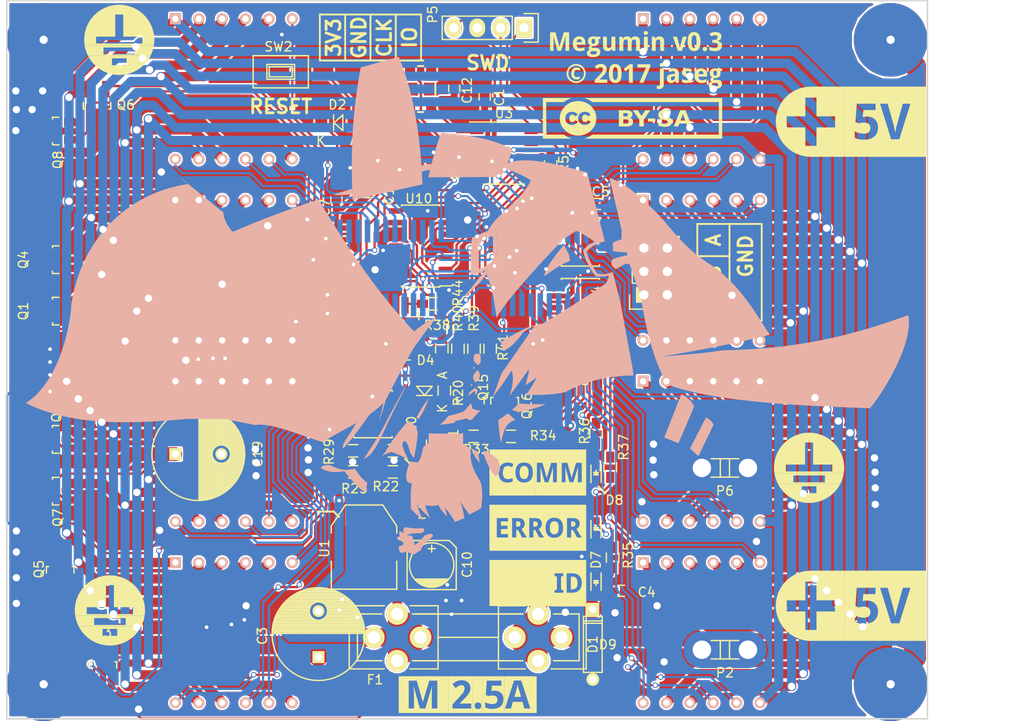
<source format=kicad_pcb>
(kicad_pcb (version 4) (host pcbnew 4.0.4-1.fc24-product)
  (layers (0 F.Cu signal) (31 B.Cu signal hide) (34 B.Paste user hide) (35 F.Paste user hide) (36 B.SilkS user hide) (37 F.SilkS user) (38 B.Mask user hide) (39 F.Mask user) (44 Edge.Cuts user))
  (net 0 "")
  (net 1 GND)
  (net 2 VDD)
  (net 3 +3V3)
  (net 4 /RST)
  (net 5 /XT1)
  (net 6 /XT2)
  (net 7 /~WD_RST)
  (net 8 /LED_ID)
  (net 9 /LED_ERROR)
  (net 10 /LED_COMM)
  (net 11 "Net-(D10-Pad6)")
  (net 12 "Net-(D10-Pad9)")
  (net 13 "Net-(D10-Pad8)")
  (net 14 "Net-(D10-Pad12)")
  (net 15 "Net-(D11-Pad6)")
  (net 16 "Net-(D11-Pad9)")
  (net 17 "Net-(D11-Pad8)")
  (net 18 "Net-(D11-Pad12)")
  (net 19 "Net-(D12-Pad6)")
  (net 20 "Net-(D12-Pad9)")
  (net 21 "Net-(D12-Pad8)")
  (net 22 "Net-(D12-Pad12)")
  (net 23 "Net-(D13-Pad6)")
  (net 24 "Net-(D13-Pad9)")
  (net 25 "Net-(D13-Pad8)")
  (net 26 "Net-(D13-Pad12)")
  (net 27 /SEG_E_COM)
  (net 28 /SEG_D_COM)
  (net 29 /SEG_DP_COM)
  (net 30 /SEG_C_COM)
  (net 31 /SEG_G_COM)
  (net 32 "Net-(D14-Pad6)")
  (net 33 "Net-(D14-Pad9)")
  (net 34 "Net-(D14-Pad8)")
  (net 35 "Net-(D14-Pad12)")
  (net 36 /SEG_A_COM)
  (net 37 /SEG_B_COM)
  (net 38 /SEG_F_COM)
  (net 39 "Net-(D15-Pad6)")
  (net 40 "Net-(D15-Pad9)")
  (net 41 "Net-(D15-Pad8)")
  (net 42 "Net-(D15-Pad12)")
  (net 43 "Net-(D16-Pad6)")
  (net 44 "Net-(D16-Pad9)")
  (net 45 "Net-(D16-Pad8)")
  (net 46 "Net-(D16-Pad12)")
  (net 47 "Net-(D17-Pad6)")
  (net 48 "Net-(D17-Pad9)")
  (net 49 "Net-(D17-Pad8)")
  (net 50 "Net-(D17-Pad12)")
  (net 51 /RS485_A)
  (net 52 /RS485_B)
  (net 53 /SWDIO)
  (net 54 /SWCLK)
  (net 55 /SEG_A_CTRL)
  (net 56 /SEG_E_CTRL)
  (net 57 /~OE)
  (net 58 /RS485_DE)
  (net 59 /R_SET_CTRL0)
  (net 60 /R_SET_CTRL1)
  (net 61 "Net-(R38-Pad2)")
  (net 62 /mux_mod_left/R_SET_0)
  (net 63 "Net-(R40-Pad2)")
  (net 64 /mux_mod_left/R_SET_1)
  (net 65 /RS485_RX)
  (net 66 /RS485_TX)
  (net 67 /SCK)
  (net 68 /MOSI_C0)
  (net 69 /STROBE)
  (net 70 /AUX_STROBE)
  (net 71 "Net-(U5-Pad4)")
  (net 72 /VDD_PRE_FUSE)
  (net 73 /~WD_RST1)
  (net 74 /~WD_RST2)
  (net 75 /WD_REF2)
  (net 76 /WD_REF1)
  (net 77 "Net-(D7-Pad2)")
  (net 78 "Net-(D8-Pad2)")
  (net 79 "Net-(D9-Pad2)")
  (net 80 "Net-(U5-Pad5)")
  (net 81 "Net-(U5-Pad15)")
  (net 82 /WD_COMP1)
  (net 83 "Net-(Q14-Pad1)")
  (net 84 "Net-(Q15-Pad1)")
  (net 85 "Net-(Q16-Pad1)")
  (net 86 /~OE_HV)
  (net 87 /MOSI_C1_HV)
  (net 88 /STROBE_HV)
  (net 89 /mux_mod_right/SDO)
  (net 90 /MOSI_C0_HV)
  (net 91 "Net-(R1-Pad2)")
  (net 92 "Net-(U3-Pad10)")
  (net 93 "Net-(U3-Pad14)")
  (net 94 "Net-(U3-Pad6)")
  (net 95 /SCK_HV)
  (net 96 /~OE_HV_CB)
  (net 97 "Net-(U5-Pad9)")
  (net 98 "Net-(U5-Pad14)")
  (net 99 /SEG_C_CTRL)
  (net 100 /SEG_G_CTLR)
  (net 101 /SEG_B_CTRL)
  (net 102 /SEG_DP_CTRL)
  (net 103 /SEG_F_CTRL)
  (net 104 /SEG_D_CTRL)
  (module footprints:7seg_4digit_cc_modified (layer B.Cu) (at 118.11 65.405)
    (fp_text reference D12 hide)
    (fp_text value 7seg_4digit_cc)
    (pad 1 thru_hole rect (at 0 0) (size 1.2 1.2) (drill 0.7) (layers *.Cu *.Mask B.SilkS) (net 27 /SEG_E_COM))
    (pad 2 thru_hole circle (at 2.54 0) (size 1.2 1.2) (drill 0.7) (layers *.Cu *.Mask B.SilkS) (net 28 /SEG_D_COM))
    (pad 3 thru_hole circle (at 5.08 0) (size 1.2 1.2) (drill 0.7) (layers *.Cu *.Mask B.SilkS) (net 29 /SEG_DP_COM))
    (pad 4 thru_hole circle (at 7.62 0) (size 1.2 1.2) (drill 0.7) (layers *.Cu *.Mask B.SilkS) (net 30 /SEG_C_COM))
    (pad 5 thru_hole circle (at 10.16 0) (size 1.2 1.2) (drill 0.7) (layers *.Cu *.Mask B.SilkS) (net 31 /SEG_G_COM))
    (pad 6 thru_hole circle (at 12.7 0) (size 1.2 1.2) (drill 0.7) (layers *.Cu *.Mask B.SilkS) (net 19 "Net-(D12-Pad6)"))
    (pad 9 thru_hole circle (at 7.62 15.24) (size 1.2 1.2) (drill 0.7) (layers *.Cu *.Mask B.SilkS) (net 20 "Net-(D12-Pad9)"))
    (pad 8 thru_hole circle (at 10.16 15.24) (size 1.2 1.2) (drill 0.7) (layers *.Cu *.Mask B.SilkS) (net 21 "Net-(D12-Pad8)"))
    (pad 12 thru_hole circle (at 0 15.24) (size 1.2 1.2) (drill 0.7) (layers *.Cu *.Mask B.SilkS) (net 22 "Net-(D12-Pad12)"))
    (pad 11 thru_hole circle (at 2.54 15.24) (size 1.2 1.2) (drill 0.7) (layers *.Cu *.Mask B.SilkS) (net 36 /SEG_A_COM))
    (pad 7 thru_hole circle (at 12.7 15.24) (size 1.2 1.2) (drill 0.7) (layers *.Cu *.Mask B.SilkS) (net 37 /SEG_B_COM))
    (pad 10 thru_hole circle (at 5.08 15.24) (size 1.2 1.2) (drill 0.7) (layers *.Cu *.Mask B.SilkS) (net 38 /SEG_F_COM))
  )
  (module footprints:label_fuse_04 (layer F.Cu) (at 99.06 119.126)
    (fp_text reference svg2mod hide)
    (fp_text value G*** hide)
  )
  (module footprints:m3_pillar (layer F.Cu) (at 159.261 115.275)
    (fp_text reference P1 hide)
    (fp_text value VIN)
    (pad 1 thru_hole circle (at -14.261 -67.275) (size 8 8) (drill 0.9) (layers *.Cu *.Mask) (net 72 /VDD_PRE_FUSE))
  )
  (module footprints:m3_pillar (layer F.Cu) (at 52.5 117.4)
    (fp_text reference P3 hide)
    (fp_text value GND)
    (pad 1 thru_hole circle (at 0.5 0.6) (size 8 8) (drill 0.9) (layers *.Cu *.Mask) (net 1 GND))
  )
  (module Resistors_SMD:R_0603_HandSoldering (layer F.Cu) (at 99.75 81.55 90)
    (fp_text reference R39 (at 3.3 0 90) (layer F.SilkS))
    (fp_text value R)
    (pad 1 smd rect (at -1.1 0 90) (size 1.2 0.9) (layers F.Cu F.Paste F.Mask) (net 64 /mux_mod_left/R_SET_1))
    (pad 2 smd rect (at 1.1 0 90) (size 1.2 0.9) (layers F.Cu F.Paste F.Mask) (net 61 "Net-(R38-Pad2)"))
  )
  (module TO_SOT_Packages_SMD:SOT-223 (layer F.Cu) (at 87.8 103.1)
    (fp_text reference U1 (at -4.3 0.15 90) (layer F.SilkS))
    (fp_text value LD1117S33CTR)
    (pad 4 smd rect (at 0 -3.302) (size 3.6576 2.032) (layers F.Cu F.Paste F.Mask) (net 3 +3V3))
    (pad 2 smd rect (at 0 3.302) (size 1.016 2.032) (layers F.Cu F.Paste F.Mask) (net 3 +3V3))
    (pad 3 smd rect (at 2.286 3.302) (size 1.016 2.032) (layers F.Cu F.Paste F.Mask) (net 2 VDD))
    (pad 1 smd rect (at -2.286 3.302) (size 1.016 2.032) (layers F.Cu F.Paste F.Mask) (net 1 GND))
  )
  (module Housings_SSOP:TSSOP-20_4.4x6.5mm_Pitch0.65mm (layer F.Cu) (at 103 60.3)
    (fp_text reference U3 (at 0 -4.3) (layer F.SilkS))
    (fp_text value STM32F030F4Px)
    (pad 1 smd rect (at -2.95 -2.925) (size 1.45 0.45) (layers F.Cu F.Paste F.Mask) (net 1 GND))
    (pad 2 smd rect (at -2.95 -2.275) (size 1.45 0.45) (layers F.Cu F.Paste F.Mask) (net 5 /XT1))
    (pad 3 smd rect (at -2.95 -1.625) (size 1.45 0.45) (layers F.Cu F.Paste F.Mask) (net 6 /XT2))
    (pad 4 smd rect (at -2.95 -0.975) (size 1.45 0.45) (layers F.Cu F.Paste F.Mask) (net 4 /RST))
    (pad 5 smd rect (at -2.95 -0.325) (size 1.45 0.45) (layers F.Cu F.Paste F.Mask) (net 3 +3V3))
    (pad 6 smd rect (at -2.95 0.325) (size 1.45 0.45) (layers F.Cu F.Paste F.Mask) (net 94 "Net-(U3-Pad6)"))
    (pad 7 smd rect (at -2.95 0.975) (size 1.45 0.45) (layers F.Cu F.Paste F.Mask) (net 58 /RS485_DE))
    (pad 8 smd rect (at -2.95 1.625) (size 1.45 0.45) (layers F.Cu F.Paste F.Mask) (net 66 /RS485_TX))
    (pad 9 smd rect (at -2.95 2.275) (size 1.45 0.45) (layers F.Cu F.Paste F.Mask) (net 65 /RS485_RX))
    (pad 10 smd rect (at -2.95 2.925) (size 1.45 0.45) (layers F.Cu F.Paste F.Mask) (net 92 "Net-(U3-Pad10)"))
    (pad 11 smd rect (at 2.95 2.925) (size 1.45 0.45) (layers F.Cu F.Paste F.Mask) (net 67 /SCK))
    (pad 12 smd rect (at 2.95 2.275) (size 1.45 0.45) (layers F.Cu F.Paste F.Mask) (net 57 /~OE))
    (pad 13 smd rect (at 2.95 1.625) (size 1.45 0.45) (layers F.Cu F.Paste F.Mask) (net 68 /MOSI_C0))
    (pad 14 smd rect (at 2.95 0.975) (size 1.45 0.45) (layers F.Cu F.Paste F.Mask) (net 93 "Net-(U3-Pad14)"))
    (pad 15 smd rect (at 2.95 0.325) (size 1.45 0.45) (layers F.Cu F.Paste F.Mask) (net 1 GND))
    (pad 16 smd rect (at 2.95 -0.325) (size 1.45 0.45) (layers F.Cu F.Paste F.Mask) (net 3 +3V3))
    (pad 17 smd rect (at 2.95 -0.975) (size 1.45 0.45) (layers F.Cu F.Paste F.Mask) (net 69 /STROBE))
    (pad 18 smd rect (at 2.95 -1.625) (size 1.45 0.45) (layers F.Cu F.Paste F.Mask) (net 70 /AUX_STROBE))
    (pad 19 smd rect (at 2.95 -2.275) (size 1.45 0.45) (layers F.Cu F.Paste F.Mask) (net 53 /SWDIO))
    (pad 20 smd rect (at 2.95 -2.925) (size 1.45 0.45) (layers F.Cu F.Paste F.Mask) (net 54 /SWCLK))
  )
  (module Housings_SOIC:SOIC-8_3.9x4.9mm_Pitch1.27mm (layer F.Cu) (at 111.3 70)
    (fp_text reference U2 (at -3.05 -3.5) (layer F.SilkS))
    (fp_text value SP3485CN)
    (pad 1 smd rect (at -2.7 -1.905) (size 1.55 0.6) (layers F.Cu F.Paste F.Mask) (net 65 /RS485_RX))
    (pad 2 smd rect (at -2.7 -0.635) (size 1.55 0.6) (layers F.Cu F.Paste F.Mask) (net 58 /RS485_DE))
    (pad 3 smd rect (at -2.7 0.635) (size 1.55 0.6) (layers F.Cu F.Paste F.Mask) (net 58 /RS485_DE))
    (pad 4 smd rect (at -2.7 1.905) (size 1.55 0.6) (layers F.Cu F.Paste F.Mask) (net 66 /RS485_TX))
    (pad 5 smd rect (at 2.7 1.905) (size 1.55 0.6) (layers F.Cu F.Paste F.Mask) (net 1 GND))
    (pad 6 smd rect (at 2.7 0.635) (size 1.55 0.6) (layers F.Cu F.Paste F.Mask) (net 51 /RS485_A))
    (pad 7 smd rect (at 2.7 -0.635) (size 1.55 0.6) (layers F.Cu F.Paste F.Mask) (net 52 /RS485_B))
    (pad 8 smd rect (at 2.7 -1.905) (size 1.55 0.6) (layers F.Cu F.Paste F.Mask) (net 3 +3V3))
  )
  (module Capacitors_SMD:C_0603_HandSoldering (layer F.Cu) (at 96.4 62.25 270)
    (fp_text reference C2 (at 0.1016 -1.3208 270) (layer F.SilkS))
    (fp_text value 100n)
    (pad 1 smd rect (at -0.95 0 270) (size 1.2 0.75) (layers F.Cu F.Paste F.Mask) (net 1 GND))
    (pad 2 smd rect (at 0.95 0 270) (size 1.2 0.75) (layers F.Cu F.Paste F.Mask) (net 2 VDD))
  )
  (module Capacitors_SMD:c_elec_5x5.8 (layer F.Cu) (at 95.15 105.05 90)
    (fp_text reference C10 (at 0.05 3.85 90) (layer F.SilkS))
    (fp_text value 47u)
    (pad 1 smd rect (at 2.19964 0 90) (size 2.99974 1.6002) (layers F.Cu F.Paste F.Mask) (net 3 +3V3))
    (pad 2 smd rect (at -2.19964 0 90) (size 2.99974 1.6002) (layers F.Cu F.Paste F.Mask) (net 1 GND))
  )
  (module Resistors_SMD:R_0603_HandSoldering (layer F.Cu) (at 114.8 104.25 270)
    (fp_text reference R35 (at -0.25 -1.7 450) (layer F.SilkS))
    (fp_text value 100)
    (pad 1 smd rect (at -1.1 0 270) (size 1.2 0.9) (layers F.Cu F.Paste F.Mask) (net 8 /LED_ID))
    (pad 2 smd rect (at 1.1 0 270) (size 1.2 0.9) (layers F.Cu F.Paste F.Mask) (net 77 "Net-(D7-Pad2)"))
  )
  (module Diodes_SMD:MiniMELF_Standard (layer F.Cu) (at 84.9 57)
    (fp_text reference D2 (at 0 -1.95) (layer F.SilkS))
    (fp_text value D_Small)
    (fp_text user K (at -1.8 1.95) (layer F.SilkS))
    (fp_text user A (at 1.8 1.95) (layer F.SilkS))
    (pad 1 smd rect (at -1.75006 0) (size 1.30048 1.69926) (layers F.Cu F.Paste F.Mask) (net 7 /~WD_RST))
    (pad 2 smd rect (at 1.75006 0) (size 1.30048 1.69926) (layers F.Cu F.Paste F.Mask) (net 4 /RST))
  )
  (module Diodes_SMD:MiniMELF_Standard (layer F.Cu) (at 94.361 86.233 90)
    (fp_text reference D4 (at 3.429 0.127 180) (layer F.SilkS))
    (fp_text value D_Small)
    (fp_text user K (at -1.8 1.95 90) (layer F.SilkS))
    (fp_text user A (at 1.8 1.95 90) (layer F.SilkS))
    (pad 1 smd rect (at -1.75006 0 90) (size 1.30048 1.69926) (layers F.Cu F.Paste F.Mask) (net 74 /~WD_RST2))
    (pad 2 smd rect (at 1.75006 0 90) (size 1.30048 1.69926) (layers F.Cu F.Paste F.Mask) (net 7 /~WD_RST))
  )
  (module Diodes_SMD:MiniMELF_Standard (layer F.Cu) (at 87.884 84.455)
    (fp_text reference D3 (at -3.81 -0.762) (layer F.SilkS))
    (fp_text value D_Small)
    (fp_text user K (at -1.8 1.95) (layer F.SilkS))
    (fp_text user A (at 1.8 1.95) (layer F.SilkS))
    (pad 1 smd rect (at -1.75006 0) (size 1.30048 1.69926) (layers F.Cu F.Paste F.Mask) (net 73 /~WD_RST1))
    (pad 2 smd rect (at 1.75006 0) (size 1.30048 1.69926) (layers F.Cu F.Paste F.Mask) (net 7 /~WD_RST))
  )
  (module Capacitors_SMD:C_0603_HandSoldering (layer F.Cu) (at 115.75 107.85 180)
    (fp_text reference C4 (at -2.75 -0.15 180) (layer F.SilkS))
    (fp_text value 100n)
    (pad 1 smd rect (at -0.95 0 180) (size 1.2 0.75) (layers F.Cu F.Paste F.Mask) (net 1 GND))
    (pad 2 smd rect (at 0.95 0 180) (size 1.2 0.75) (layers F.Cu F.Paste F.Mask) (net 2 VDD))
  )
  (module Capacitors_SMD:C_0603_HandSoldering (layer F.Cu) (at 113.15 65.825)
    (fp_text reference C5 (at 0.35 -1.325) (layer F.SilkS))
    (fp_text value 100n)
    (pad 1 smd rect (at -0.95 0) (size 1.2 0.75) (layers F.Cu F.Paste F.Mask) (net 1 GND))
    (pad 2 smd rect (at 0.95 0) (size 1.2 0.75) (layers F.Cu F.Paste F.Mask) (net 3 +3V3))
  )
  (module Capacitors_SMD:C_0603_HandSoldering (layer F.Cu) (at 106.225 83.45 90)
    (fp_text reference C6 (at -0.05 -1.225 90) (layer F.SilkS))
    (fp_text value 100n)
    (pad 1 smd rect (at -0.95 0 90) (size 1.2 0.75) (layers F.Cu F.Paste F.Mask) (net 1 GND))
    (pad 2 smd rect (at 0.95 0 90) (size 1.2 0.75) (layers F.Cu F.Paste F.Mask) (net 3 +3V3))
  )
  (module Capacitors_SMD:C_0603_HandSoldering (layer F.Cu) (at 84.8 65.4 270)
    (fp_text reference C7 (at 0.8382 1.2446 270) (layer F.SilkS))
    (fp_text value 100n)
    (pad 1 smd rect (at -0.95 0 270) (size 1.2 0.75) (layers F.Cu F.Paste F.Mask) (net 1 GND))
    (pad 2 smd rect (at 0.95 0 270) (size 1.2 0.75) (layers F.Cu F.Paste F.Mask) (net 3 +3V3))
  )
  (module Capacitors_SMD:C_0603_HandSoldering (layer F.Cu) (at 87.05 77.05 90)
    (fp_text reference C8 (at 1.05 1.7 90) (layer F.SilkS))
    (fp_text value 100n)
    (pad 1 smd rect (at -0.95 0 90) (size 1.2 0.75) (layers F.Cu F.Paste F.Mask) (net 1 GND))
    (pad 2 smd rect (at 0.95 0 90) (size 1.2 0.75) (layers F.Cu F.Paste F.Mask) (net 3 +3V3))
  )
  (module Capacitors_SMD:C_0603_HandSoldering (layer F.Cu) (at 94.1 99.35)
    (fp_text reference C9 (at 0 -1.9) (layer F.SilkS))
    (fp_text value 100n)
    (pad 1 smd rect (at -0.95 0) (size 1.2 0.75) (layers F.Cu F.Paste F.Mask) (net 1 GND))
    (pad 2 smd rect (at 0.95 0) (size 1.2 0.75) (layers F.Cu F.Paste F.Mask) (net 3 +3V3))
  )
  (module Capacitors_SMD:C_0603_HandSoldering (layer F.Cu) (at 90.4 61.1 270)
    (fp_text reference C11 (at 3.3782 -0.127 270) (layer F.SilkS))
    (fp_text value 10n)
    (pad 1 smd rect (at -0.95 0 270) (size 1.2 0.75) (layers F.Cu F.Paste F.Mask) (net 4 /RST))
    (pad 2 smd rect (at 0.95 0 270) (size 1.2 0.75) (layers F.Cu F.Paste F.Mask) (net 1 GND))
  )
  (module Capacitors_SMD:C_0603_HandSoldering (layer F.Cu) (at 97.6 53.275 270)
    (fp_text reference C12 (at 0.225 -1.4 270) (layer F.SilkS))
    (fp_text value 22p)
    (pad 1 smd rect (at -0.95 0 270) (size 1.2 0.75) (layers F.Cu F.Paste F.Mask) (net 1 GND))
    (pad 2 smd rect (at 0.95 0 270) (size 1.2 0.75) (layers F.Cu F.Paste F.Mask) (net 5 /XT1))
  )
  (module Capacitors_SMD:C_0603_HandSoldering (layer F.Cu) (at 90.375 53.2 90)
    (fp_text reference C13 (at -0.05 -1.375 90) (layer F.SilkS))
    (fp_text value 22p)
    (pad 1 smd rect (at -0.95 0 90) (size 1.2 0.75) (layers F.Cu F.Paste F.Mask) (net 1 GND))
    (pad 2 smd rect (at 0.95 0 90) (size 1.2 0.75) (layers F.Cu F.Paste F.Mask) (net 6 /XT2))
  )
  (module Capacitors_SMD:C_0603_HandSoldering (layer F.Cu) (at 93.98 91.821 270)
    (fp_text reference C20 (at -1.524 1.016 270) (layer F.SilkS))
    (fp_text value 100n)
    (pad 1 smd rect (at -0.95 0 270) (size 1.2 0.75) (layers F.Cu F.Paste F.Mask) (net 82 /WD_COMP1))
    (pad 2 smd rect (at 0.95 0 270) (size 1.2 0.75) (layers F.Cu F.Paste F.Mask) (net 1 GND))
  )
  (module LEDs:LED_0603 (layer F.Cu) (at 113 107 270)
    (fp_text reference D7 (at -2.5 0 450) (layer F.SilkS))
    (fp_text value ID)
    (pad 2 smd rect (at 0.7493 0 90) (size 0.79756 0.79756) (layers F.Cu F.Paste F.Mask) (net 77 "Net-(D7-Pad2)"))
    (pad 1 smd rect (at -0.7493 0 90) (size 0.79756 0.79756) (layers F.Cu F.Paste F.Mask) (net 1 GND))
  )
  (module LEDs:LED_0603 (layer F.Cu) (at 113 95 90)
    (fp_text reference D8 (at -3 2 360) (layer F.SilkS))
    (fp_text value ERROR)
    (pad 2 smd rect (at 0.7493 0 270) (size 0.79756 0.79756) (layers F.Cu F.Paste F.Mask) (net 78 "Net-(D8-Pad2)"))
    (pad 1 smd rect (at -0.7493 0 270) (size 0.79756 0.79756) (layers F.Cu F.Paste F.Mask) (net 1 GND))
  )
  (module LEDs:LED_0603 (layer F.Cu) (at 113 101 90)
    (fp_text reference D9 (at -12.7 1.27 180) (layer F.SilkS))
    (fp_text value COMM)
    (pad 2 smd rect (at 0.7493 0 270) (size 0.79756 0.79756) (layers F.Cu F.Paste F.Mask) (net 79 "Net-(D9-Pad2)"))
    (pad 1 smd rect (at -0.7493 0 270) (size 0.79756 0.79756) (layers F.Cu F.Paste F.Mask) (net 1 GND))
  )
  (module Fuse_Holders_and_Fuses:Fuseholder5x20_horiz_open_universal_Type-III (layer F.Cu) (at 99.06 112.903 180)
    (fp_text reference F1 (at 10.06 -4.597 180) (layer F.SilkS))
    (fp_text value "2.5A MT")
    (pad 2 thru_hole circle (at 5.12064 0 180) (size 2.3495 2.3495) (drill 1.34874) (layers *.Cu *.Mask F.SilkS) (net 2 VDD))
    (pad 2 thru_hole circle (at 10.20064 0 180) (size 2.3495 2.3495) (drill 1.34874) (layers *.Cu *.Mask F.SilkS) (net 2 VDD))
    (pad 1 thru_hole circle (at -5.1181 0 180) (size 2.3495 2.3495) (drill 1.34874) (layers *.Cu *.Mask F.SilkS) (net 72 /VDD_PRE_FUSE))
    (pad 1 thru_hole circle (at -10.1981 0 180) (size 2.3495 2.3495) (drill 1.34874) (layers *.Cu *.Mask F.SilkS) (net 72 /VDD_PRE_FUSE))
    (pad 2 thru_hole circle (at 7.66064 -2.54 180) (size 2.3495 2.3495) (drill 1.34874) (layers *.Cu *.Mask F.SilkS) (net 2 VDD))
    (pad 2 thru_hole circle (at 7.66064 2.54 180) (size 2.3495 2.3495) (drill 1.34874) (layers *.Cu *.Mask F.SilkS) (net 2 VDD))
    (pad 1 thru_hole circle (at -7.6581 -2.54 180) (size 2.3495 2.3495) (drill 1.34874) (layers *.Cu *.Mask F.SilkS) (net 72 /VDD_PRE_FUSE))
    (pad 1 thru_hole circle (at -7.6581 2.54 180) (size 2.3495 2.3495) (drill 1.34874) (layers *.Cu *.Mask F.SilkS) (net 72 /VDD_PRE_FUSE))
  )
  (module Socket_Strips:Socket_Strip_Straight_1x04 (layer F.Cu) (at 105.175 46.7 180)
    (fp_text reference P5 (at 9.925 1.45 270) (layer F.SilkS))
    (fp_text value SWD)
    (pad 1 thru_hole rect (at 0 0 180) (size 1.7272 2.032) (drill 1.016) (layers *.Cu *.Mask F.SilkS) (net 53 /SWDIO))
    (pad 2 thru_hole oval (at 2.54 0 180) (size 1.7272 2.032) (drill 1.016) (layers *.Cu *.Mask F.SilkS) (net 54 /SWCLK))
    (pad 3 thru_hole oval (at 5.08 0 180) (size 1.7272 2.032) (drill 1.016) (layers *.Cu *.Mask F.SilkS) (net 1 GND))
    (pad 4 thru_hole oval (at 7.62 0 180) (size 1.7272 2.032) (drill 1.016) (layers *.Cu *.Mask F.SilkS) (net 3 +3V3))
  )
  (module TO_SOT_Packages_SMD:SOT-23_Handsoldering (layer F.Cu) (at 54.61 77.47 90)
    (fp_text reference Q1 (at 0 -3.81 90) (layer F.SilkS))
    (fp_text value AO3415A)
    (pad 1 smd rect (at -0.95 1.50114 90) (size 0.8001 1.80086) (layers F.Cu F.Paste F.Mask) (net 99 /SEG_C_CTRL))
    (pad 2 smd rect (at 0.95 1.50114 90) (size 0.8001 1.80086) (layers F.Cu F.Paste F.Mask) (net 30 /SEG_C_COM))
    (pad 3 smd rect (at 0 -1.50114 90) (size 0.8001 1.80086) (layers F.Cu F.Paste F.Mask) (net 2 VDD))
  )
  (module TO_SOT_Packages_SMD:SOT-23_Handsoldering (layer F.Cu) (at 54.6 91.4 90)
    (fp_text reference Q2 (at 2.84 -0.191 90) (layer F.SilkS))
    (fp_text value AO3415A)
    (pad 1 smd rect (at -0.95 1.50114 90) (size 0.8001 1.80086) (layers F.Cu F.Paste F.Mask) (net 100 /SEG_G_CTLR))
    (pad 2 smd rect (at 0.95 1.50114 90) (size 0.8001 1.80086) (layers F.Cu F.Paste F.Mask) (net 31 /SEG_G_COM))
    (pad 3 smd rect (at 0 -1.50114 90) (size 0.8001 1.80086) (layers F.Cu F.Paste F.Mask) (net 2 VDD))
  )
  (module TO_SOT_Packages_SMD:SOT-23_Handsoldering (layer F.Cu) (at 59.436 116.205)
    (fp_text reference Q3 (at 0 -3.81) (layer F.SilkS))
    (fp_text value AO3415A)
    (pad 1 smd rect (at -0.95 1.50114) (size 0.8001 1.80086) (layers F.Cu F.Paste F.Mask) (net 101 /SEG_B_CTRL))
    (pad 2 smd rect (at 0.95 1.50114) (size 0.8001 1.80086) (layers F.Cu F.Paste F.Mask) (net 37 /SEG_B_COM))
    (pad 3 smd rect (at 0 -1.50114) (size 0.8001 1.80086) (layers F.Cu F.Paste F.Mask) (net 2 VDD))
  )
  (module TO_SOT_Packages_SMD:SOT-23_Handsoldering (layer F.Cu) (at 54.61 71.882 90)
    (fp_text reference Q4 (at 0 -3.81 90) (layer F.SilkS))
    (fp_text value AO3415A)
    (pad 1 smd rect (at -0.95 1.50114 90) (size 0.8001 1.80086) (layers F.Cu F.Paste F.Mask) (net 102 /SEG_DP_CTRL))
    (pad 2 smd rect (at 0.95 1.50114 90) (size 0.8001 1.80086) (layers F.Cu F.Paste F.Mask) (net 29 /SEG_DP_COM))
    (pad 3 smd rect (at 0 -1.50114 90) (size 0.8001 1.80086) (layers F.Cu F.Paste F.Mask) (net 2 VDD))
  )
  (module TO_SOT_Packages_SMD:SOT-23_Handsoldering (layer F.Cu) (at 54.8 105.872)
    (fp_text reference Q5 (at -2.3 -0.372 90) (layer F.SilkS))
    (fp_text value AO3415A)
    (pad 1 smd rect (at -0.95 1.50114) (size 0.8001 1.80086) (layers F.Cu F.Paste F.Mask) (net 103 /SEG_F_CTRL))
    (pad 2 smd rect (at 0.95 1.50114) (size 0.8001 1.80086) (layers F.Cu F.Paste F.Mask) (net 38 /SEG_F_COM))
    (pad 3 smd rect (at 0 -1.50114) (size 0.8001 1.80086) (layers F.Cu F.Paste F.Mask) (net 2 VDD))
  )
  (module TO_SOT_Packages_SMD:SOT-23_Handsoldering (layer F.Cu) (at 58.801 54.864 180)
    (fp_text reference Q6 (at -3.111 -0.208 180) (layer F.SilkS))
    (fp_text value AO3415A)
    (pad 1 smd rect (at -0.95 1.50114 180) (size 0.8001 1.80086) (layers F.Cu F.Paste F.Mask) (net 104 /SEG_D_CTRL))
    (pad 2 smd rect (at 0.95 1.50114 180) (size 0.8001 1.80086) (layers F.Cu F.Paste F.Mask) (net 28 /SEG_D_COM))
    (pad 3 smd rect (at 0 -1.50114 180) (size 0.8001 1.80086) (layers F.Cu F.Paste F.Mask) (net 2 VDD))
  )
  (module TO_SOT_Packages_SMD:SOT-23_Handsoldering (layer F.Cu) (at 54.61 97.028 90)
    (fp_text reference Q7 (at -2.875 -0.064 90) (layer F.SilkS))
    (fp_text value AO3415A)
    (pad 1 smd rect (at -0.95 1.50114 90) (size 0.8001 1.80086) (layers F.Cu F.Paste F.Mask) (net 55 /SEG_A_CTRL))
    (pad 2 smd rect (at 0.95 1.50114 90) (size 0.8001 1.80086) (layers F.Cu F.Paste F.Mask) (net 36 /SEG_A_COM))
    (pad 3 smd rect (at 0 -1.50114 90) (size 0.8001 1.80086) (layers F.Cu F.Paste F.Mask) (net 2 VDD))
  )
  (module TO_SOT_Packages_SMD:SOT-23_Handsoldering (layer F.Cu) (at 54.61 57.912 90)
    (fp_text reference Q8 (at -3.129 -0.064 90) (layer F.SilkS))
    (fp_text value AO3415A)
    (pad 1 smd rect (at -0.95 1.50114 90) (size 0.8001 1.80086) (layers F.Cu F.Paste F.Mask) (net 56 /SEG_E_CTRL))
    (pad 2 smd rect (at 0.95 1.50114 90) (size 0.8001 1.80086) (layers F.Cu F.Paste F.Mask) (net 27 /SEG_E_COM))
    (pad 3 smd rect (at 0 -1.50114 90) (size 0.8001 1.80086) (layers F.Cu F.Paste F.Mask) (net 2 VDD))
  )
  (module Resistors_SMD:R_0603_HandSoldering (layer F.Cu) (at 88.55 81.275 270)
    (fp_text reference R1 (at -1.275 1.55 270) (layer F.SilkS))
    (fp_text value 47k)
    (pad 1 smd rect (at -1.1 0 270) (size 1.2 0.9) (layers F.Cu F.Paste F.Mask) (net 1 GND))
    (pad 2 smd rect (at 1.1 0 270) (size 1.2 0.9) (layers F.Cu F.Paste F.Mask) (net 91 "Net-(R1-Pad2)"))
  )
  (module Resistors_SMD:R_0603_HandSoldering (layer F.Cu) (at 88.25 61.275 90)
    (fp_text reference R3 (at -3.1242 0.0508 90) (layer F.SilkS))
    (fp_text value 47k)
    (pad 1 smd rect (at -1.1 0 90) (size 1.2 0.9) (layers F.Cu F.Paste F.Mask) (net 3 +3V3))
    (pad 2 smd rect (at 1.1 0 90) (size 1.2 0.9) (layers F.Cu F.Paste F.Mask) (net 4 /RST))
  )
  (module Resistors_SMD:R_0603_HandSoldering (layer F.Cu) (at 106.125 71.45 270)
    (fp_text reference R4 (at -2.95 -0.125 270) (layer F.SilkS))
    (fp_text value 100k)
    (pad 1 smd rect (at -1.1 0 270) (size 1.2 0.9) (layers F.Cu F.Paste F.Mask) (net 58 /RS485_DE))
    (pad 2 smd rect (at 1.1 0 270) (size 1.2 0.9) (layers F.Cu F.Paste F.Mask) (net 1 GND))
  )
  (module Resistors_SMD:R_0603_HandSoldering (layer F.Cu) (at 108.075 61.625 90)
    (fp_text reference R5 (at 0.125 1.425 90) (layer F.SilkS))
    (fp_text value 10k)
    (pad 1 smd rect (at -1.1 0 90) (size 1.2 0.9) (layers F.Cu F.Paste F.Mask) (net 57 /~OE))
    (pad 2 smd rect (at 1.1 0 90) (size 1.2 0.9) (layers F.Cu F.Paste F.Mask) (net 3 +3V3))
  )
  (module Resistors_SMD:R_0603_HandSoldering (layer F.Cu) (at 92.325 82.1)
    (fp_text reference R19 (at -2.325 -0.1 90) (layer F.SilkS))
    (fp_text value 10k)
    (pad 1 smd rect (at -1.1 0) (size 1.2 0.9) (layers F.Cu F.Paste F.Mask) (net 83 "Net-(Q14-Pad1)"))
    (pad 2 smd rect (at 1.1 0) (size 1.2 0.9) (layers F.Cu F.Paste F.Mask) (net 7 /~WD_RST))
  )
  (module Resistors_SMD:R_0603_HandSoldering (layer F.Cu) (at 96.52 86.106 90)
    (fp_text reference R20 (at -0.254 1.524 90) (layer F.SilkS))
    (fp_text value 47k)
    (pad 1 smd rect (at -1.1 0 90) (size 1.2 0.9) (layers F.Cu F.Paste F.Mask) (net 2 VDD))
    (pad 2 smd rect (at 1.1 0 90) (size 1.2 0.9) (layers F.Cu F.Paste F.Mask) (net 7 /~WD_RST))
  )
  (module Resistors_SMD:R_0603_HandSoldering (layer F.Cu) (at 84.328 87.884 90)
    (fp_text reference R23 (at -0.116 -1.578 90) (layer F.SilkS))
    (fp_text value 470k)
    (pad 1 smd rect (at -1.1 0 90) (size 1.2 0.9) (layers F.Cu F.Paste F.Mask) (net 76 /WD_REF1))
    (pad 2 smd rect (at 1.1 0 90) (size 1.2 0.9) (layers F.Cu F.Paste F.Mask) (net 73 /~WD_RST1))
  )
  (module Resistors_SMD:R_0603_HandSoldering (layer F.Cu) (at 113 90.75 270)
    (fp_text reference R36 (at -0.25 1.25 450) (layer F.SilkS))
    (fp_text value 140)
    (pad 1 smd rect (at -1.1 0 270) (size 1.2 0.9) (layers F.Cu F.Paste F.Mask) (net 9 /LED_ERROR))
    (pad 2 smd rect (at 1.1 0 270) (size 1.2 0.9) (layers F.Cu F.Paste F.Mask) (net 78 "Net-(D8-Pad2)"))
  )
  (module Resistors_SMD:R_0603_HandSoldering (layer F.Cu) (at 114.55 94.425 270)
    (fp_text reference R37 (at -2.175 -1.45 270) (layer F.SilkS))
    (fp_text value 100)
    (pad 1 smd rect (at -1.1 0 270) (size 1.2 0.9) (layers F.Cu F.Paste F.Mask) (net 10 /LED_COMM))
    (pad 2 smd rect (at 1.1 0 270) (size 1.2 0.9) (layers F.Cu F.Paste F.Mask) (net 79 "Net-(D9-Pad2)"))
  )
  (module Resistors_SMD:R_0603_HandSoldering (layer F.Cu) (at 96.25 81.5 90)
    (fp_text reference R38 (at 2.5 -0.5 180) (layer F.SilkS))
    (fp_text value R)
    (pad 1 smd rect (at -1.1 0 90) (size 1.2 0.9) (layers F.Cu F.Paste F.Mask) (net 62 /mux_mod_left/R_SET_0))
    (pad 2 smd rect (at 1.1 0 90) (size 1.2 0.9) (layers F.Cu F.Paste F.Mask) (net 61 "Net-(R38-Pad2)"))
  )
  (module Resistors_SMD:R_0603_HandSoldering (layer F.Cu) (at 98 81.55 90)
    (fp_text reference R40 (at 3.3 0 90) (layer F.SilkS))
    (fp_text value R)
    (pad 1 smd rect (at -1.1 0 90) (size 1.2 0.9) (layers F.Cu F.Paste F.Mask) (net 62 /mux_mod_left/R_SET_0))
    (pad 2 smd rect (at 1.1 0 90) (size 1.2 0.9) (layers F.Cu F.Paste F.Mask) (net 63 "Net-(R40-Pad2)"))
  )
  (module Resistors_SMD:R_0603_HandSoldering (layer F.Cu) (at 101.5 81.55 90)
    (fp_text reference R41 (at 0.127 1.397 90) (layer F.SilkS))
    (fp_text value R)
    (pad 1 smd rect (at -1.1 0 90) (size 1.2 0.9) (layers F.Cu F.Paste F.Mask) (net 64 /mux_mod_left/R_SET_1))
    (pad 2 smd rect (at 1.1 0 90) (size 1.2 0.9) (layers F.Cu F.Paste F.Mask) (net 63 "Net-(R40-Pad2)"))
  )
  (module Housings_SOIC:SOIC-16_3.9x9.9mm_Pitch1.27mm (layer F.Cu) (at 111.3 79 180)
    (fp_text reference U5 (at 0 -6 180) (layer F.SilkS))
    (fp_text value 74HC595_mine)
    (pad 1 smd rect (at -2.7 -4.445 180) (size 1.5 0.6) (layers F.Cu F.Paste F.Mask) (net 9 /LED_ERROR))
    (pad 2 smd rect (at -2.7 -3.175 180) (size 1.5 0.6) (layers F.Cu F.Paste F.Mask) (net 10 /LED_COMM))
    (pad 3 smd rect (at -2.7 -1.905 180) (size 1.5 0.6) (layers F.Cu F.Paste F.Mask) (net 8 /LED_ID))
    (pad 4 smd rect (at -2.7 -0.635 180) (size 1.5 0.6) (layers F.Cu F.Paste F.Mask) (net 71 "Net-(U5-Pad4)"))
    (pad 5 smd rect (at -2.7 0.635 180) (size 1.5 0.6) (layers F.Cu F.Paste F.Mask) (net 80 "Net-(U5-Pad5)"))
    (pad 6 smd rect (at -2.7 1.905 180) (size 1.5 0.6) (layers F.Cu F.Paste F.Mask) (net 59 /R_SET_CTRL0))
    (pad 7 smd rect (at -2.7 3.175 180) (size 1.5 0.6) (layers F.Cu F.Paste F.Mask) (net 60 /R_SET_CTRL1))
    (pad 8 smd rect (at -2.7 4.445 180) (size 1.5 0.6) (layers F.Cu F.Paste F.Mask) (net 1 GND))
    (pad 9 smd rect (at 2.7 4.445 180) (size 1.5 0.6) (layers F.Cu F.Paste F.Mask) (net 97 "Net-(U5-Pad9)"))
    (pad 10 smd rect (at 2.7 3.175 180) (size 1.5 0.6) (layers F.Cu F.Paste F.Mask) (net 3 +3V3))
    (pad 11 smd rect (at 2.7 1.905 180) (size 1.5 0.6) (layers F.Cu F.Paste F.Mask) (net 67 /SCK))
    (pad 12 smd rect (at 2.7 0.635 180) (size 1.5 0.6) (layers F.Cu F.Paste F.Mask) (net 70 /AUX_STROBE))
    (pad 13 smd rect (at 2.7 -0.635 180) (size 1.5 0.6) (layers F.Cu F.Paste F.Mask) (net 1 GND))
    (pad 14 smd rect (at 2.7 -1.905 180) (size 1.5 0.6) (layers F.Cu F.Paste F.Mask) (net 98 "Net-(U5-Pad14)"))
    (pad 15 smd rect (at 2.7 -3.175 180) (size 1.5 0.6) (layers F.Cu F.Paste F.Mask) (net 81 "Net-(U5-Pad15)"))
    (pad 16 smd rect (at 2.7 -4.445 180) (size 1.5 0.6) (layers F.Cu F.Paste F.Mask) (net 3 +3V3))
  )
  (module Housings_SOIC:SOIC-8_3.9x4.9mm_Pitch1.27mm (layer F.Cu) (at 88.773 88.646)
    (fp_text reference U6 (at -4.572 -3.556) (layer F.SilkS))
    (fp_text value LM393)
    (pad 1 smd rect (at -2.7 -1.905) (size 1.55 0.6) (layers F.Cu F.Paste F.Mask) (net 73 /~WD_RST1))
    (pad 2 smd rect (at -2.7 -0.635) (size 1.55 0.6) (layers F.Cu F.Paste F.Mask) (net 91 "Net-(R1-Pad2)"))
    (pad 3 smd rect (at -2.7 0.635) (size 1.55 0.6) (layers F.Cu F.Paste F.Mask) (net 76 /WD_REF1))
    (pad 4 smd rect (at -2.7 1.905) (size 1.55 0.6) (layers F.Cu F.Paste F.Mask) (net 1 GND))
    (pad 5 smd rect (at 2.7 1.905) (size 1.55 0.6) (layers F.Cu F.Paste F.Mask) (net 75 /WD_REF2))
    (pad 6 smd rect (at 2.7 0.635) (size 1.55 0.6) (layers F.Cu F.Paste F.Mask) (net 82 /WD_COMP1))
    (pad 7 smd rect (at 2.7 -0.635) (size 1.55 0.6) (layers F.Cu F.Paste F.Mask) (net 74 /~WD_RST2))
    (pad 8 smd rect (at 2.7 -1.905) (size 1.55 0.6) (layers F.Cu F.Paste F.Mask) (net 2 VDD))
  )
  (module Housings_SOIC:SOIC-16_3.9x9.9mm_Pitch1.27mm (layer F.Cu) (at 82.423 72.898)
    (fp_text reference U7 (at 0 -6) (layer F.SilkS))
    (fp_text value 74HC595_mine)
    (pad 1 smd rect (at -2.7 -4.445) (size 1.5 0.6) (layers F.Cu F.Paste F.Mask) (net 56 /SEG_E_CTRL))
    (pad 2 smd rect (at -2.7 -3.175) (size 1.5 0.6) (layers F.Cu F.Paste F.Mask) (net 102 /SEG_DP_CTRL))
    (pad 3 smd rect (at -2.7 -1.905) (size 1.5 0.6) (layers F.Cu F.Paste F.Mask) (net 99 /SEG_C_CTRL))
    (pad 4 smd rect (at -2.7 -0.635) (size 1.5 0.6) (layers F.Cu F.Paste F.Mask) (net 100 /SEG_G_CTLR))
    (pad 5 smd rect (at -2.7 0.635) (size 1.5 0.6) (layers F.Cu F.Paste F.Mask) (net 55 /SEG_A_CTRL))
    (pad 6 smd rect (at -2.7 1.905) (size 1.5 0.6) (layers F.Cu F.Paste F.Mask) (net 101 /SEG_B_CTRL))
    (pad 7 smd rect (at -2.7 3.175) (size 1.5 0.6) (layers F.Cu F.Paste F.Mask) (net 103 /SEG_F_CTRL))
    (pad 8 smd rect (at -2.7 4.445) (size 1.5 0.6) (layers F.Cu F.Paste F.Mask) (net 1 GND))
    (pad 9 smd rect (at 2.7 4.445) (size 1.5 0.6) (layers F.Cu F.Paste F.Mask) (net 98 "Net-(U5-Pad14)"))
    (pad 10 smd rect (at 2.7 3.175) (size 1.5 0.6) (layers F.Cu F.Paste F.Mask) (net 3 +3V3))
    (pad 11 smd rect (at 2.7 1.905) (size 1.5 0.6) (layers F.Cu F.Paste F.Mask) (net 67 /SCK))
    (pad 12 smd rect (at 2.7 0.635) (size 1.5 0.6) (layers F.Cu F.Paste F.Mask) (net 70 /AUX_STROBE))
    (pad 13 smd rect (at 2.7 -0.635) (size 1.5 0.6) (layers F.Cu F.Paste F.Mask) (net 1 GND))
    (pad 14 smd rect (at 2.7 -1.905) (size 1.5 0.6) (layers F.Cu F.Paste F.Mask) (net 68 /MOSI_C0))
    (pad 15 smd rect (at 2.7 -3.175) (size 1.5 0.6) (layers F.Cu F.Paste F.Mask) (net 104 /SEG_D_CTRL))
    (pad 16 smd rect (at 2.7 -4.445) (size 1.5 0.6) (layers F.Cu F.Paste F.Mask) (net 3 +3V3))
  )
  (module Resistors_SMD:R_0603_HandSoldering (layer F.Cu) (at 96.266 91.694 90)
    (fp_text reference R21 (at 0 1.27 90) (layer F.SilkS))
    (fp_text value 470k)
    (pad 1 smd rect (at -1.1 0 90) (size 1.2 0.9) (layers F.Cu F.Paste F.Mask) (net 75 /WD_REF2))
    (pad 2 smd rect (at 1.1 0 90) (size 1.2 0.9) (layers F.Cu F.Paste F.Mask) (net 74 /~WD_RST2))
  )
  (module Resistors_SMD:R_0603_HandSoldering (layer F.Cu) (at 90.932 94.9325)
    (fp_text reference R22 (at -0.762 1.5875) (layer F.SilkS))
    (fp_text value 100k)
    (pad 1 smd rect (at -1.1 0) (size 1.2 0.9) (layers F.Cu F.Paste F.Mask) (net 75 /WD_REF2))
    (pad 2 smd rect (at 1.1 0) (size 1.2 0.9) (layers F.Cu F.Paste F.Mask) (net 3 +3V3))
  )
  (module Resistors_SMD:R_0603_HandSoldering (layer F.Cu) (at 90.932 92.6465 180)
    (fp_text reference R24 (at -3.318 -1.8535 180) (layer F.SilkS))
    (fp_text value 10k)
    (pad 1 smd rect (at -1.1 0 180) (size 1.2 0.9) (layers F.Cu F.Paste F.Mask) (net 1 GND))
    (pad 2 smd rect (at 1.1 0 180) (size 1.2 0.9) (layers F.Cu F.Paste F.Mask) (net 75 /WD_REF2))
  )
  (module Resistors_SMD:R_0603_HandSoldering (layer F.Cu) (at 86.614 94.9325 180)
    (fp_text reference R25 (at -0.136 -1.8175 180) (layer F.SilkS))
    (fp_text value 47k)
    (pad 1 smd rect (at -1.1 0 180) (size 1.2 0.9) (layers F.Cu F.Paste F.Mask) (net 76 /WD_REF1))
    (pad 2 smd rect (at 1.1 0 180) (size 1.2 0.9) (layers F.Cu F.Paste F.Mask) (net 2 VDD))
  )
  (module Resistors_SMD:R_0603_HandSoldering (layer F.Cu) (at 86.614 92.6465)
    (fp_text reference R29 (at -2.614 0.1035 90) (layer F.SilkS))
    (fp_text value 47k)
    (pad 1 smd rect (at -1.1 0) (size 1.2 0.9) (layers F.Cu F.Paste F.Mask) (net 1 GND))
    (pad 2 smd rect (at 1.1 0) (size 1.2 0.9) (layers F.Cu F.Paste F.Mask) (net 76 /WD_REF1))
  )
  (module Resistors_SMD:R_0603_HandSoldering (layer F.Cu) (at 85 82.225 180)
    (fp_text reference R32 (at 3.2385 0.127 180) (layer F.SilkS))
    (fp_text value 100k)
    (pad 1 smd rect (at -1.1 0 180) (size 1.2 0.9) (layers F.Cu F.Paste F.Mask) (net 82 /WD_COMP1))
    (pad 2 smd rect (at 1.1 0 180) (size 1.2 0.9) (layers F.Cu F.Paste F.Mask) (net 102 /SEG_DP_CTRL))
  )
  (module Resistors_SMD:R_0603_HandSoldering (layer F.Cu) (at 99.7 91.075)
    (fp_text reference R33 (at 0.3 1.425) (layer F.SilkS))
    (fp_text value 100k)
    (pad 1 smd rect (at -1.1 0) (size 1.2 0.9) (layers F.Cu F.Paste F.Mask) (net 84 "Net-(Q15-Pad1)"))
    (pad 2 smd rect (at 1.1 0) (size 1.2 0.9) (layers F.Cu F.Paste F.Mask) (net 59 /R_SET_CTRL0))
  )
  (module Resistors_SMD:R_0603_HandSoldering (layer F.Cu) (at 103.775 91.075)
    (fp_text reference R34 (at 3.475 -0.075) (layer F.SilkS))
    (fp_text value 100k)
    (pad 1 smd rect (at -1.1 0) (size 1.2 0.9) (layers F.Cu F.Paste F.Mask) (net 85 "Net-(Q16-Pad1)"))
    (pad 2 smd rect (at 1.1 0) (size 1.2 0.9) (layers F.Cu F.Paste F.Mask) (net 60 /R_SET_CTRL1))
  )
  (module Capacitors_ThroughHole:C_Radial_D10_L20_P5 (layer F.Cu) (at 82.85 115.05 90)
    (fp_text reference C3 (at 2.3 -6.1 270) (layer F.SilkS))
    (fp_text value 1000u)
    (pad 1 thru_hole rect (at 0 0 90) (size 1.3 1.3) (drill 0.8) (layers *.Cu *.Mask F.SilkS) (net 2 VDD))
    (pad 2 thru_hole circle (at 5 0 90) (size 1.3 1.3) (drill 0.8) (layers *.Cu *.Mask F.SilkS) (net 1 GND))
  )
  (module Capacitors_ThroughHole:C_Radial_D10_L20_P5 (layer F.Cu) (at 67.3 93)
    (fp_text reference C19 (at 8.95 0 90) (layer F.SilkS))
    (fp_text value 1000u)
    (pad 1 thru_hole rect (at 0 0) (size 1.3 1.3) (drill 0.8) (layers *.Cu *.Mask F.SilkS) (net 2 VDD))
    (pad 2 thru_hole circle (at 5 0) (size 1.3 1.3) (drill 0.8) (layers *.Cu *.Mask F.SilkS) (net 1 GND))
  )
  (module Discret:D3 (layer F.Cu) (at 112.649 113.665 90)
    (fp_text reference D1 (at 0 0 90) (layer F.SilkS))
    (fp_text value "6.4V 1.3W")
    (pad 1 thru_hole rect (at 3.81 0 90) (size 1.397 1.397) (drill 0.8128) (layers *.Cu *.Mask F.SilkS) (net 2 VDD))
    (pad 2 thru_hole circle (at -3.81 0 90) (size 1.397 1.397) (drill 0.8128) (layers *.Cu *.Mask F.SilkS) (net 1 GND))
  )
  (module Buttons_Switches_SMD:SW_SPST_FSMSM (layer F.Cu) (at 78.7654 51.4731 180)
    (fp_text reference SW2 (at 0.2654 2.7231 360) (layer F.SilkS))
    (fp_text value RESET)
    (pad 1 smd rect (at -4.60243 -0.00232 180) (size 2.18 1.6) (layers F.Cu F.Paste F.Mask) (net 4 /RST))
    (pad 2 smd rect (at 4.60243 0.00232 180) (size 2.18 1.6) (layers F.Cu F.Paste F.Mask) (net 1 GND))
  )
  (module footprints:spade_6.35mm (layer F.Cu) (at 127 114.25)
    (fp_text reference P2 (at 0 2.5) (layer F.SilkS))
    (fp_text value VIN)
    (pad 1 thru_hole circle (at -2.5 0) (size 3 3) (drill 2) (layers *.Cu *.Mask) (net 72 /VDD_PRE_FUSE))
    (pad 1 thru_hole circle (at 2.5 0) (size 3 3) (drill 2) (layers *.Cu *.Mask) (net 72 /VDD_PRE_FUSE))
  )
  (module footprints:spade_6.35mm (layer F.Cu) (at 127 94.5)
    (fp_text reference P6 (at 0 2.5) (layer F.SilkS))
    (fp_text value GND)
    (pad 1 thru_hole circle (at -2.5 0) (size 3 3) (drill 2) (layers *.Cu *.Mask) (net 1 GND))
    (pad 1 thru_hole circle (at 2.5 0) (size 3 3) (drill 2) (layers *.Cu *.Mask) (net 1 GND))
  )
  (module footprints:m3_pillar (layer F.Cu) (at 145.161 117.475)
    (fp_text reference P1 hide)
    (fp_text value VIN)
    (pad 1 thru_hole circle (at -0.161 0.525) (size 8 8) (drill 0.9) (layers *.Cu *.Mask) (net 72 /VDD_PRE_FUSE))
  )
  (module footprints:m3_pillar (layer F.Cu) (at 52.9 47.8)
    (fp_text reference P3 hide)
    (fp_text value GND)
    (pad 1 thru_hole circle (at 0.1 0.2) (size 8 8) (drill 0.9) (layers *.Cu *.Mask) (net 1 GND))
  )
  (module footprints:SSOP24-1.0-nosilk (layer B.Cu) (at 107.442 72.771)
    (fp_text reference U8 hide)
    (fp_text value MBI5026)
    (pad 1 smd rect (at -5.5 -4) (size 0.6 2.5) (layers B.Cu B.Paste B.Mask) (net 1 GND))
    (pad 2 smd rect (at -4.5 -4) (size 0.6 2.5) (layers B.Cu B.Paste B.Mask) (net 87 /MOSI_C1_HV))
    (pad 3 smd rect (at -3.5 -4) (size 0.6 2.5) (layers B.Cu B.Paste B.Mask) (net 95 /SCK_HV))
    (pad 4 smd rect (at -2.5 -4) (size 0.6 2.5) (layers B.Cu B.Paste B.Mask) (net 88 /STROBE_HV))
    (pad 5 smd rect (at -1.5 -4) (size 0.6 2.5) (layers B.Cu B.Paste B.Mask) (net 26 "Net-(D13-Pad12)"))
    (pad 6 smd rect (at -0.5 -4) (size 0.6 2.5) (layers B.Cu B.Paste B.Mask) (net 24 "Net-(D13-Pad9)"))
    (pad 7 smd rect (at 0.5 -4) (size 0.6 2.5) (layers B.Cu B.Paste B.Mask) (net 25 "Net-(D13-Pad8)"))
    (pad 8 smd rect (at 1.5 -4) (size 0.6 2.5) (layers B.Cu B.Paste B.Mask) (net 23 "Net-(D13-Pad6)"))
    (pad 9 smd rect (at 2.5 -4) (size 0.6 2.5) (layers B.Cu B.Paste B.Mask) (net 22 "Net-(D12-Pad12)"))
    (pad 10 smd rect (at 3.5 -4) (size 0.6 2.5) (layers B.Cu B.Paste B.Mask) (net 20 "Net-(D12-Pad9)"))
    (pad 11 smd rect (at 4.5 -4) (size 0.6 2.5) (layers B.Cu B.Paste B.Mask) (net 21 "Net-(D12-Pad8)"))
    (pad 12 smd rect (at 5.5 -4) (size 0.6 2.5) (layers B.Cu B.Paste B.Mask) (net 19 "Net-(D12-Pad6)"))
    (pad 13 smd rect (at 5.5 4) (size 0.6 2.5) (layers B.Cu B.Paste B.Mask) (net 18 "Net-(D11-Pad12)"))
    (pad 14 smd rect (at 4.5 4) (size 0.6 2.5) (layers B.Cu B.Paste B.Mask) (net 16 "Net-(D11-Pad9)"))
    (pad 15 smd rect (at 3.5 4) (size 0.6 2.5) (layers B.Cu B.Paste B.Mask) (net 17 "Net-(D11-Pad8)"))
    (pad 16 smd rect (at 2.5 4) (size 0.6 2.5) (layers B.Cu B.Paste B.Mask) (net 15 "Net-(D11-Pad6)"))
    (pad 17 smd rect (at 1.5 4) (size 0.6 2.5) (layers B.Cu B.Paste B.Mask) (net 14 "Net-(D10-Pad12)"))
    (pad 18 smd rect (at 0.5 4) (size 0.6 2.5) (layers B.Cu B.Paste B.Mask) (net 12 "Net-(D10-Pad9)"))
    (pad 19 smd rect (at -0.5 4) (size 0.6 2.5) (layers B.Cu B.Paste B.Mask) (net 13 "Net-(D10-Pad8)"))
    (pad 20 smd rect (at -1.5 4) (size 0.6 2.5) (layers B.Cu B.Paste B.Mask) (net 11 "Net-(D10-Pad6)"))
    (pad 21 smd rect (at -2.5 4) (size 0.6 2.5) (layers B.Cu B.Paste B.Mask) (net 96 /~OE_HV_CB))
    (pad 22 smd rect (at -3.5 4) (size 0.6 2.5) (layers B.Cu B.Paste B.Mask) (net 89 /mux_mod_right/SDO))
    (pad 23 smd rect (at -4.5 4) (size 0.6 2.5) (layers B.Cu B.Paste B.Mask) (net 61 "Net-(R38-Pad2)"))
    (pad 24 smd rect (at -5.5 4) (size 0.6 2.5) (layers B.Cu B.Paste B.Mask) (net 2 VDD))
  )
  (module footprints:SSOP24-1.0-nosilk (layer B.Cu) (at 90.678 72.771 180)
    (fp_text reference U9 hide)
    (fp_text value MBI5026)
    (pad 1 smd rect (at -5.5 -4 180) (size 0.6 2.5) (layers B.Cu B.Paste B.Mask) (net 1 GND))
    (pad 2 smd rect (at -4.5 -4 180) (size 0.6 2.5) (layers B.Cu B.Paste B.Mask) (net 90 /MOSI_C0_HV))
    (pad 3 smd rect (at -3.5 -4 180) (size 0.6 2.5) (layers B.Cu B.Paste B.Mask) (net 95 /SCK_HV))
    (pad 4 smd rect (at -2.5 -4 180) (size 0.6 2.5) (layers B.Cu B.Paste B.Mask) (net 88 /STROBE_HV))
    (pad 5 smd rect (at -1.5 -4 180) (size 0.6 2.5) (layers B.Cu B.Paste B.Mask) (net 50 "Net-(D17-Pad12)"))
    (pad 6 smd rect (at -0.5 -4 180) (size 0.6 2.5) (layers B.Cu B.Paste B.Mask) (net 48 "Net-(D17-Pad9)"))
    (pad 7 smd rect (at 0.5 -4 180) (size 0.6 2.5) (layers B.Cu B.Paste B.Mask) (net 49 "Net-(D17-Pad8)"))
    (pad 8 smd rect (at 1.5 -4 180) (size 0.6 2.5) (layers B.Cu B.Paste B.Mask) (net 47 "Net-(D17-Pad6)"))
    (pad 9 smd rect (at 2.5 -4 180) (size 0.6 2.5) (layers B.Cu B.Paste B.Mask) (net 46 "Net-(D16-Pad12)"))
    (pad 10 smd rect (at 3.5 -4 180) (size 0.6 2.5) (layers B.Cu B.Paste B.Mask) (net 44 "Net-(D16-Pad9)"))
    (pad 11 smd rect (at 4.5 -4 180) (size 0.6 2.5) (layers B.Cu B.Paste B.Mask) (net 45 "Net-(D16-Pad8)"))
    (pad 12 smd rect (at 5.5 -4 180) (size 0.6 2.5) (layers B.Cu B.Paste B.Mask) (net 43 "Net-(D16-Pad6)"))
    (pad 13 smd rect (at 5.5 4 180) (size 0.6 2.5) (layers B.Cu B.Paste B.Mask) (net 42 "Net-(D15-Pad12)"))
    (pad 14 smd rect (at 4.5 4 180) (size 0.6 2.5) (layers B.Cu B.Paste B.Mask) (net 40 "Net-(D15-Pad9)"))
    (pad 15 smd rect (at 3.5 4 180) (size 0.6 2.5) (layers B.Cu B.Paste B.Mask) (net 41 "Net-(D15-Pad8)"))
    (pad 16 smd rect (at 2.5 4 180) (size 0.6 2.5) (layers B.Cu B.Paste B.Mask) (net 39 "Net-(D15-Pad6)"))
    (pad 17 smd rect (at 1.5 4 180) (size 0.6 2.5) (layers B.Cu B.Paste B.Mask) (net 35 "Net-(D14-Pad12)"))
    (pad 18 smd rect (at 0.5 4 180) (size 0.6 2.5) (layers B.Cu B.Paste B.Mask) (net 33 "Net-(D14-Pad9)"))
    (pad 19 smd rect (at -0.5 4 180) (size 0.6 2.5) (layers B.Cu B.Paste B.Mask) (net 34 "Net-(D14-Pad8)"))
    (pad 20 smd rect (at -1.5 4 180) (size 0.6 2.5) (layers B.Cu B.Paste B.Mask) (net 32 "Net-(D14-Pad6)"))
    (pad 21 smd rect (at -2.5 4 180) (size 0.6 2.5) (layers B.Cu B.Paste B.Mask) (net 96 /~OE_HV_CB))
    (pad 22 smd rect (at -3.5 4 180) (size 0.6 2.5) (layers B.Cu B.Paste B.Mask) (net 87 /MOSI_C1_HV))
    (pad 23 smd rect (at -4.5 4 180) (size 0.6 2.5) (layers B.Cu B.Paste B.Mask) (net 63 "Net-(R40-Pad2)"))
    (pad 24 smd rect (at -5.5 4 180) (size 0.6 2.5) (layers B.Cu B.Paste B.Mask) (net 2 VDD))
  )
  (module Resistors_SMD:R_0603_HandSoldering (layer F.Cu) (at 95.25 76.675)
    (fp_text reference R44 (at 2.75 -1.175 90) (layer F.SilkS))
    (fp_text value 1k)
    (pad 1 smd rect (at -1.1 0) (size 1.2 0.9) (layers F.Cu F.Paste F.Mask) (net 96 /~OE_HV_CB))
    (pad 2 smd rect (at 1.1 0) (size 1.2 0.9) (layers F.Cu F.Paste F.Mask) (net 86 /~OE_HV))
  )
  (module TO_SOT_Packages_SMD:SOT-23_Handsoldering (layer F.Cu) (at 92.25 78.35)
    (fp_text reference Q14 (at -2.5 0.4 90) (layer F.SilkS))
    (fp_text value Q_PNP_BEC)
    (pad 1 smd rect (at -0.95 1.50114) (size 0.8001 1.80086) (layers F.Cu F.Paste F.Mask) (net 83 "Net-(Q14-Pad1)"))
    (pad 2 smd rect (at 0.95 1.50114) (size 0.8001 1.80086) (layers F.Cu F.Paste F.Mask) (net 2 VDD))
    (pad 3 smd rect (at 0 -1.50114) (size 0.8001 1.80086) (layers F.Cu F.Paste F.Mask) (net 96 /~OE_HV_CB))
  )
  (module TO_SOT_Packages_SMD:SOT-23_Handsoldering (layer F.Cu) (at 99.35 87.5)
    (fp_text reference Q15 (at 1.4 -1.75 90) (layer F.SilkS))
    (fp_text value Q_NPN_BEC)
    (pad 1 smd rect (at -0.95 1.50114) (size 0.8001 1.80086) (layers F.Cu F.Paste F.Mask) (net 84 "Net-(Q15-Pad1)"))
    (pad 2 smd rect (at 0.95 1.50114) (size 0.8001 1.80086) (layers F.Cu F.Paste F.Mask) (net 1 GND))
    (pad 3 smd rect (at 0 -1.50114) (size 0.8001 1.80086) (layers F.Cu F.Paste F.Mask) (net 62 /mux_mod_left/R_SET_0))
  )
  (module TO_SOT_Packages_SMD:SOT-23_Handsoldering (layer F.Cu) (at 103.075 87.5)
    (fp_text reference Q16 (at 2.425 0.25 90) (layer F.SilkS))
    (fp_text value Q_NPN_BEC)
    (pad 1 smd rect (at -0.95 1.50114) (size 0.8001 1.80086) (layers F.Cu F.Paste F.Mask) (net 85 "Net-(Q16-Pad1)"))
    (pad 2 smd rect (at 0.95 1.50114) (size 0.8001 1.80086) (layers F.Cu F.Paste F.Mask) (net 1 GND))
    (pad 3 smd rect (at 0 -1.50114) (size 0.8001 1.80086) (layers F.Cu F.Paste F.Mask) (net 64 /mux_mod_left/R_SET_1))
  )
  (module Socket_Strips:Socket_Strip_Straight_2x03 (layer F.Cu) (at 118.2 75.7 90)
    (fp_text reference P4 (at 0 -5.1 90) (layer F.SilkS))
    (fp_text value CONN_02X03)
    (pad 1 thru_hole rect (at 0 0 90) (size 1.7272 1.7272) (drill 1.016) (layers *.Cu *.Mask F.SilkS) (net 1 GND))
    (pad 2 thru_hole oval (at 0 2.54 90) (size 1.7272 1.7272) (drill 1.016) (layers *.Cu *.Mask F.SilkS) (net 1 GND))
    (pad 3 thru_hole oval (at 2.54 0 90) (size 1.7272 1.7272) (drill 1.016) (layers *.Cu *.Mask F.SilkS) (net 51 /RS485_A))
    (pad 4 thru_hole oval (at 2.54 2.54 90) (size 1.7272 1.7272) (drill 1.016) (layers *.Cu *.Mask F.SilkS) (net 1 GND))
    (pad 5 thru_hole oval (at 5.08 0 90) (size 1.7272 1.7272) (drill 1.016) (layers *.Cu *.Mask F.SilkS) (net 52 /RS485_B))
    (pad 6 thru_hole oval (at 5.08 2.54 90) (size 1.7272 1.7272) (drill 1.016) (layers *.Cu *.Mask F.SilkS) (net 1 GND))
  )
  (module Housings_SOIC:SOIC-14_3.9x8.7mm_Pitch1.27mm (layer F.Cu) (at 93.95 70.4 180)
    (fp_text reference U10 (at 0.2 5.15 180) (layer F.SilkS))
    (fp_text value 74HCT125)
    (pad 1 smd rect (at -2.7 -3.81 180) (size 1.5 0.6) (layers F.Cu F.Paste F.Mask) (net 1 GND))
    (pad 2 smd rect (at -2.7 -2.54 180) (size 1.5 0.6) (layers F.Cu F.Paste F.Mask) (net 69 /STROBE))
    (pad 3 smd rect (at -2.7 -1.27 180) (size 1.5 0.6) (layers F.Cu F.Paste F.Mask) (net 88 /STROBE_HV))
    (pad 4 smd rect (at -2.7 0 180) (size 1.5 0.6) (layers F.Cu F.Paste F.Mask) (net 1 GND))
    (pad 5 smd rect (at -2.7 1.27 180) (size 1.5 0.6) (layers F.Cu F.Paste F.Mask) (net 57 /~OE))
    (pad 6 smd rect (at -2.7 2.54 180) (size 1.5 0.6) (layers F.Cu F.Paste F.Mask) (net 86 /~OE_HV))
    (pad 7 smd rect (at -2.7 3.81 180) (size 1.5 0.6) (layers F.Cu F.Paste F.Mask) (net 1 GND))
    (pad 8 smd rect (at 2.7 3.81 180) (size 1.5 0.6) (layers F.Cu F.Paste F.Mask) (net 90 /MOSI_C0_HV))
    (pad 9 smd rect (at 2.7 2.54 180) (size 1.5 0.6) (layers F.Cu F.Paste F.Mask) (net 68 /MOSI_C0))
    (pad 10 smd rect (at 2.7 1.27 180) (size 1.5 0.6) (layers F.Cu F.Paste F.Mask) (net 1 GND))
    (pad 11 smd rect (at 2.7 0 180) (size 1.5 0.6) (layers F.Cu F.Paste F.Mask) (net 95 /SCK_HV))
    (pad 12 smd rect (at 2.7 -1.27 180) (size 1.5 0.6) (layers F.Cu F.Paste F.Mask) (net 67 /SCK))
    (pad 13 smd rect (at 2.7 -2.54 180) (size 1.5 0.6) (layers F.Cu F.Paste F.Mask) (net 1 GND))
    (pad 14 smd rect (at 2.7 -3.81 180) (size 1.5 0.6) (layers F.Cu F.Paste F.Mask) (net 2 VDD))
  )
  (module footprints:CRYSTAL-SMD-5X3 (layer F.Cu) (at 93.95 53.35 90)
    (fp_text reference Y1)
    (fp_text value 25M hide)
    (pad 1 smd rect (at -1.84912 1.14808 90) (size 1.89992 1.09982) (layers F.Cu F.Paste F.Mask) (net 5 /XT1))
    (pad 3 smd rect (at 1.84912 -1.14808 90) (size 1.89992 1.09982) (layers F.Cu F.Paste F.Mask) (net 6 /XT2))
    (pad 4 smd rect (at -1.84912 -1.14808 90) (size 1.89992 1.09982) (layers F.Cu F.Paste F.Mask))
    (pad 2 smd rect (at 1.84912 1.14808 90) (size 1.89992 1.09982) (layers F.Cu F.Paste F.Mask))
  )
  (module footprints:megumin (layer B.Cu) (at 98.044 78.486)
    (fp_text reference svg2mod hide)
    (fp_text value G*** hide)
  )
  (module footprints:label_plus_04 (layer F.Cu) (at 140.716 109.474)
    (fp_text reference svg2mod hide)
    (fp_text value G*** hide)
  )
  (module footprints:label_gnd_04 (layer F.Cu) (at 136.144 94.488)
    (fp_text reference svg2mod hide)
    (fp_text value G*** hide)
  )
  (module footprints:label_gnd_04 (layer F.Cu) (at 61.214 48.006)
    (fp_text reference svg2mod hide)
    (fp_text value G*** hide)
  )
  (module footprints:label_comm_04 (layer F.Cu) (at 106.68 95)
    (fp_text reference svg2mod hide)
    (fp_text value G*** hide)
  )
  (module footprints:label_error_04 (layer F.Cu) (at 106.68 101)
    (fp_text reference svg2mod hide)
    (fp_text value G*** hide)
  )
  (module footprints:label_id_04 (layer F.Cu) (at 106.68 107)
    (fp_text reference svg2mod hide)
    (fp_text value G*** hide)
  )
  (module footprints:label_plus_04 (layer F.Cu) (at 140.716 56.896)
    (fp_text reference svg2mod hide)
    (fp_text value G*** hide)
  )
  (module footprints:label_gnd_04 (layer F.Cu) (at 60.198 109.982)
    (fp_text reference svg2mod hide)
    (fp_text value G*** hide)
  )
  (module Capacitors_SMD:C_0603_HandSoldering (layer F.Cu) (at 100.9 54.2 270)
    (fp_text reference C1 (at 0.05 -1.6 270) (layer F.SilkS))
    (fp_text value 100n)
    (pad 1 smd rect (at -0.95 0 270) (size 1.2 0.75) (layers F.Cu F.Paste F.Mask) (net 1 GND))
    (pad 2 smd rect (at 0.95 0 270) (size 1.2 0.75) (layers F.Cu F.Paste F.Mask) (net 3 +3V3))
  )
  (module footprints:7seg_4digit_cc_modified (layer B.Cu) (at 67.31 104.775)
    (fp_text reference D17 hide)
    (fp_text value 7seg_4digit_cc)
    (pad 1 thru_hole rect (at 0 0) (size 1.2 1.2) (drill 0.7) (layers *.Cu *.Mask B.SilkS) (net 27 /SEG_E_COM))
    (pad 2 thru_hole circle (at 2.54 0) (size 1.2 1.2) (drill 0.7) (layers *.Cu *.Mask B.SilkS) (net 28 /SEG_D_COM))
    (pad 3 thru_hole circle (at 5.08 0) (size 1.2 1.2) (drill 0.7) (layers *.Cu *.Mask B.SilkS) (net 29 /SEG_DP_COM))
    (pad 4 thru_hole circle (at 7.62 0) (size 1.2 1.2) (drill 0.7) (layers *.Cu *.Mask B.SilkS) (net 30 /SEG_C_COM))
    (pad 5 thru_hole circle (at 10.16 0) (size 1.2 1.2) (drill 0.7) (layers *.Cu *.Mask B.SilkS) (net 31 /SEG_G_COM))
    (pad 6 thru_hole circle (at 12.7 0) (size 1.2 1.2) (drill 0.7) (layers *.Cu *.Mask B.SilkS) (net 47 "Net-(D17-Pad6)"))
    (pad 9 thru_hole circle (at 7.62 15.24) (size 1.2 1.2) (drill 0.7) (layers *.Cu *.Mask B.SilkS) (net 48 "Net-(D17-Pad9)"))
    (pad 8 thru_hole circle (at 10.16 15.24) (size 1.2 1.2) (drill 0.7) (layers *.Cu *.Mask B.SilkS) (net 49 "Net-(D17-Pad8)"))
    (pad 12 thru_hole circle (at 0 15.24) (size 1.2 1.2) (drill 0.7) (layers *.Cu *.Mask B.SilkS) (net 50 "Net-(D17-Pad12)"))
    (pad 11 thru_hole circle (at 2.54 15.24) (size 1.2 1.2) (drill 0.7) (layers *.Cu *.Mask B.SilkS) (net 36 /SEG_A_COM))
    (pad 7 thru_hole circle (at 12.7 15.24) (size 1.2 1.2) (drill 0.7) (layers *.Cu *.Mask B.SilkS) (net 37 /SEG_B_COM))
    (pad 10 thru_hole circle (at 5.08 15.24) (size 1.2 1.2) (drill 0.7) (layers *.Cu *.Mask B.SilkS) (net 38 /SEG_F_COM))
  )
  (module footprints:7seg_4digit_cc_modified (layer B.Cu) (at 67.31 85.09)
    (fp_text reference D16 hide)
    (fp_text value 7seg_4digit_cc)
    (pad 1 thru_hole rect (at 0 0) (size 1.2 1.2) (drill 0.7) (layers *.Cu *.Mask B.SilkS) (net 27 /SEG_E_COM))
    (pad 2 thru_hole circle (at 2.54 0) (size 1.2 1.2) (drill 0.7) (layers *.Cu *.Mask B.SilkS) (net 28 /SEG_D_COM))
    (pad 3 thru_hole circle (at 5.08 0) (size 1.2 1.2) (drill 0.7) (layers *.Cu *.Mask B.SilkS) (net 29 /SEG_DP_COM))
    (pad 4 thru_hole circle (at 7.62 0) (size 1.2 1.2) (drill 0.7) (layers *.Cu *.Mask B.SilkS) (net 30 /SEG_C_COM))
    (pad 5 thru_hole circle (at 10.16 0) (size 1.2 1.2) (drill 0.7) (layers *.Cu *.Mask B.SilkS) (net 31 /SEG_G_COM))
    (pad 6 thru_hole circle (at 12.7 0) (size 1.2 1.2) (drill 0.7) (layers *.Cu *.Mask B.SilkS) (net 43 "Net-(D16-Pad6)"))
    (pad 9 thru_hole circle (at 7.62 15.24) (size 1.2 1.2) (drill 0.7) (layers *.Cu *.Mask B.SilkS) (net 44 "Net-(D16-Pad9)"))
    (pad 8 thru_hole circle (at 10.16 15.24) (size 1.2 1.2) (drill 0.7) (layers *.Cu *.Mask B.SilkS) (net 45 "Net-(D16-Pad8)"))
    (pad 12 thru_hole circle (at 0 15.24) (size 1.2 1.2) (drill 0.7) (layers *.Cu *.Mask B.SilkS) (net 46 "Net-(D16-Pad12)"))
    (pad 11 thru_hole circle (at 2.54 15.24) (size 1.2 1.2) (drill 0.7) (layers *.Cu *.Mask B.SilkS) (net 36 /SEG_A_COM))
    (pad 7 thru_hole circle (at 12.7 15.24) (size 1.2 1.2) (drill 0.7) (layers *.Cu *.Mask B.SilkS) (net 37 /SEG_B_COM))
    (pad 10 thru_hole circle (at 5.08 15.24) (size 1.2 1.2) (drill 0.7) (layers *.Cu *.Mask B.SilkS) (net 38 /SEG_F_COM))
  )
  (module footprints:7seg_4digit_cc_modified (layer B.Cu) (at 67.31 65.405)
    (fp_text reference D15 hide)
    (fp_text value 7seg_4digit_cc)
    (pad 1 thru_hole rect (at 0 0) (size 1.2 1.2) (drill 0.7) (layers *.Cu *.Mask B.SilkS) (net 27 /SEG_E_COM))
    (pad 2 thru_hole circle (at 2.54 0) (size 1.2 1.2) (drill 0.7) (layers *.Cu *.Mask B.SilkS) (net 28 /SEG_D_COM))
    (pad 3 thru_hole circle (at 5.08 0) (size 1.2 1.2) (drill 0.7) (layers *.Cu *.Mask B.SilkS) (net 29 /SEG_DP_COM))
    (pad 4 thru_hole circle (at 7.62 0) (size 1.2 1.2) (drill 0.7) (layers *.Cu *.Mask B.SilkS) (net 30 /SEG_C_COM))
    (pad 5 thru_hole circle (at 10.16 0) (size 1.2 1.2) (drill 0.7) (layers *.Cu *.Mask B.SilkS) (net 31 /SEG_G_COM))
    (pad 6 thru_hole circle (at 12.7 0) (size 1.2 1.2) (drill 0.7) (layers *.Cu *.Mask B.SilkS) (net 39 "Net-(D15-Pad6)"))
    (pad 9 thru_hole circle (at 7.62 15.24) (size 1.2 1.2) (drill 0.7) (layers *.Cu *.Mask B.SilkS) (net 40 "Net-(D15-Pad9)"))
    (pad 8 thru_hole circle (at 10.16 15.24) (size 1.2 1.2) (drill 0.7) (layers *.Cu *.Mask B.SilkS) (net 41 "Net-(D15-Pad8)"))
    (pad 12 thru_hole circle (at 0 15.24) (size 1.2 1.2) (drill 0.7) (layers *.Cu *.Mask B.SilkS) (net 42 "Net-(D15-Pad12)"))
    (pad 11 thru_hole circle (at 2.54 15.24) (size 1.2 1.2) (drill 0.7) (layers *.Cu *.Mask B.SilkS) (net 36 /SEG_A_COM))
    (pad 7 thru_hole circle (at 12.7 15.24) (size 1.2 1.2) (drill 0.7) (layers *.Cu *.Mask B.SilkS) (net 37 /SEG_B_COM))
    (pad 10 thru_hole circle (at 5.08 15.24) (size 1.2 1.2) (drill 0.7) (layers *.Cu *.Mask B.SilkS) (net 38 /SEG_F_COM))
  )
  (module footprints:7seg_4digit_cc_modified (layer B.Cu) (at 67.31 45.72)
    (fp_text reference D14 hide)
    (fp_text value 7seg_4digit_cc)
    (pad 1 thru_hole rect (at 0 0) (size 1.2 1.2) (drill 0.7) (layers *.Cu *.Mask B.SilkS) (net 27 /SEG_E_COM))
    (pad 2 thru_hole circle (at 2.54 0) (size 1.2 1.2) (drill 0.7) (layers *.Cu *.Mask B.SilkS) (net 28 /SEG_D_COM))
    (pad 3 thru_hole circle (at 5.08 0) (size 1.2 1.2) (drill 0.7) (layers *.Cu *.Mask B.SilkS) (net 29 /SEG_DP_COM))
    (pad 4 thru_hole circle (at 7.62 0) (size 1.2 1.2) (drill 0.7) (layers *.Cu *.Mask B.SilkS) (net 30 /SEG_C_COM))
    (pad 5 thru_hole circle (at 10.16 0) (size 1.2 1.2) (drill 0.7) (layers *.Cu *.Mask B.SilkS) (net 31 /SEG_G_COM))
    (pad 6 thru_hole circle (at 12.7 0) (size 1.2 1.2) (drill 0.7) (layers *.Cu *.Mask B.SilkS) (net 32 "Net-(D14-Pad6)"))
    (pad 9 thru_hole circle (at 7.62 15.24) (size 1.2 1.2) (drill 0.7) (layers *.Cu *.Mask B.SilkS) (net 33 "Net-(D14-Pad9)"))
    (pad 8 thru_hole circle (at 10.16 15.24) (size 1.2 1.2) (drill 0.7) (layers *.Cu *.Mask B.SilkS) (net 34 "Net-(D14-Pad8)"))
    (pad 12 thru_hole circle (at 0 15.24) (size 1.2 1.2) (drill 0.7) (layers *.Cu *.Mask B.SilkS) (net 35 "Net-(D14-Pad12)"))
    (pad 11 thru_hole circle (at 2.54 15.24) (size 1.2 1.2) (drill 0.7) (layers *.Cu *.Mask B.SilkS) (net 36 /SEG_A_COM))
    (pad 7 thru_hole circle (at 12.7 15.24) (size 1.2 1.2) (drill 0.7) (layers *.Cu *.Mask B.SilkS) (net 37 /SEG_B_COM))
    (pad 10 thru_hole circle (at 5.08 15.24) (size 1.2 1.2) (drill 0.7) (layers *.Cu *.Mask B.SilkS) (net 38 /SEG_F_COM))
  )
  (module footprints:7seg_4digit_cc_modified (layer B.Cu) (at 118.11 85.09)
    (fp_text reference D11 hide)
    (fp_text value 7seg_4digit_cc)
    (pad 1 thru_hole rect (at 0 0) (size 1.2 1.2) (drill 0.7) (layers *.Cu *.Mask B.SilkS) (net 27 /SEG_E_COM))
    (pad 2 thru_hole circle (at 2.54 0) (size 1.2 1.2) (drill 0.7) (layers *.Cu *.Mask B.SilkS) (net 28 /SEG_D_COM))
    (pad 3 thru_hole circle (at 5.08 0) (size 1.2 1.2) (drill 0.7) (layers *.Cu *.Mask B.SilkS) (net 29 /SEG_DP_COM))
    (pad 4 thru_hole circle (at 7.62 0) (size 1.2 1.2) (drill 0.7) (layers *.Cu *.Mask B.SilkS) (net 30 /SEG_C_COM))
    (pad 5 thru_hole circle (at 10.16 0) (size 1.2 1.2) (drill 0.7) (layers *.Cu *.Mask B.SilkS) (net 31 /SEG_G_COM))
    (pad 6 thru_hole circle (at 12.7 0) (size 1.2 1.2) (drill 0.7) (layers *.Cu *.Mask B.SilkS) (net 15 "Net-(D11-Pad6)"))
    (pad 9 thru_hole circle (at 7.62 15.24) (size 1.2 1.2) (drill 0.7) (layers *.Cu *.Mask B.SilkS) (net 16 "Net-(D11-Pad9)"))
    (pad 8 thru_hole circle (at 10.16 15.24) (size 1.2 1.2) (drill 0.7) (layers *.Cu *.Mask B.SilkS) (net 17 "Net-(D11-Pad8)"))
    (pad 12 thru_hole circle (at 0 15.24) (size 1.2 1.2) (drill 0.7) (layers *.Cu *.Mask B.SilkS) (net 18 "Net-(D11-Pad12)"))
    (pad 11 thru_hole circle (at 2.54 15.24) (size 1.2 1.2) (drill 0.7) (layers *.Cu *.Mask B.SilkS) (net 36 /SEG_A_COM))
    (pad 7 thru_hole circle (at 12.7 15.24) (size 1.2 1.2) (drill 0.7) (layers *.Cu *.Mask B.SilkS) (net 37 /SEG_B_COM))
    (pad 10 thru_hole circle (at 5.08 15.24) (size 1.2 1.2) (drill 0.7) (layers *.Cu *.Mask B.SilkS) (net 38 /SEG_F_COM))
  )
  (module footprints:7seg_4digit_cc_modified (layer B.Cu) (at 118.11 104.775)
    (fp_text reference D10 hide)
    (fp_text value 7seg_4digit_cc)
    (pad 1 thru_hole rect (at 0 0) (size 1.2 1.2) (drill 0.7) (layers *.Cu *.Mask B.SilkS) (net 27 /SEG_E_COM))
    (pad 2 thru_hole circle (at 2.54 0) (size 1.2 1.2) (drill 0.7) (layers *.Cu *.Mask B.SilkS) (net 28 /SEG_D_COM))
    (pad 3 thru_hole circle (at 5.08 0) (size 1.2 1.2) (drill 0.7) (layers *.Cu *.Mask B.SilkS) (net 29 /SEG_DP_COM))
    (pad 4 thru_hole circle (at 7.62 0) (size 1.2 1.2) (drill 0.7) (layers *.Cu *.Mask B.SilkS) (net 30 /SEG_C_COM))
    (pad 5 thru_hole circle (at 10.16 0) (size 1.2 1.2) (drill 0.7) (layers *.Cu *.Mask B.SilkS) (net 31 /SEG_G_COM))
    (pad 6 thru_hole circle (at 12.7 0) (size 1.2 1.2) (drill 0.7) (layers *.Cu *.Mask B.SilkS) (net 11 "Net-(D10-Pad6)"))
    (pad 9 thru_hole circle (at 7.62 15.24) (size 1.2 1.2) (drill 0.7) (layers *.Cu *.Mask B.SilkS) (net 12 "Net-(D10-Pad9)"))
    (pad 8 thru_hole circle (at 10.16 15.24) (size 1.2 1.2) (drill 0.7) (layers *.Cu *.Mask B.SilkS) (net 13 "Net-(D10-Pad8)"))
    (pad 12 thru_hole circle (at 0 15.24) (size 1.2 1.2) (drill 0.7) (layers *.Cu *.Mask B.SilkS) (net 14 "Net-(D10-Pad12)"))
    (pad 11 thru_hole circle (at 2.54 15.24) (size 1.2 1.2) (drill 0.7) (layers *.Cu *.Mask B.SilkS) (net 36 /SEG_A_COM))
    (pad 7 thru_hole circle (at 12.7 15.24) (size 1.2 1.2) (drill 0.7) (layers *.Cu *.Mask B.SilkS) (net 37 /SEG_B_COM))
    (pad 10 thru_hole circle (at 5.08 15.24) (size 1.2 1.2) (drill 0.7) (layers *.Cu *.Mask B.SilkS) (net 38 /SEG_F_COM))
  )
  (module footprints:7seg_4digit_cc_modified (layer B.Cu) (at 118.11 45.72)
    (fp_text reference D13 hide)
    (fp_text value 7seg_4digit_cc)
    (pad 1 thru_hole rect (at 0 0) (size 1.2 1.2) (drill 0.7) (layers *.Cu *.Mask B.SilkS) (net 27 /SEG_E_COM))
    (pad 2 thru_hole circle (at 2.54 0) (size 1.2 1.2) (drill 0.7) (layers *.Cu *.Mask B.SilkS) (net 28 /SEG_D_COM))
    (pad 3 thru_hole circle (at 5.08 0) (size 1.2 1.2) (drill 0.7) (layers *.Cu *.Mask B.SilkS) (net 29 /SEG_DP_COM))
    (pad 4 thru_hole circle (at 7.62 0) (size 1.2 1.2) (drill 0.7) (layers *.Cu *.Mask B.SilkS) (net 30 /SEG_C_COM))
    (pad 5 thru_hole circle (at 10.16 0) (size 1.2 1.2) (drill 0.7) (layers *.Cu *.Mask B.SilkS) (net 31 /SEG_G_COM))
    (pad 6 thru_hole circle (at 12.7 0) (size 1.2 1.2) (drill 0.7) (layers *.Cu *.Mask B.SilkS) (net 23 "Net-(D13-Pad6)"))
    (pad 9 thru_hole circle (at 7.62 15.24) (size 1.2 1.2) (drill 0.7) (layers *.Cu *.Mask B.SilkS) (net 24 "Net-(D13-Pad9)"))
    (pad 8 thru_hole circle (at 10.16 15.24) (size 1.2 1.2) (drill 0.7) (layers *.Cu *.Mask B.SilkS) (net 25 "Net-(D13-Pad8)"))
    (pad 12 thru_hole circle (at 0 15.24) (size 1.2 1.2) (drill 0.7) (layers *.Cu *.Mask B.SilkS) (net 26 "Net-(D13-Pad12)"))
    (pad 11 thru_hole circle (at 2.54 15.24) (size 1.2 1.2) (drill 0.7) (layers *.Cu *.Mask B.SilkS) (net 36 /SEG_A_COM))
    (pad 7 thru_hole circle (at 12.7 15.24) (size 1.2 1.2) (drill 0.7) (layers *.Cu *.Mask B.SilkS) (net 37 /SEG_B_COM))
    (pad 10 thru_hole circle (at 5.08 15.24) (size 1.2 1.2) (drill 0.7) (layers *.Cu *.Mask B.SilkS) (net 38 /SEG_F_COM))
  )
  (module footprints:label_data_02 (layer F.Cu) (at 115.6 52.7)
    (fp_text reference svg2mod hide)
    (fp_text value G*** hide)
  )
  (gr_line (start 92.75 94) (end 92.25 93.5) (angle 90) (layer F.SilkS) (width 0.2))
  (gr_line (start 113.25 96.5) (end 114 97.25) (angle 90) (layer F.SilkS) (width 0.2))
  (gr_text RESET (at 78.75 55.25) (layer F.SilkS) (effects (font (size 1.5 1.5) (thickness 0.3))))
  (gr_line (start 94 45.25) (end 83 45.25) (angle 90) (layer F.SilkS) (width 0.2))
  (gr_line (start 94 50.25) (end 94 45.25) (angle 90) (layer F.SilkS) (width 0.2))
  (gr_line (start 93.75 50.25) (end 94 50.25) (angle 90) (layer F.SilkS) (width 0.2))
  (gr_line (start 83 50.25) (end 93.75 50.25) (angle 90) (layer F.SilkS) (width 0.2))
  (gr_line (start 91.25 45.25) (end 91.25 50.25) (angle 90) (layer F.SilkS) (width 0.2))
  (gr_line (start 88.5 50.25) (end 88.5 45.25) (angle 90) (layer F.SilkS) (width 0.2))
  (gr_line (start 85.75 45.25) (end 85.75 50.25) (angle 90) (layer F.SilkS) (width 0.2))
  (gr_line (start 94 50.25) (end 94.25 50.25) (angle 90) (layer F.SilkS) (width 0.2))
  (gr_line (start 83 45.25) (end 83 50.25) (angle 90) (layer F.SilkS) (width 0.2))
  (gr_text SWD (at 101.25 50.5) (layer F.SilkS) (effects (font (size 1.5 1.5) (thickness 0.3))))
  (gr_text IO (at 92.75 47.75 90) (layer F.SilkS) (effects (font (size 1.5 1.5) (thickness 0.3))))
  (gr_text CLK (at 90 47.75 90) (layer F.SilkS) (effects (font (size 1.5 1.5) (thickness 0.3))))
  (gr_text GND (at 87.25 47.75 90) (layer F.SilkS) (effects (font (size 1.5 1.5) (thickness 0.3))))
  (gr_text 3V3 (at 84.5 47.75 90) (layer F.SilkS) (effects (font (size 1.5 1.5) (thickness 0.3))))
  (gr_line (start 127.5 75) (end 127.5 68) (angle 90) (layer F.SilkS) (width 0.2))
  (gr_line (start 124 75) (end 127.5 75) (angle 90) (layer F.SilkS) (width 0.2))
  (gr_line (start 124 71.5) (end 127.5 71.5) (angle 90) (layer F.SilkS) (width 0.2))
  (gr_line (start 124 78.5) (end 131 78.5) (angle 90) (layer F.SilkS) (width 0.2))
  (gr_line (start 131 68) (end 131 78.5) (angle 90) (layer F.SilkS) (width 0.2))
  (gr_line (start 124 68) (end 131 68) (angle 90) (layer F.SilkS) (width 0.2))
  (gr_line (start 124 78.5) (end 124 68) (angle 90) (layer F.SilkS) (width 0.2))
  (gr_text GND (at 129.25 71.5 90) (layer F.SilkS) (effects (font (size 1.5 1.5) (thickness 0.3))))
  (gr_text B (at 125.75 73.25 90) (layer F.SilkS) (effects (font (size 1.5 1.5) (thickness 0.3))))
  (gr_text A (at 125.75 69.75 90) (layer F.SilkS) (effects (font (size 1.5 1.5) (thickness 0.3))))
  (gr_line (start 149 43.75) (end 49 43.75) (angle 90) (layer Edge.Cuts) (width 0.15))
  (gr_line (start 149 121.75) (end 149 43.75) (angle 90) (layer Edge.Cuts) (width 0.15))
  (gr_line (start 49 121.75) (end 149 121.75) (angle 90) (layer Edge.Cuts) (width 0.15))
  (gr_line (start 49 43.75) (end 49 121.75) (angle 90) (layer Edge.Cuts) (width 0.15))
  (gr_line (start 84.5 99.25) (end 82.75 99.25) (angle 90) (layer F.SilkS) (width 0.2))
  (gr_line (start 84.455 99.187) (end 85.09 99.822) (angle 90) (layer F.SilkS) (width 0.2))
  (segment (start 67.299998 49.549998) (end 68.25 49.549998) (width 1) (layer F.Cu) (net 0))
  (segment (start 67.25 49.5) (end 67.299998 49.549998) (width 1) (layer F.Cu) (net 0))
  (segment (start 66.25 50.75) (end 67 50.75) (width 1) (layer F.Cu) (net 0))
  (segment (start 112.977204 105.726692) (end 112.977204 105.727904) (width 0.8) (layer F.Cu) (net 1))
  (segment (start 112.977204 105.727904) (end 113 105.7507) (width 0.8) (layer F.Cu) (net 1))
  (segment (start 113 105.7507) (end 113 106.2507) (width 0.8) (layer F.Cu) (net 1))
  (segment (start 65.6 87.9) (end 71.4154 87.9) (width 0.8) (layer B.Cu) (net 1))
  (segment (start 71.4154 87.9) (end 75.9968 92.4814) (width 0.8) (layer B.Cu) (net 1))
  (segment (start 65.6 96.0456) (end 65.6 87.9) (width 0.8) (layer B.Cu) (net 1))
  (segment (start 65.6 87.9) (end 65.659 87.9) (width 0.8) (layer B.Cu) (net 1))
  (segment (start 65.659 87.9) (end 65.7 87.9) (width 0.8) (layer B.Cu) (net 1))
  (segment (start 65.7 87.9) (end 65.659 87.9) (width 0.8) (layer B.Cu) (net 1))
  (segment (start 68.453 82.804) (end 69.696 82.804) (width 0.8) (layer F.Cu) (net 1))
  (segment (start 68.453 82.804) (end 66.2305 82.804) (width 0.254) (layer B.Cu) (net 1))
  (segment (start 66.2305 82.804) (end 65.659 82.2325) (width 0.254) (layer B.Cu) (net 1))
  (segment (start 65.659 82.2325) (end 65.659 77.4065) (width 0.254) (layer B.Cu) (net 1))
  (segment (start 65.659 77.4065) (end 68.5165 74.549) (width 0.254) (layer B.Cu) (net 1))
  (segment (start 72.39 74.549) (end 68.5165 74.549) (width 0.254) (layer B.Cu) (net 1))
  (via (at 68.453 82.804) (size 1) (drill 0.8) (layers F.Cu B.Cu) (net 1))
  (via (at 72.39 74.549) (size 1) (drill 0.8) (layers F.Cu B.Cu) (net 1))
  (segment (start 72.39 74.549) (end 68.707 74.549) (width 0.254) (layer B.Cu) (net 1))
  (segment (start 65.659 77.597) (end 68.707 74.549) (width 0.254) (layer B.Cu) (net 1))
  (segment (start 65.659 79.1845) (end 65.659 77.597) (width 0.254) (layer B.Cu) (net 1))
  (segment (start 65.659 87.9) (end 65.659 79.1845) (width 0.254) (layer B.Cu) (net 1))
  (via (at 72.7 82.6) (size 0.6) (drill 0.4) (layers F.Cu B.Cu) (net 1))
  (segment (start 71.4 82.6) (end 72.7 82.6) (width 0.8) (layer F.Cu) (net 1))
  (via (at 71.4 82.6) (size 0.6) (drill 0.4) (layers F.Cu B.Cu) (net 1))
  (segment (start 69.9 82.6) (end 71.4 82.6) (width 0.8) (layer B.Cu) (net 1))
  (segment (start 69.8 82.7) (end 69.9 82.6) (width 0.8) (layer B.Cu) (net 1))
  (via (at 69.8 82.7) (size 0.6) (drill 0.4) (layers F.Cu B.Cu) (net 1))
  (segment (start 69.696 82.804) (end 69.8 82.7) (width 0.8) (layer F.Cu) (net 1))
  (segment (start 50.038 78.486) (end 50.586 78.486) (width 0.8) (layer B.Cu) (net 1))
  (via (at 53.7 86.2) (size 0.6) (drill 0.4) (layers F.Cu B.Cu) (net 1))
  (segment (start 53.7 84.4) (end 53.7 86.2) (width 0.8) (layer F.Cu) (net 1))
  (via (at 53.7 84.4) (size 0.6) (drill 0.4) (layers F.Cu B.Cu) (net 1))
  (segment (start 53.7 83) (end 53.7 84.4) (width 0.8) (layer B.Cu) (net 1))
  (via (at 53.7 83) (size 0.6) (drill 0.4) (layers F.Cu B.Cu) (net 1))
  (segment (start 53.6 81.7) (end 53.7 83) (width 0.8) (layer F.Cu) (net 1))
  (segment (start 53.7 81.6) (end 53.6 81.7) (width 0.8) (layer F.Cu) (net 1))
  (via (at 53.7 81.6) (size 0.6) (drill 0.4) (layers F.Cu B.Cu) (net 1))
  (segment (start 50.586 78.486) (end 53.7 81.6) (width 0.8) (layer B.Cu) (net 1))
  (segment (start 50.038 85.598) (end 50.038 78.486) (width 0.8) (layer B.Cu) (net 1))
  (segment (start 74.9935 109.474) (end 74.9935 110.8065) (width 0.8) (layer F.Cu) (net 1))
  (via (at 70.7 111.8) (size 0.6) (drill 0.4) (layers F.Cu B.Cu) (net 1))
  (segment (start 73.1 111.8) (end 70.7 111.8) (width 0.8) (layer F.Cu) (net 1))
  (segment (start 73.4 111.5) (end 73.1 111.8) (width 0.8) (layer F.Cu) (net 1))
  (via (at 73.4 111.5) (size 0.6) (drill 0.4) (layers F.Cu B.Cu) (net 1))
  (segment (start 74.3 111.5) (end 73.4 111.5) (width 0.8) (layer B.Cu) (net 1))
  (segment (start 74.8 111) (end 74.3 111.5) (width 0.8) (layer B.Cu) (net 1))
  (via (at 74.8 111) (size 0.6) (drill 0.4) (layers F.Cu B.Cu) (net 1))
  (segment (start 74.9935 110.8065) (end 74.8 111) (width 0.8) (layer F.Cu) (net 1))
  (segment (start 115.2906 115.109) (end 110.3716 110.19) (width 0.8) (layer B.Cu) (net 1))
  (via (at 109.664 110.19) (size 1) (drill 0.8) (layers F.Cu B.Cu) (net 1))
  (segment (start 109.664 110.19) (end 106.607986 105.832057) (width 0.8) (layer B.Cu) (net 1))
  (segment (start 110.3716 110.19) (end 109.664 110.19) (width 0.8) (layer B.Cu) (net 1))
  (segment (start 103 102.492) (end 103.208 102.7) (width 0.8) (layer B.Cu) (net 1))
  (segment (start 94.1832 93.6752) (end 91.059 93.6752) (width 0.5) (layer B.Cu) (net 1))
  (segment (start 103 102.492) (end 94.1832 93.6752) (width 0.5) (layer B.Cu) (net 1))
  (segment (start 103.208 102.7) (end 106.9 102.7) (width 0.8) (layer B.Cu) (net 1))
  (segment (start 106.9 102.7) (end 106.9 105.540043) (width 0.8) (layer B.Cu) (net 1))
  (segment (start 106.9 105.540043) (end 106.607986 105.832057) (width 0.8) (layer B.Cu) (net 1))
  (segment (start 106.125 72.55) (end 107.225 72.55) (width 0.5) (layer F.Cu) (net 1))
  (segment (start 107.225 72.55) (end 107.575 72.9) (width 0.5) (layer F.Cu) (net 1))
  (segment (start 112.15 73.125) (end 114 73.125) (width 0.5) (layer F.Cu) (net 1))
  (segment (start 114.1 73.1) (end 114 73.1) (width 0.5) (layer F.Cu) (net 1))
  (segment (start 114.025 73.1) (end 114.1 73.1) (width 0.5) (layer F.Cu) (net 1))
  (segment (start 114 73.125) (end 114.025 73.1) (width 0.5) (layer F.Cu) (net 1))
  (segment (start 114 71.905) (end 114 73.1) (width 0.5) (layer F.Cu) (net 1))
  (segment (start 114 73.1) (end 114 74.555) (width 0.5) (layer F.Cu) (net 1))
  (segment (start 112.2 65.825) (end 111.8 66.225) (width 0.5) (layer F.Cu) (net 1))
  (segment (start 112.405 71.905) (end 114 71.905) (width 0.5) (layer F.Cu) (net 1))
  (segment (start 111.8 71.3) (end 112.405 71.905) (width 0.5) (layer F.Cu) (net 1))
  (segment (start 111.8 66.225) (end 111.8 71.3) (width 0.5) (layer F.Cu) (net 1))
  (segment (start 106.225 84.4) (end 105.7 84.4) (width 0.5) (layer F.Cu) (net 1))
  (segment (start 105.1 73.575) (end 106.125 72.55) (width 0.5) (layer F.Cu) (net 1))
  (segment (start 105.1 83.8) (end 105.1 73.575) (width 0.5) (layer F.Cu) (net 1))
  (segment (start 105.7 84.4) (end 105.1 83.8) (width 0.5) (layer F.Cu) (net 1))
  (segment (start 108.6 79.635) (end 109.36 79.635) (width 0.5) (layer F.Cu) (net 1))
  (segment (start 109.36 79.635) (end 110.1 80.375) (width 0.5) (layer F.Cu) (net 1))
  (segment (start 110.1 80.375) (end 110.1 84.1) (width 0.5) (layer F.Cu) (net 1))
  (segment (start 110.1 84.1) (end 109.8 84.4) (width 0.5) (layer F.Cu) (net 1))
  (segment (start 109.8 84.4) (end 106.225 84.4) (width 0.5) (layer F.Cu) (net 1))
  (via (at 97.3 110.4) (size 0.6) (drill 0.4) (layers F.Cu B.Cu) (net 1))
  (segment (start 96.7 107.35) (end 96.7 108.9) (width 0.8) (layer F.Cu) (net 1))
  (via (at 96.7 108.9) (size 0.6) (drill 0.4) (layers F.Cu B.Cu) (net 1))
  (segment (start 96.7 108.9) (end 98.4 108.9) (width 0.8) (layer B.Cu) (net 1))
  (via (at 98.4 108.9) (size 0.6) (drill 0.4) (layers F.Cu B.Cu) (net 1))
  (segment (start 98.4 108.9) (end 98.4 109.3) (width 0.8) (layer F.Cu) (net 1))
  (segment (start 97.3 110.4) (end 98.4 109.3) (width 0.8) (layer F.Cu) (net 1))
  (segment (start 96.7 107.35) (end 96.85 107.2) (width 0.8) (layer F.Cu) (net 1))
  (segment (start 99.85 64.3) (end 99.85 60.75) (width 0.8) (layer B.Cu) (net 1))
  (segment (start 103.325 61.075) (end 103.825 61.075) (width 0.8) (layer B.Cu) (net 1))
  (segment (start 102.45 60.2) (end 103.325 61.075) (width 0.8) (layer B.Cu) (net 1))
  (segment (start 100.4 60.2) (end 102.45 60.2) (width 0.8) (layer B.Cu) (net 1))
  (segment (start 99.85 60.75) (end 100.4 60.2) (width 0.8) (layer B.Cu) (net 1))
  (via (at 111.8 62.65) (size 0.6) (drill 0.4) (layers F.Cu B.Cu) (net 1))
  (segment (start 111.8 62.65) (end 111.75 62.6) (width 0.8) (layer B.Cu) (net 1))
  (segment (start 110.998 61.976) (end 111.126 61.976) (width 0.8) (layer F.Cu) (net 1))
  (segment (start 111.8 62.65) (end 111.8 62.778) (width 0.8) (layer F.Cu) (net 1))
  (segment (start 111.126 61.976) (end 111.8 62.65) (width 0.8) (layer F.Cu) (net 1))
  (segment (start 101.942 68.771) (end 101.942 66.392) (width 0.8) (layer B.Cu) (net 1))
  (segment (start 98.4 62.1) (end 95.95 62.1) (width 0.8) (layer B.Cu) (net 1))
  (segment (start 99.25 62.95) (end 98.4 62.1) (width 0.8) (layer B.Cu) (net 1))
  (segment (start 99.25 63.7) (end 99.25 62.95) (width 0.8) (layer B.Cu) (net 1))
  (segment (start 101.942 66.392) (end 99.85 64.3) (width 0.8) (layer B.Cu) (net 1))
  (segment (start 99.85 64.3) (end 99.25 63.7) (width 0.8) (layer B.Cu) (net 1))
  (segment (start 87.1 110.75) (end 87.1 110.4) (width 1) (layer B.Cu) (net 1))
  (segment (start 87.1 110.4) (end 87.1 110.75) (width 1) (layer B.Cu) (net 1))
  (via (at 87.1 110.75) (size 0.6) (drill 0.4) (layers F.Cu B.Cu) (net 1))
  (segment (start 87.1 110.4) (end 90.3 107.2) (width 1) (layer B.Cu) (net 1))
  (segment (start 90.3 107.2) (end 96.85 107.2) (width 1) (layer B.Cu) (net 1))
  (via (at 96.85 107.2) (size 0.6) (drill 0.4) (layers F.Cu B.Cu) (net 1))
  (segment (start 96.85 107.2) (end 96.80036 107.24964) (width 1) (layer F.Cu) (net 1))
  (segment (start 96.80036 107.24964) (end 95.15 107.24964) (width 1) (layer F.Cu) (net 1))
  (segment (start 82.85 110.05) (end 85 110.05) (width 1) (layer B.Cu) (net 1))
  (segment (start 85.45 108.75) (end 87.1 110.4) (width 1) (layer B.Cu) (net 1))
  (via (at 85.45 108.75) (size 0.6) (drill 0.4) (layers F.Cu B.Cu) (net 1))
  (segment (start 85.45 109.6) (end 85.45 108.75) (width 1) (layer F.Cu) (net 1))
  (segment (start 85.1 109.95) (end 85.45 109.6) (width 1) (layer F.Cu) (net 1))
  (via (at 85.1 109.95) (size 0.6) (drill 0.4) (layers F.Cu B.Cu) (net 1))
  (segment (start 85 110.05) (end 85.1 109.95) (width 1) (layer B.Cu) (net 1))
  (segment (start 112.2 65.825) (end 112.2 63.178) (width 0.8) (layer F.Cu) (net 1))
  (segment (start 112.2 63.178) (end 111.8 62.778) (width 0.8) (layer F.Cu) (net 1))
  (segment (start 110.744 62.23) (end 109.474 62.23) (width 0.8) (layer B.Cu) (net 1))
  (segment (start 110.998 61.976) (end 110.744 62.23) (width 0.8) (layer B.Cu) (net 1))
  (via (at 110.998 61.976) (size 0.6) (drill 0.4) (layers F.Cu B.Cu) (net 1))
  (segment (start 99.06 67.564) (end 99.06 68.326) (width 0.254) (layer B.Cu) (net 1))
  (segment (start 97.494 74.21) (end 96.65 74.21) (width 0.254) (layer F.Cu) (net 1))
  (segment (start 98.552 73.152) (end 97.494 74.21) (width 0.254) (layer F.Cu) (net 1))
  (segment (start 98.552 70.358) (end 98.552 73.152) (width 0.254) (layer F.Cu) (net 1))
  (segment (start 99.568 69.342) (end 98.552 70.358) (width 0.254) (layer F.Cu) (net 1))
  (segment (start 100.076 69.342) (end 99.568 69.342) (width 0.254) (layer F.Cu) (net 1))
  (via (at 100.076 69.342) (size 0.6) (drill 0.4) (layers F.Cu B.Cu) (net 1))
  (segment (start 99.06 68.326) (end 100.076 69.342) (width 0.254) (layer B.Cu) (net 1))
  (segment (start 103.7225 68.9975) (end 103.051 68.326) (width 0.254) (layer F.Cu) (net 1))
  (segment (start 103.7225 68.9975) (end 105.2 70.475) (width 0.254) (layer F.Cu) (net 1))
  (segment (start 105.2 70.475) (end 105.2 71.625) (width 0.254) (layer F.Cu) (net 1))
  (segment (start 105.2 71.625) (end 106.125 72.55) (width 0.254) (layer F.Cu) (net 1))
  (segment (start 103.051 68.326) (end 101.092 68.326) (width 0.254) (layer F.Cu) (net 1))
  (via (at 101.092 68.326) (size 0.6) (drill 0.4) (layers F.Cu B.Cu) (net 1))
  (segment (start 101.092 68.326) (end 101.497 68.326) (width 0.254) (layer B.Cu) (net 1))
  (segment (start 101.497 68.326) (end 101.942 68.771) (width 0.254) (layer B.Cu) (net 1))
  (segment (start 96.65 74.21) (end 97.028 74.588) (width 0.254) (layer F.Cu) (net 1))
  (segment (start 97.028 74.588) (end 97.028 75.184) (width 0.254) (layer F.Cu) (net 1))
  (via (at 97.028 75.184) (size 0.6) (drill 0.4) (layers F.Cu B.Cu) (net 1))
  (segment (start 97.028 75.184) (end 97.028 75.921) (width 0.254) (layer B.Cu) (net 1))
  (segment (start 97.028 75.921) (end 96.178 76.771) (width 0.254) (layer B.Cu) (net 1))
  (segment (start 96.862 74.422) (end 96.65 74.21) (width 0.254) (layer F.Cu) (net 1))
  (segment (start 84.8 64.45) (end 83.82 65.43) (width 0.254) (layer F.Cu) (net 1))
  (segment (start 72.39 74.549) (end 72.39 73.2155) (width 0.254) (layer B.Cu) (net 1))
  (segment (start 79.629 74.549) (end 72.39 74.549) (width 0.254) (layer B.Cu) (net 1))
  (segment (start 82.296 71.882) (end 79.629 74.549) (width 0.254) (layer B.Cu) (net 1))
  (via (at 82.296 71.882) (size 0.6) (drill 0.4) (layers F.Cu B.Cu) (net 1))
  (segment (start 82.042 71.628) (end 82.296 71.882) (width 0.254) (layer F.Cu) (net 1))
  (segment (start 82.042 69.088) (end 82.042 71.628) (width 0.254) (layer F.Cu) (net 1))
  (segment (start 83.82 67.31) (end 82.042 69.088) (width 0.254) (layer F.Cu) (net 1))
  (segment (start 83.82 65.43) (end 83.82 67.31) (width 0.254) (layer F.Cu) (net 1))
  (segment (start 96.178 76.771) (end 96.178 78.32) (width 0.254) (layer B.Cu) (net 1))
  (segment (start 96.178 78.32) (end 95.758 78.74) (width 0.254) (layer B.Cu) (net 1))
  (segment (start 95.758 78.74) (end 92.456 78.74) (width 0.254) (layer B.Cu) (net 1))
  (segment (start 92.456 78.74) (end 90.17 81.026) (width 0.254) (layer B.Cu) (net 1))
  (via (at 90.17 81.026) (size 0.6) (drill 0.4) (layers F.Cu B.Cu) (net 1))
  (segment (start 90.17 81.026) (end 89.319 80.175) (width 0.254) (layer F.Cu) (net 1))
  (segment (start 89.319 80.175) (end 88.55 80.175) (width 0.254) (layer F.Cu) (net 1))
  (segment (start 88.55 80.175) (end 86.017 80.175) (width 0.254) (layer F.Cu) (net 1))
  (segment (start 86.017 80.175) (end 83.82 77.978) (width 0.254) (layer F.Cu) (net 1))
  (segment (start 83.82 77.978) (end 83.82 77.724) (width 0.254) (layer F.Cu) (net 1))
  (via (at 83.82 77.724) (size 0.6) (drill 0.4) (layers F.Cu B.Cu) (net 1))
  (segment (start 83.82 77.724) (end 83.82 75.692) (width 0.254) (layer B.Cu) (net 1))
  (segment (start 85.123 72.263) (end 84.201 72.263) (width 0.254) (layer F.Cu) (net 1))
  (segment (start 84.0305 75.4815) (end 84.0305 75.3945) (width 0.254) (layer B.Cu) (net 1))
  (segment (start 83.82 75.692) (end 84.0305 75.4815) (width 0.254) (layer B.Cu) (net 1))
  (via (at 83.82 75.692) (size 0.6) (drill 0.4) (layers F.Cu B.Cu) (net 1))
  (segment (start 83.82 72.644) (end 83.82 75.692) (width 0.254) (layer F.Cu) (net 1))
  (segment (start 84.201 72.263) (end 83.82 72.644) (width 0.254) (layer F.Cu) (net 1))
  (segment (start 50.927 91.012) (end 50.927 91.821) (width 0.254) (layer B.Cu) (net 1))
  (segment (start 53.086 100.584) (end 50.038 103.632) (width 0.254) (layer B.Cu) (net 1))
  (segment (start 53.086 93.98) (end 53.086 100.584) (width 0.254) (layer B.Cu) (net 1))
  (segment (start 50.927 91.821) (end 53.086 93.98) (width 0.254) (layer B.Cu) (net 1))
  (segment (start 53 118) (end 53 114.976) (width 0.254) (layer B.Cu) (net 1))
  (segment (start 53 114.976) (end 50.038 112.014) (width 0.254) (layer B.Cu) (net 1))
  (segment (start 50.038 112.014) (end 50.038 109.22) (width 0.254) (layer B.Cu) (net 1))
  (segment (start 96.65 70.4) (end 96.986 70.4) (width 0.254) (layer F.Cu) (net 1))
  (segment (start 96.986 70.4) (end 99.06 68.326) (width 0.254) (layer F.Cu) (net 1))
  (segment (start 99.06 68.326) (end 99.06 67.564) (width 0.254) (layer F.Cu) (net 1))
  (via (at 99.06 67.564) (size 1) (drill 0.8) (layers F.Cu B.Cu) (net 1))
  (segment (start 99.06 67.564) (end 97.028 65.532) (width 0.254) (layer B.Cu) (net 1))
  (segment (start 97.028 65.532) (end 97.028 65.024) (width 0.254) (layer B.Cu) (net 1))
  (segment (start 97.028 65.024) (end 98.552 63.5) (width 0.254) (layer B.Cu) (net 1))
  (segment (start 98.552 63.5) (end 99.05 63.5) (width 0.254) (layer B.Cu) (net 1))
  (segment (start 74.16297 51.47078) (end 74.82922 51.47078) (width 0.254) (layer F.Cu) (net 1))
  (segment (start 74.82922 51.47078) (end 78.875 47.425) (width 0.254) (layer F.Cu) (net 1))
  (segment (start 98.495 48.3) (end 100.095 46.7) (width 0.254) (layer B.Cu) (net 1))
  (segment (start 96.375 48.3) (end 98.495 48.3) (width 0.254) (layer B.Cu) (net 1))
  (segment (start 95.6 47.525) (end 96.375 48.3) (width 0.254) (layer B.Cu) (net 1))
  (segment (start 78.975 47.525) (end 95.6 47.525) (width 0.254) (layer B.Cu) (net 1))
  (segment (start 78.875 47.425) (end 78.975 47.525) (width 0.254) (layer B.Cu) (net 1))
  (via (at 78.875 47.425) (size 0.6) (drill 0.4) (layers F.Cu B.Cu) (net 1))
  (segment (start 74.1123 54.4576) (end 74.1123 55.6973) (width 0.254) (layer F.Cu) (net 1))
  (segment (start 59.944 59.309) (end 64.008 55.245) (width 0.254) (layer F.Cu) (net 1))
  (segment (start 64.008 55.245) (end 70.358 55.245) (width 0.254) (layer F.Cu) (net 1))
  (segment (start 70.358 55.245) (end 71.882 56.769) (width 0.254) (layer F.Cu) (net 1))
  (segment (start 71.882 56.769) (end 75.184 56.769) (width 0.254) (layer F.Cu) (net 1))
  (segment (start 59.944 59.309) (end 59.944 62.4205) (width 0.254) (layer F.Cu) (net 1))
  (segment (start 74.1123 55.6973) (end 75.184 56.769) (width 0.254) (layer F.Cu) (net 1))
  (segment (start 99.05 63.675) (end 99.05 63.5) (width 0.254) (layer B.Cu) (net 1))
  (segment (start 101.942 66.567) (end 99.05 63.675) (width 0.254) (layer B.Cu) (net 1))
  (segment (start 101.942 68.771) (end 101.942 66.567) (width 0.254) (layer B.Cu) (net 1))
  (segment (start 99.05 63.5) (end 99.05 62) (width 0.254) (layer B.Cu) (net 1))
  (segment (start 99.05 62) (end 99.0875 62.0375) (width 0.254) (layer B.Cu) (net 1))
  (segment (start 99.0875 62.0375) (end 99.0875 62.1) (width 0.254) (layer B.Cu) (net 1))
  (segment (start 93.98 92.771) (end 93.98 92.93) (width 0.254) (layer F.Cu) (net 1))
  (segment (start 93.98 92.93) (end 95.325 94.275) (width 0.254) (layer F.Cu) (net 1))
  (segment (start 99.7 89.60114) (end 100.3 89.00114) (width 0.254) (layer F.Cu) (net 1))
  (segment (start 99.7 93.8) (end 99.7 89.60114) (width 0.254) (layer F.Cu) (net 1))
  (segment (start 99.225 94.275) (end 99.7 93.8) (width 0.254) (layer F.Cu) (net 1))
  (segment (start 95.325 94.275) (end 99.225 94.275) (width 0.254) (layer F.Cu) (net 1))
  (segment (start 95.15 107.24964) (end 97.17464 105.225) (width 0.254) (layer F.Cu) (net 1))
  (segment (start 94.65 97.85) (end 93.15 99.35) (width 0.254) (layer F.Cu) (net 1))
  (segment (start 95.95 97.85) (end 94.65 97.85) (width 0.254) (layer F.Cu) (net 1))
  (segment (start 97.17464 99.07464) (end 95.95 97.85) (width 0.254) (layer F.Cu) (net 1))
  (segment (start 97.17464 105.225) (end 97.17464 99.07464) (width 0.254) (layer F.Cu) (net 1))
  (segment (start 82.85 110.05) (end 82.85 109.066) (width 0.254) (layer F.Cu) (net 1))
  (segment (start 82.85 109.066) (end 85.514 106.402) (width 0.254) (layer F.Cu) (net 1))
  (segment (start 82.85 110.05) (end 75.5695 110.05) (width 0.254) (layer F.Cu) (net 1))
  (segment (start 74.9935 109.474) (end 74.549 109.474) (width 0.8) (layer B.Cu) (net 1))
  (segment (start 63.3095 120.7135) (end 74.549 109.474) (width 0.8) (layer B.Cu) (net 1))
  (via (at 63.3095 120.7135) (size 1) (drill 0.8) (layers F.Cu B.Cu) (net 1))
  (segment (start 63.1825 120.8405) (end 63.3095 120.7135) (width 0.8) (layer F.Cu) (net 1))
  (segment (start 63.1825 120.8405) (end 58.61 120.8405) (width 0.8) (layer F.Cu) (net 1))
  (via (at 74.9935 109.474) (size 1) (drill 0.8) (layers F.Cu B.Cu) (net 1))
  (segment (start 75.5695 110.05) (end 74.9935 109.474) (width 0.254) (layer F.Cu) (net 1))
  (segment (start 112.649 117.475) (end 112.9246 117.475) (width 0.254) (layer F.Cu) (net 1))
  (segment (start 112.9246 117.475) (end 115.2906 115.109) (width 0.254) (layer F.Cu) (net 1))
  (segment (start 116.7 107.85) (end 118.01 107.85) (width 0.254) (layer F.Cu) (net 1))
  (segment (start 118.01 107.85) (end 119.634 109.474) (width 0.254) (layer F.Cu) (net 1))
  (segment (start 113 102.0493) (end 113 101.9) (width 0.254) (layer F.Cu) (net 1))
  (segment (start 112.65 102.25) (end 111.45 102.25) (width 0.254) (layer B.Cu) (net 1))
  (segment (start 112.925 101.975) (end 112.65 102.25) (width 0.254) (layer B.Cu) (net 1))
  (segment (start 113 101.9) (end 112.925 101.975) (width 0.254) (layer F.Cu) (net 1))
  (segment (start 111.45 102.25) (end 111.4 102.25) (width 0.254) (layer B.Cu) (net 1))
  (segment (start 111.4 102.25) (end 111.45 102.25) (width 0.254) (layer B.Cu) (net 1))
  (segment (start 111.45 102.25) (end 111.45 104.125) (width 0.254) (layer B.Cu) (net 1))
  (segment (start 112.977204 105.726692) (end 111.5757 104.2507) (width 0.254) (layer F.Cu) (net 1))
  (segment (start 109.742943 105.832057) (end 106.607986 105.832057) (width 0.254) (layer B.Cu) (net 1))
  (segment (start 111.45 104.125) (end 109.742943 105.832057) (width 0.254) (layer B.Cu) (net 1))
  (via (at 111.45 104.125) (size 0.6) (drill 0.4) (layers F.Cu B.Cu) (net 1))
  (segment (start 111.5757 104.2507) (end 111.45 104.125) (width 0.254) (layer F.Cu) (net 1))
  (segment (start 109.36 79.635) (end 110.1 80.375) (width 0.254) (layer F.Cu) (net 1))
  (segment (start 106.35 84.525) (end 106.225 84.4) (width 0.254) (layer F.Cu) (net 1))
  (segment (start 87.05 78) (end 89.2 75.85) (width 0.254) (layer F.Cu) (net 1))
  (segment (start 79.723 77.343) (end 79.723 77.923) (width 0.254) (layer F.Cu) (net 1))
  (segment (start 83.025 75.975) (end 83.45 75.975) (width 0.254) (layer B.Cu) (net 1))
  (segment (start 80.4 78.6) (end 83.025 75.975) (width 0.254) (layer B.Cu) (net 1))
  (via (at 80.4 78.6) (size 0.6) (drill 0.4) (layers F.Cu B.Cu) (net 1))
  (segment (start 79.723 77.923) (end 80.4 78.6) (width 0.254) (layer F.Cu) (net 1))
  (segment (start 89.2 72.94) (end 89.2 75.85) (width 0.254) (layer F.Cu) (net 1))
  (segment (start 96.765 74.325) (end 96.65 74.21) (width 0.254) (layer F.Cu) (net 1))
  (segment (start 101.942 68.771) (end 101.846 68.675) (width 0.254) (layer B.Cu) (net 1))
  (via (at 112.15 73.125) (size 0.6) (drill 0.4) (layers F.Cu B.Cu) (net 1))
  (segment (start 112.15 73.125) (end 111.925 72.9) (width 0.254) (layer B.Cu) (net 1))
  (segment (start 111.925 72.9) (end 107.575 72.9) (width 0.254) (layer B.Cu) (net 1))
  (via (at 107.575 72.9) (size 0.6) (drill 0.4) (layers F.Cu B.Cu) (net 1))
  (segment (start 107.575 72.9) (end 107.225 72.55) (width 0.254) (layer F.Cu) (net 1))
  (segment (start 96.65 66.59) (end 94.74 66.59) (width 0.254) (layer F.Cu) (net 1))
  (segment (start 95.175 66.125) (end 95.175 63.275) (width 0.254) (layer B.Cu) (net 1))
  (segment (start 95.175 63.275) (end 95.175 62.1) (width 0.254) (layer B.Cu) (net 1))
  (segment (start 94.725 66.575) (end 95.175 66.125) (width 0.254) (layer B.Cu) (net 1))
  (via (at 94.725 66.575) (size 0.6) (drill 0.4) (layers F.Cu B.Cu) (net 1))
  (segment (start 94.74 66.59) (end 94.725 66.575) (width 0.254) (layer F.Cu) (net 1))
  (segment (start 100.45 60.025) (end 100.45 60.675) (width 0.254) (layer B.Cu) (net 1))
  (segment (start 100.45 60.675) (end 99.025 62.1) (width 0.254) (layer B.Cu) (net 1))
  (segment (start 99.025 62.1) (end 99.0875 62.1) (width 0.254) (layer B.Cu) (net 1))
  (segment (start 99.0875 62.1) (end 95.95 62.1) (width 0.254) (layer B.Cu) (net 1))
  (segment (start 95.95 62.1) (end 95.175 62.1) (width 0.254) (layer B.Cu) (net 1))
  (segment (start 95.175 62.1) (end 91.675 62.1) (width 0.254) (layer B.Cu) (net 1))
  (segment (start 84.8 64.45) (end 84.8 63.4) (width 0.254) (layer F.Cu) (net 1))
  (segment (start 84.8 63.4) (end 86.3 61.9) (width 0.254) (layer F.Cu) (net 1))
  (via (at 86.3 61.9) (size 0.6) (drill 0.4) (layers F.Cu B.Cu) (net 1))
  (segment (start 86.3 61.9) (end 86.5 62.1) (width 0.254) (layer B.Cu) (net 1))
  (segment (start 86.5 62.1) (end 91.675 62.1) (width 0.254) (layer B.Cu) (net 1))
  (segment (start 91.625 62.05) (end 90.4 62.05) (width 0.254) (layer F.Cu) (net 1))
  (via (at 91.675 62.1) (size 0.6) (drill 0.4) (layers F.Cu B.Cu) (net 1))
  (segment (start 91.675 62.1) (end 91.625 62.05) (width 0.254) (layer F.Cu) (net 1))
  (segment (start 99.2 60.025) (end 95.55 60.025) (width 0.254) (layer B.Cu) (net 1))
  (segment (start 95.0125 59.8875) (end 94.9875 59.8875) (width 0.254) (layer F.Cu) (net 1))
  (segment (start 95.35 60.225) (end 95.0125 59.8875) (width 0.254) (layer F.Cu) (net 1))
  (via (at 95.35 60.225) (size 0.6) (drill 0.4) (layers F.Cu B.Cu) (net 1))
  (segment (start 95.55 60.025) (end 95.35 60.225) (width 0.254) (layer B.Cu) (net 1))
  (segment (start 100.095 46.7) (end 100.095 49.83) (width 0.254) (layer F.Cu) (net 1))
  (segment (start 100.095 49.83) (end 97.6 52.325) (width 0.254) (layer F.Cu) (net 1))
  (segment (start 120.74 70.62) (end 120.74 73.16) (width 0.254) (layer F.Cu) (net 1))
  (segment (start 120.74 73.16) (end 120.74 75.7) (width 0.254) (layer F.Cu) (net 1))
  (segment (start 120.74 75.7) (end 118.2 75.7) (width 0.254) (layer F.Cu) (net 1))
  (segment (start 118.2 75.7) (end 117.055 74.555) (width 0.254) (layer F.Cu) (net 1))
  (segment (start 117.055 74.555) (end 114 74.555) (width 0.254) (layer F.Cu) (net 1))
  (segment (start 106.125 72.55) (end 106.4 72.825) (width 0.254) (layer F.Cu) (net 1))
  (segment (start 90.375 54.15) (end 90.375 55.275) (width 0.254) (layer F.Cu) (net 1))
  (segment (start 90.375 55.275) (end 94.9875 59.8875) (width 0.254) (layer F.Cu) (net 1))
  (segment (start 94.9875 59.8875) (end 96.4 61.3) (width 0.254) (layer F.Cu) (net 1))
  (segment (start 97.6 52.325) (end 97.6 50.85) (width 0.254) (layer F.Cu) (net 1))
  (segment (start 88.925 52.7) (end 90.375 54.15) (width 0.254) (layer F.Cu) (net 1))
  (segment (start 88.925 50.5) (end 88.925 52.7) (width 0.254) (layer F.Cu) (net 1))
  (segment (start 89.975 49.45) (end 88.925 50.5) (width 0.254) (layer F.Cu) (net 1))
  (segment (start 96.2 49.45) (end 89.975 49.45) (width 0.254) (layer F.Cu) (net 1))
  (segment (start 97.6 50.85) (end 96.2 49.45) (width 0.254) (layer F.Cu) (net 1))
  (segment (start 100.05 57.375) (end 100.05 54.775) (width 0.254) (layer F.Cu) (net 1))
  (segment (start 100.05 54.775) (end 97.6 52.325) (width 0.254) (layer F.Cu) (net 1))
  (segment (start 105.95 60.625) (end 104.275 60.625) (width 0.254) (layer F.Cu) (net 1))
  (via (at 103.825 61.075) (size 0.6) (drill 0.4) (layers F.Cu B.Cu) (net 1))
  (segment (start 104.275 60.625) (end 103.825 61.075) (width 0.254) (layer F.Cu) (net 1))
  (segment (start 103.825 61.075) (end 102.775 60.025) (width 0.254) (layer B.Cu) (net 1))
  (segment (start 102.775 60.025) (end 100.45 60.025) (width 0.254) (layer B.Cu) (net 1))
  (segment (start 100.45 60.025) (end 99.2 60.025) (width 0.254) (layer B.Cu) (net 1))
  (segment (start 115.2 115.1996) (end 115.2906 115.109) (width 0.254) (layer F.Cu) (net 1))
  (via (at 115.2906 115.109) (size 1) (drill 0.8) (layers F.Cu B.Cu) (net 1))
  (segment (start 115.2906 115.109) (end 115.116781 114.935181) (width 0.254) (layer B.Cu) (net 1))
  (segment (start 115.116781 114.935181) (end 115.114927 114.935181) (width 0.254) (layer B.Cu) (net 1))
  (segment (start 104.025 89.00114) (end 104.025 86.6) (width 0.254) (layer F.Cu) (net 1))
  (segment (start 104.025 86.6) (end 106.225 84.4) (width 0.254) (layer F.Cu) (net 1))
  (segment (start 104.025 89.00114) (end 104.025 88.4) (width 0.254) (layer F.Cu) (net 1))
  (segment (start 104.025 88.4) (end 103.075 87.45) (width 0.254) (layer F.Cu) (net 1))
  (segment (start 103.075 87.45) (end 100.825 87.45) (width 0.254) (layer F.Cu) (net 1))
  (segment (start 100.825 87.45) (end 100.3 87.975) (width 0.254) (layer F.Cu) (net 1))
  (segment (start 100.3 87.975) (end 100.3 89.00114) (width 0.254) (layer F.Cu) (net 1))
  (segment (start 91.25 69.13) (end 90.37 69.13) (width 0.254) (layer F.Cu) (net 1))
  (segment (start 89.875 72.1) (end 89 72.975) (width 0.254) (layer B.Cu) (net 1))
  (segment (start 89.875 70.875) (end 89.875 72.1) (width 0.254) (layer B.Cu) (net 1))
  (via (at 89.875 70.875) (size 0.6) (drill 0.4) (layers F.Cu B.Cu) (net 1))
  (segment (start 89.875 69.625) (end 89.875 70.875) (width 0.254) (layer F.Cu) (net 1))
  (segment (start 90.37 69.13) (end 89.875 69.625) (width 0.254) (layer F.Cu) (net 1))
  (segment (start 89.035 72.94) (end 89.2 72.94) (width 0.8) (layer F.Cu) (net 1))
  (segment (start 89.2 72.94) (end 91.25 72.94) (width 0.8) (layer F.Cu) (net 1))
  (segment (start 89 72.975) (end 89.035 72.94) (width 0.8) (layer F.Cu) (net 1))
  (via (at 89 72.975) (size 1) (drill 0.8) (layers F.Cu B.Cu) (net 1))
  (segment (start 88.375 73.6) (end 89 72.975) (width 0.8) (layer B.Cu) (net 1))
  (segment (start 83.45 75.975) (end 84.0305 75.3945) (width 0.8) (layer B.Cu) (net 1))
  (segment (start 84.0305 75.3945) (end 85.825 73.6) (width 0.8) (layer B.Cu) (net 1))
  (segment (start 85.825 73.6) (end 88.375 73.6) (width 0.8) (layer B.Cu) (net 1))
  (segment (start 144.3 77.978) (end 139.278 83) (width 0.8) (layer F.Cu) (net 1))
  (segment (start 116 88.6823) (end 119.2403 91.9226) (width 0.8) (layer F.Cu) (net 1))
  (segment (start 116 88.5) (end 116 88.6823) (width 0.8) (layer F.Cu) (net 1))
  (segment (start 116 83.8) (end 116 88.5) (width 0.8) (layer F.Cu) (net 1))
  (segment (start 116.8 83) (end 116 83.8) (width 0.8) (layer F.Cu) (net 1))
  (segment (start 117 83) (end 116.8 83) (width 0.8) (layer F.Cu) (net 1))
  (segment (start 139.278 83) (end 117 83) (width 0.8) (layer F.Cu) (net 1))
  (segment (start 118.0338 93.1291) (end 119.2403 91.9226) (width 0.254) (layer F.Cu) (net 1))
  (segment (start 117.99154 93.8291) (end 118.0338 93.1291) (width 0.254) (layer F.Cu) (net 1))
  (segment (start 117.99154 93.8291) (end 117.9001 93.8291) (width 0.254) (layer F.Cu) (net 1))
  (via (at 119.2784 95.2373) (size 1) (drill 0.8) (layers F.Cu B.Cu) (net 1))
  (segment (start 119.2784 93.726) (end 119.2784 95.2373) (width 0.254) (layer F.Cu) (net 1))
  (segment (start 119.2022 93.6498) (end 119.2784 93.726) (width 0.254) (layer F.Cu) (net 1))
  (via (at 119.2022 93.6498) (size 1) (drill 0.8) (layers F.Cu B.Cu) (net 1))
  (segment (start 119.2022 91.9607) (end 119.2022 93.6498) (width 0.254) (layer B.Cu) (net 1))
  (segment (start 119.2403 91.9226) (end 119.2022 91.9607) (width 0.254) (layer B.Cu) (net 1))
  (via (at 119.2403 91.9226) (size 1) (drill 0.8) (layers F.Cu B.Cu) (net 1))
  (segment (start 52.75 48.25) (end 49.974 51.026) (width 0.254) (layer F.Cu) (net 1))
  (segment (start 49.974 51.026) (end 49.974 53.548) (width 0.254) (layer F.Cu) (net 1))
  (via (at 52.895 53.548) (size 1) (drill 0.8) (layers F.Cu B.Cu) (net 1))
  (segment (start 51.752 54.691) (end 52.895 53.548) (width 0.254) (layer F.Cu) (net 1))
  (segment (start 51.752 55.58) (end 51.752 54.691) (width 0.254) (layer F.Cu) (net 1))
  (via (at 51.752 55.58) (size 1) (drill 0.8) (layers F.Cu B.Cu) (net 1))
  (segment (start 49.974 57.358) (end 51.752 55.58) (width 0.254) (layer B.Cu) (net 1))
  (segment (start 49.974 57.866) (end 49.974 57.358) (width 0.254) (layer B.Cu) (net 1))
  (via (at 49.974 57.866) (size 1) (drill 0.8) (layers F.Cu B.Cu) (net 1))
  (segment (start 50.038 57.802) (end 49.974 57.866) (width 0.254) (layer F.Cu) (net 1))
  (segment (start 50.038 55.58) (end 50.038 57.802) (width 0.254) (layer F.Cu) (net 1))
  (via (at 50.038 55.58) (size 1) (drill 0.8) (layers F.Cu B.Cu) (net 1))
  (segment (start 49.974 55.516) (end 50.038 55.58) (width 0.254) (layer B.Cu) (net 1))
  (segment (start 49.974 53.548) (end 49.974 55.516) (width 0.254) (layer B.Cu) (net 1))
  (via (at 49.974 53.548) (size 1) (drill 0.8) (layers F.Cu B.Cu) (net 1))
  (segment (start 52.75 48.25) (end 55.453 45.547) (width 0.254) (layer F.Cu) (net 1))
  (segment (start 120.7592 75.7428) (end 127.762 75.7428) (width 0.5) (layer F.Cu) (net 1))
  (segment (start 120.683 75.819) (end 120.7592 75.7428) (width 0.5) (layer F.Cu) (net 1))
  (segment (start 119.634 109.474) (end 118.872 110.236) (width 0.254) (layer F.Cu) (net 1))
  (segment (start 119.02 115.57) (end 120.396 115.57) (width 0.25) (layer F.Cu) (net 1))
  (segment (start 120.25 110.09) (end 121.5 111.34) (width 0.25) (layer B.Cu) (net 1))
  (via (at 119.634 109.474) (size 1) (drill 0.8) (layers F.Cu B.Cu) (net 1))
  (segment (start 120.25 110.09) (end 119.634 109.474) (width 0.254) (layer B.Cu) (net 1))
  (via (at 120.396 115.57) (size 1) (drill 0.8) (layers F.Cu B.Cu) (net 1))
  (segment (start 121.5 111.34) (end 121.5 114.466) (width 0.25) (layer B.Cu) (net 1))
  (segment (start 121.5 114.466) (end 120.396 115.57) (width 0.25) (layer B.Cu) (net 1))
  (segment (start 100.9142 121.285) (end 102.87 119.3292) (width 0.254) (layer F.Cu) (net 1))
  (segment (start 93.853 121.285) (end 100.9142 121.285) (width 0.254) (layer F.Cu) (net 1))
  (segment (start 92.837 120.269) (end 93.853 121.285) (width 0.254) (layer F.Cu) (net 1))
  (segment (start 88.5825 120.269) (end 92.837 120.269) (width 0.254) (layer F.Cu) (net 1))
  (segment (start 87.122 121.7295) (end 88.5825 120.269) (width 0.254) (layer F.Cu) (net 1))
  (segment (start 63.5635 121.7295) (end 87.122 121.7295) (width 0.254) (layer F.Cu) (net 1))
  (segment (start 62.6745 120.8405) (end 63.5635 121.7295) (width 0.254) (layer F.Cu) (net 1))
  (segment (start 57.658 120.8405) (end 62.6745 120.8405) (width 0.254) (layer F.Cu) (net 1))
  (segment (start 115.2 115.1996) (end 116.0996 114.3) (width 0.254) (layer F.Cu) (net 1))
  (segment (start 116.0996 114.3) (end 117.75 114.3) (width 0.254) (layer F.Cu) (net 1))
  (segment (start 102.87 119.3292) (end 102.9208 119.38) (width 0.8) (layer F.Cu) (net 1))
  (segment (start 102.9208 119.38) (end 111.0196 119.38) (width 0.8) (layer F.Cu) (net 1))
  (segment (start 111.0196 119.38) (end 115.2906 115.109) (width 0.8) (layer F.Cu) (net 1))
  (segment (start 58.61 120.8405) (end 57.658 120.8405) (width 0.8) (layer F.Cu) (net 1))
  (segment (start 117.75 114.3) (end 119.02 115.57) (width 0.25) (layer F.Cu) (net 1))
  (via (at 115.062 110.236) (size 1) (drill 0.8) (layers F.Cu B.Cu) (net 1))
  (segment (start 118.872 110.236) (end 115.062 110.236) (width 0.254) (layer F.Cu) (net 1))
  (segment (start 57.24475 73.70925) (end 57.5305 73.4235) (width 0.254) (layer F.Cu) (net 1))
  (segment (start 56.3325 74.6215) (end 57.24475 73.70925) (width 0.254) (layer F.Cu) (net 1))
  (segment (start 54.7915 74.6215) (end 56.3325 74.6215) (width 0.254) (layer F.Cu) (net 1))
  (segment (start 57.5305 73.4235) (end 57.9115 73.4235) (width 0.254) (layer F.Cu) (net 1))
  (segment (start 57.9115 73.4235) (end 59.0545 72.2805) (width 0.254) (layer F.Cu) (net 1))
  (segment (start 59.0545 72.2805) (end 60.8325 72.2805) (width 0.254) (layer F.Cu) (net 1))
  (segment (start 49.9745 111.206) (end 50.736 111.206) (width 0.254) (layer F.Cu) (net 1))
  (segment (start 58.61 120.985) (end 58.61 120.8405) (width 0.254) (layer F.Cu) (net 1))
  (segment (start 58.4655 120.8405) (end 58.61 120.985) (width 0.254) (layer F.Cu) (net 1))
  (segment (start 58.3385 120.8405) (end 58.4655 120.8405) (width 0.254) (layer F.Cu) (net 1))
  (segment (start 57.467 119.969) (end 58.3385 120.8405) (width 0.254) (layer F.Cu) (net 1))
  (segment (start 57.467 115.27) (end 57.467 119.969) (width 0.254) (layer F.Cu) (net 1))
  (segment (start 54.8 112.603) (end 57.467 115.27) (width 0.254) (layer F.Cu) (net 1))
  (segment (start 52.133 112.603) (end 54.8 112.603) (width 0.254) (layer F.Cu) (net 1))
  (segment (start 50.736 111.206) (end 52.133 112.603) (width 0.254) (layer F.Cu) (net 1))
  (segment (start 50.038 50.962) (end 50.038 78.486) (width 1) (layer B.Cu) (net 1))
  (segment (start 50.038 50.962) (end 52.75 48.25) (width 1) (layer B.Cu) (net 1))
  (segment (start 50.038 85.598) (end 50.927 86.487) (width 0.25) (layer B.Cu) (net 1))
  (segment (start 50.927 86.487) (end 50.927 91.012) (width 0.25) (layer B.Cu) (net 1))
  (segment (start 50.038 109.22) (end 49.9745 109.2835) (width 0.254) (layer F.Cu) (net 1))
  (via (at 50.038 103.632) (size 1) (drill 0.8) (layers F.Cu B.Cu) (net 1))
  (segment (start 50.038 102.362) (end 50.038 103.632) (width 0.254) (layer F.Cu) (net 1))
  (via (at 50.038 101.346) (size 1) (drill 0.8) (layers F.Cu B.Cu) (net 1))
  (segment (start 50.038 101.346) (end 49.022 100.33) (width 0.254) (layer B.Cu) (net 1))
  (segment (start 49.022 100.33) (end 49.022 86.614) (width 0.254) (layer B.Cu) (net 1))
  (segment (start 49.022 86.614) (end 50.038 85.598) (width 0.254) (layer B.Cu) (net 1))
  (segment (start 50.038 102.362) (end 50.038 101.346) (width 0.254) (layer F.Cu) (net 1))
  (segment (start 50.038 103.632) (end 50.038 106.426) (width 0.254) (layer B.Cu) (net 1))
  (segment (start 50.038 106.426) (end 50.038 109.22) (width 0.254) (layer F.Cu) (net 1))
  (via (at 50.038 106.426) (size 1) (drill 0.8) (layers F.Cu B.Cu) (net 1))
  (via (at 50.038 109.22) (size 1) (drill 0.8) (layers F.Cu B.Cu) (net 1))
  (segment (start 49.9745 109.2835) (end 49.9745 111.206) (width 0.254) (layer F.Cu) (net 1))
  (segment (start 129.5 94.5) (end 124.5 94.5) (width 0.254) (layer F.Cu) (net 1))
  (segment (start 124.5 94.5) (end 125 95) (width 0.254) (layer F.Cu) (net 1))
  (segment (start 125 95) (end 127 95) (width 0.254) (layer F.Cu) (net 1))
  (segment (start 127 95) (end 127 94.9706) (width 0.254) (layer F.Cu) (net 1))
  (segment (start 65.786 62.357) (end 65.913 62.484) (width 0.254) (layer F.Cu) (net 1))
  (segment (start 70.104 62.484) (end 70.612 62.992) (width 0.254) (layer F.Cu) (net 1))
  (segment (start 65.913 62.484) (end 70.104 62.484) (width 0.254) (layer F.Cu) (net 1))
  (segment (start 119.2784 95.2373) (end 117.983 96.5327) (width 0.254) (layer F.Cu) (net 1))
  (via (at 117.983 98.171) (size 1) (drill 0.8) (layers F.Cu B.Cu) (net 1))
  (segment (start 117.983 96.5327) (end 117.983 98.171) (width 0.254) (layer F.Cu) (net 1))
  (segment (start 143.3322 98.4631) (end 139.3063 102.489) (width 0.254) (layer F.Cu) (net 1))
  (via (at 130.429 102.489) (size 1) (drill 0.8) (layers F.Cu B.Cu) (net 1))
  (segment (start 139.3063 102.489) (end 130.429 102.489) (width 0.254) (layer F.Cu) (net 1))
  (segment (start 143.3322 98.4631) (end 143.3322 112.5982) (width 0.254) (layer B.Cu) (net 1))
  (segment (start 139.319 115.824) (end 139.319 120.523) (width 0.254) (layer B.Cu) (net 1))
  (segment (start 142.24 112.903) (end 139.319 115.824) (width 0.254) (layer B.Cu) (net 1))
  (segment (start 143.0274 112.903) (end 142.24 112.903) (width 0.254) (layer B.Cu) (net 1))
  (segment (start 143.3322 112.5982) (end 143.0274 112.903) (width 0.254) (layer B.Cu) (net 1))
  (via (at 77.343 68.199) (size 1) (drill 0.8) (layers F.Cu B.Cu) (net 1))
  (segment (start 72.39 73.152) (end 77.343 68.199) (width 0.254) (layer B.Cu) (net 1))
  (segment (start 72.39 73.2155) (end 72.39 73.152) (width 0.254) (layer B.Cu) (net 1))
  (segment (start 55.21325 63.15075) (end 55.9435 62.4205) (width 0.254) (layer F.Cu) (net 1))
  (segment (start 65.786 68.8975) (end 70.104 73.2155) (width 0.254) (layer B.Cu) (net 1))
  (segment (start 70.104 73.2155) (end 72.39 73.2155) (width 0.254) (layer B.Cu) (net 1))
  (via (at 65.786 62.357) (size 1) (drill 0.8) (layers F.Cu B.Cu) (net 1))
  (segment (start 60.452 62.23) (end 65.659 62.23) (width 0.254) (layer F.Cu) (net 1))
  (segment (start 65.659 62.23) (end 65.786 62.357) (width 0.254) (layer F.Cu) (net 1))
  (segment (start 65.786 62.357) (end 65.786 68.8975) (width 0.254) (layer B.Cu) (net 1))
  (segment (start 60.2615 62.4205) (end 60.452 62.23) (width 0.254) (layer F.Cu) (net 1))
  (segment (start 55.9435 62.4205) (end 59.944 62.4205) (width 0.254) (layer F.Cu) (net 1))
  (segment (start 59.944 62.4205) (end 60.2615 62.4205) (width 0.254) (layer F.Cu) (net 1))
  (segment (start 54.737 71.882) (end 57.023 71.882) (width 0.254) (layer F.Cu) (net 1))
  (segment (start 58.42 70.485) (end 58.42 70.104) (width 0.254) (layer F.Cu) (net 1))
  (segment (start 57.023 71.882) (end 58.42 70.485) (width 0.254) (layer F.Cu) (net 1))
  (segment (start 54.737 67.564) (end 55.88 67.564) (width 0.254) (layer F.Cu) (net 1))
  (segment (start 54.737 74.676) (end 54.7915 74.6215) (width 0.254) (layer F.Cu) (net 1))
  (segment (start 54.7915 74.6215) (end 54.864 74.549) (width 0.254) (layer F.Cu) (net 1))
  (segment (start 55.245 63.119) (end 55.21325 63.15075) (width 0.254) (layer F.Cu) (net 1))
  (segment (start 55.21325 63.15075) (end 54.737 63.627) (width 0.254) (layer F.Cu) (net 1))
  (segment (start 54.737 63.627) (end 54.737 67.564) (width 0.254) (layer F.Cu) (net 1))
  (segment (start 54.737 67.564) (end 54.737 71.882) (width 0.254) (layer F.Cu) (net 1))
  (segment (start 54.737 71.882) (end 54.737 74.676) (width 0.254) (layer F.Cu) (net 1))
  (segment (start 65.6 96.0456) (end 65.5955 96.0501) (width 0.254) (layer B.Cu) (net 1))
  (segment (start 63.881 101.2825) (end 63.4365 100.838) (width 0.254) (layer F.Cu) (net 1))
  (segment (start 65.5955 101.2825) (end 63.881 101.2825) (width 0.254) (layer F.Cu) (net 1))
  (via (at 65.5955 101.2825) (size 1) (drill 0.8) (layers F.Cu B.Cu) (net 1))
  (segment (start 65.5955 96.0501) (end 65.5955 101.2825) (width 0.254) (layer B.Cu) (net 1))
  (via (at 127.762 75.7428) (size 1) (drill 0.8) (layers F.Cu B.Cu) (net 1))
  (segment (start 127.762 75.7428) (end 127.762 75.692) (width 0.254) (layer B.Cu) (net 1))
  (segment (start 74.16297 51.47078) (end 74.75452 51.47078) (width 0.8) (layer F.Cu) (net 1))
  (segment (start 119.2784 95.2373) (end 119.5451 94.9706) (width 0.8) (layer F.Cu) (net 1))
  (segment (start 143.3322 98.4885) (end 143.383 98.5393) (width 0.8) (layer F.Cu) (net 1))
  (segment (start 143.3322 98.4631) (end 143.3322 98.4885) (width 0.8) (layer F.Cu) (net 1))
  (via (at 143.3322 98.4631) (size 1) (drill 0.8) (layers F.Cu B.Cu) (net 1))
  (segment (start 143.3322 96.6724) (end 143.3322 98.4631) (width 0.8) (layer B.Cu) (net 1))
  (via (at 143.3322 96.6724) (size 1) (drill 0.8) (layers F.Cu B.Cu) (net 1))
  (segment (start 143.2433 96.5835) (end 143.3322 96.6724) (width 0.8) (layer F.Cu) (net 1))
  (segment (start 143.2433 93.4085) (end 143.2433 96.5835) (width 0.8) (layer F.Cu) (net 1))
  (via (at 143.2433 93.4085) (size 1) (drill 0.8) (layers F.Cu B.Cu) (net 1))
  (segment (start 143.3068 93.472) (end 143.2433 93.4085) (width 0.8) (layer B.Cu) (net 1))
  (segment (start 143.3068 94.9706) (end 143.3068 93.472) (width 0.8) (layer B.Cu) (net 1))
  (via (at 143.3068 94.9706) (size 1) (drill 0.8) (layers F.Cu B.Cu) (net 1))
  (segment (start 119.5451 94.9706) (end 127 94.9706) (width 0.8) (layer F.Cu) (net 1))
  (segment (start 127 94.9706) (end 143.3068 94.9706) (width 0.8) (layer F.Cu) (net 1))
  (segment (start 144.3 77.978) (end 144.018 77.978) (width 0.5) (layer F.Cu) (net 1))
  (segment (start 127.762 75.7428) (end 141.7828 75.7428) (width 0.5) (layer F.Cu) (net 1))
  (segment (start 141.7828 75.7428) (end 144.018 77.978) (width 0.5) (layer F.Cu) (net 1))
  (segment (start 115.2906 115.109) (end 115.114927 114.935181) (width 0.8) (layer B.Cu) (net 1))
  (segment (start 79.723 77.343) (end 79.9592 77.343) (width 0.254) (layer F.Cu) (net 1))
  (segment (start 76.0984 93.9292) (end 76.0984 95.3262) (width 0.8) (layer F.Cu) (net 1))
  (via (at 76.073 95.3516) (size 1) (drill 0.8) (layers F.Cu B.Cu) (net 1))
  (segment (start 76.0984 95.3262) (end 76.073 95.3516) (width 0.8) (layer F.Cu) (net 1))
  (segment (start 76.0984 93.9292) (end 76.0984 92.583) (width 0.8) (layer B.Cu) (net 1))
  (segment (start 76.0984 92.583) (end 75.9968 92.4814) (width 0.8) (layer B.Cu) (net 1))
  (via (at 76.0984 93.9292) (size 1) (drill 0.8) (layers F.Cu B.Cu) (net 1))
  (segment (start 81.7626 93.6244) (end 81.4578 93.9292) (width 0.8) (layer F.Cu) (net 1))
  (segment (start 81.4578 93.9292) (end 76.0984 93.9292) (width 0.8) (layer F.Cu) (net 1))
  (segment (start 75.9968 92.4814) (end 76.0222 92.5068) (width 0.8) (layer F.Cu) (net 1))
  (via (at 75.9968 92.4814) (size 1) (drill 0.8) (layers F.Cu B.Cu) (net 1))
  (segment (start 81.7626 93.6244) (end 81.7626 94.9706) (width 0.8) (layer F.Cu) (net 1))
  (via (at 81.7372 94.996) (size 1) (drill 0.8) (layers F.Cu B.Cu) (net 1))
  (segment (start 81.7626 94.9706) (end 81.7372 94.996) (width 0.8) (layer F.Cu) (net 1))
  (segment (start 81.7626 93.6244) (end 81.7626 92.3798) (width 0.8) (layer B.Cu) (net 1))
  (via (at 81.7118 92.329) (size 1) (drill 0.8) (layers F.Cu B.Cu) (net 1))
  (segment (start 81.7626 92.3798) (end 81.7118 92.329) (width 0.8) (layer B.Cu) (net 1))
  (segment (start 86.5632 93.853) (end 81.9912 93.853) (width 0.8) (layer B.Cu) (net 1))
  (via (at 81.7626 93.6244) (size 1) (drill 0.8) (layers F.Cu B.Cu) (net 1))
  (segment (start 81.9912 93.853) (end 81.7626 93.6244) (width 0.8) (layer B.Cu) (net 1))
  (segment (start 96.178 76.771) (end 96.178 77.8646) (width 0.254) (layer B.Cu) (net 1))
  (segment (start 96.178 75.7038) (end 96.178 76.771) (width 0.254) (layer B.Cu) (net 1))
  (segment (start 85.514 92.6465) (end 85.514 92.8038) (width 0.254) (layer F.Cu) (net 1))
  (segment (start 85.514 92.8038) (end 86.5632 93.853) (width 0.254) (layer F.Cu) (net 1))
  (via (at 86.5632 93.853) (size 1) (drill 0.8) (layers F.Cu B.Cu) (net 1))
  (segment (start 86.5632 93.853) (end 86.741 93.6752) (width 0.254) (layer B.Cu) (net 1))
  (segment (start 86.741 93.6752) (end 91.059 93.6752) (width 0.254) (layer B.Cu) (net 1))
  (segment (start 92.032 92.6465) (end 92.032 92.7022) (width 0.254) (layer F.Cu) (net 1))
  (segment (start 92.032 92.7022) (end 91.059 93.6752) (width 0.254) (layer F.Cu) (net 1))
  (via (at 91.059 93.6752) (size 1) (drill 0.8) (layers F.Cu B.Cu) (net 1))
  (segment (start 91.882 92.6465) (end 92.0065 92.771) (width 0.25) (layer F.Cu) (net 1))
  (segment (start 92.0065 92.771) (end 93.98 92.771) (width 0.25) (layer F.Cu) (net 1))
  (segment (start 85.664 92.6465) (end 86.073 92.2375) (width 0.25) (layer F.Cu) (net 1))
  (segment (start 86.073 92.2375) (end 86.073 90.551) (width 0.25) (layer F.Cu) (net 1))
  (segment (start 112.649 109.855) (end 112.155 109.855) (width 2) (layer F.Cu) (net 2))
  (segment (start 112.155 109.855) (end 109.825 107.525) (width 2) (layer F.Cu) (net 2))
  (segment (start 109.825 107.525) (end 107.25 107.525) (width 2) (layer F.Cu) (net 2))
  (segment (start 53.10886 93.8) (end 61.6 93.8) (width 1.5) (layer F.Cu) (net 2))
  (segment (start 62.4 93) (end 67.3 93) (width 1.5) (layer F.Cu) (net 2))
  (segment (start 61.6 93.8) (end 62.4 93) (width 1.5) (layer F.Cu) (net 2))
  (segment (start 53.10886 75.7) (end 53.10886 77.47) (width 2) (layer F.Cu) (net 2))
  (segment (start 53.09886 91.4) (end 51 89.30114) (width 2) (layer F.Cu) (net 2))
  (segment (start 51 89.30114) (end 51 79.57886) (width 2) (layer F.Cu) (net 2))
  (segment (start 51 79.57886) (end 53.10886 77.47) (width 2) (layer F.Cu) (net 2))
  (segment (start 53.09886 91.4) (end 53.10886 91.41) (width 2) (layer F.Cu) (net 2))
  (segment (start 53.10886 91.41) (end 53.10886 93.8) (width 2) (layer F.Cu) (net 2))
  (segment (start 53.10886 93.8) (end 53.10886 96.012) (width 2) (layer F.Cu) (net 2))
  (segment (start 97.175 78.425) (end 97.175 79.975) (width 0.5) (layer B.Cu) (net 2))
  (segment (start 94.00114 79.85114) (end 93.2 79.85114) (width 0.5) (layer F.Cu) (net 2))
  (segment (start 94.95 80.8) (end 94.00114 79.85114) (width 0.5) (layer F.Cu) (net 2))
  (via (at 94.95 80.8) (size 0.6) (drill 0.4) (layers F.Cu B.Cu) (net 2))
  (segment (start 96.35 80.8) (end 94.95 80.8) (width 0.5) (layer B.Cu) (net 2))
  (segment (start 97.175 79.975) (end 96.35 80.8) (width 0.5) (layer B.Cu) (net 2))
  (segment (start 91.39936 110.363) (end 91.39936 107.71536) (width 1) (layer F.Cu) (net 2))
  (segment (start 91.39936 107.71536) (end 90.086 106.402) (width 1) (layer F.Cu) (net 2))
  (segment (start 88.85936 112.903) (end 79.803 112.903) (width 1) (layer B.Cu) (net 2))
  (segment (start 85.09 105.56) (end 85.09 98.044) (width 1) (layer B.Cu) (net 2))
  (segment (start 79.3 111.35) (end 85.09 105.56) (width 1) (layer B.Cu) (net 2))
  (segment (start 79.3 112.4) (end 79.3 111.35) (width 1) (layer B.Cu) (net 2))
  (segment (start 79.803 112.903) (end 79.3 112.4) (width 1) (layer B.Cu) (net 2))
  (segment (start 97.175 78.425) (end 97.175 77.95) (width 0.5) (layer B.Cu) (net 2))
  (segment (start 97.175 77.95) (end 98.875 76.25) (width 0.5) (layer B.Cu) (net 2))
  (segment (start 92.275 83.775) (end 92.3 83.75) (width 0.5) (layer F.Cu) (net 2))
  (via (at 92.275 83.775) (size 0.6) (drill 0.4) (layers F.Cu B.Cu) (net 2))
  (segment (start 92.3 83.75) (end 92.3 80.75114) (width 0.5) (layer F.Cu) (net 2))
  (segment (start 92.3 80.75114) (end 93.2 79.85114) (width 0.5) (layer F.Cu) (net 2))
  (segment (start 92.325 85.225) (end 92.275 85.175) (width 0.5) (layer B.Cu) (net 2))
  (segment (start 92.275 85.175) (end 92.275 83.775) (width 0.5) (layer B.Cu) (net 2))
  (segment (start 92.202 86.012) (end 92.325 85.889) (width 0.5) (layer F.Cu) (net 2))
  (segment (start 92.325 85.889) (end 92.325 85.225) (width 0.5) (layer F.Cu) (net 2))
  (segment (start 88.7 86.75) (end 88.709 86.741) (width 0.5) (layer F.Cu) (net 2))
  (segment (start 88.709 86.741) (end 91.473 86.741) (width 0.5) (layer F.Cu) (net 2))
  (segment (start 84.05 90.325) (end 84.328 90.603) (width 0.5) (layer F.Cu) (net 2))
  (segment (start 84.328 93.7465) (end 85.514 94.9325) (width 0.5) (layer F.Cu) (net 2))
  (segment (start 84.328 90.603) (end 84.328 93.7465) (width 0.5) (layer F.Cu) (net 2))
  (segment (start 88.7 86.75) (end 87.494 86.75) (width 0.8) (layer B.Cu) (net 2))
  (segment (start 84.05 90.194) (end 84.05 90.325) (width 0.8) (layer B.Cu) (net 2))
  (segment (start 87.494 86.75) (end 84.05 90.194) (width 0.8) (layer B.Cu) (net 2))
  (segment (start 85.09 98.044) (end 85.09 95.3565) (width 0.8) (layer F.Cu) (net 2))
  (via (at 85.09 98.044) (size 0.6) (drill 0.4) (layers F.Cu B.Cu) (net 2))
  (segment (start 85.09 95.3565) (end 85.514 94.9325) (width 0.8) (layer F.Cu) (net 2))
  (via (at 84.05 90.325) (size 0.6) (drill 0.4) (layers F.Cu B.Cu) (net 2))
  (segment (start 85.09 95.3565) (end 85.514 94.9325) (width 0.254) (layer F.Cu) (net 2))
  (segment (start 99.822 70.104) (end 99.568 69.85) (width 0.254) (layer B.Cu) (net 2))
  (segment (start 99.568 69.85) (end 96.52 69.85) (width 0.254) (layer B.Cu) (net 2))
  (segment (start 96.52 69.85) (end 96.178 69.508) (width 0.254) (layer B.Cu) (net 2))
  (segment (start 96.178 69.508) (end 96.178 68.771) (width 0.254) (layer B.Cu) (net 2))
  (segment (start 100.33 73.406) (end 100.838 73.914) (width 0.254) (layer F.Cu) (net 2))
  (segment (start 100.33 70.612) (end 100.33 73.406) (width 0.254) (layer F.Cu) (net 2))
  (via (at 100.33 70.612) (size 0.6) (drill 0.4) (layers F.Cu B.Cu) (net 2))
  (segment (start 99.822 70.104) (end 100.33 70.612) (width 0.254) (layer B.Cu) (net 2))
  (segment (start 100.838 73.914) (end 101.854 74.93) (width 0.254) (layer F.Cu) (net 2))
  (segment (start 98.875 76.25) (end 99.01 76.25) (width 0.254) (layer B.Cu) (net 2))
  (segment (start 100.33 74.93) (end 101.854 74.93) (width 0.254) (layer B.Cu) (net 2))
  (segment (start 99.01 76.25) (end 100.33 74.93) (width 0.254) (layer B.Cu) (net 2))
  (via (at 101.854 74.93) (size 0.6) (drill 0.4) (layers F.Cu B.Cu) (net 2))
  (segment (start 101.942 75.018) (end 101.942 76.771) (width 0.254) (layer B.Cu) (net 2))
  (segment (start 101.854 74.93) (end 101.942 75.018) (width 0.254) (layer B.Cu) (net 2))
  (segment (start 91.25 74.21) (end 93.435 74.21) (width 0.254) (layer F.Cu) (net 2))
  (via (at 98.875 76.25) (size 0.6) (drill 0.4) (layers F.Cu B.Cu) (net 2))
  (segment (start 98.85 76.25) (end 98.875 76.25) (width 0.254) (layer F.Cu) (net 2))
  (segment (start 96.975 78.125) (end 97.7375 77.3625) (width 0.254) (layer F.Cu) (net 2))
  (segment (start 95.675 78.125) (end 96.975 78.125) (width 0.254) (layer F.Cu) (net 2))
  (segment (start 95.225 77.675) (end 95.675 78.125) (width 0.254) (layer F.Cu) (net 2))
  (segment (start 95.225 76.025) (end 95.225 77.675) (width 0.254) (layer F.Cu) (net 2))
  (segment (start 94.9 75.7) (end 95.225 76.025) (width 0.254) (layer F.Cu) (net 2))
  (segment (start 94.575 75.7) (end 94.9 75.7) (width 0.254) (layer F.Cu) (net 2))
  (segment (start 93.95 75.075) (end 94.575 75.7) (width 0.254) (layer F.Cu) (net 2))
  (segment (start 93.95 74.725) (end 93.95 75.075) (width 0.254) (layer F.Cu) (net 2))
  (segment (start 97.7375 77.3625) (end 98.85 76.25) (width 0.254) (layer F.Cu) (net 2))
  (segment (start 93.435 74.21) (end 93.95 74.725) (width 0.254) (layer F.Cu) (net 2))
  (segment (start 92.202 86.012) (end 91.9556 86.2584) (width 0.254) (layer F.Cu) (net 2))
  (segment (start 92.325 85.225) (end 92.325 85.889) (width 0.254) (layer F.Cu) (net 2))
  (via (at 92.325 85.225) (size 0.6) (drill 0.4) (layers F.Cu B.Cu) (net 2))
  (segment (start 92.275 83.775) (end 92.275 85.175) (width 0.254) (layer B.Cu) (net 2))
  (segment (start 96.4 63.2) (end 97.55 63.2) (width 0.254) (layer F.Cu) (net 2))
  (segment (start 96.178 64.672) (end 96.178 68.771) (width 0.254) (layer B.Cu) (net 2))
  (segment (start 97.6 63.25) (end 96.178 64.672) (width 0.254) (layer B.Cu) (net 2))
  (via (at 97.6 63.25) (size 0.6) (drill 0.4) (layers F.Cu B.Cu) (net 2))
  (segment (start 97.55 63.2) (end 97.6 63.25) (width 0.254) (layer F.Cu) (net 2))
  (segment (start 98.875 76.25) (end 97.175 77.95) (width 0.254) (layer B.Cu) (net 2))
  (segment (start 91.473 86.741) (end 91.464 86.75) (width 0.254) (layer F.Cu) (net 2))
  (segment (start 91.464 86.75) (end 88.7 86.75) (width 0.254) (layer F.Cu) (net 2))
  (via (at 88.7 86.75) (size 0.6) (drill 0.4) (layers F.Cu B.Cu) (net 2))
  (segment (start 112.649 109.855) (end 112.795 109.855) (width 0.254) (layer F.Cu) (net 2))
  (segment (start 112.795 109.855) (end 114.8 107.85) (width 0.254) (layer F.Cu) (net 2))
  (segment (start 107.25 107.525) (end 107.25 107.5182) (width 2) (layer F.Cu) (net 2))
  (segment (start 82.85 115.05) (end 82.69 114.89) (width 2) (layer F.Cu) (net 2))
  (segment (start 82.69 114.89) (end 82.69 112.903) (width 2) (layer F.Cu) (net 2))
  (segment (start 59.436 114.70386) (end 60.38986 113.75) (width 2) (layer F.Cu) (net 2))
  (segment (start 85.3186 112.903) (end 82.69 112.903) (width 2) (layer F.Cu) (net 2))
  (segment (start 85.3186 112.903) (end 88.85936 112.903) (width 2) (layer F.Cu) (net 2))
  (segment (start 81.843 113.75) (end 82.69 112.903) (width 2) (layer F.Cu) (net 2))
  (segment (start 60.38986 113.75) (end 81.843 113.75) (width 2) (layer F.Cu) (net 2))
  (segment (start 91.39936 115.443) (end 93.93936 112.903) (width 2) (layer F.Cu) (net 2))
  (segment (start 93.93936 112.903) (end 91.39936 110.363) (width 2) (layer F.Cu) (net 2))
  (segment (start 93.93936 112.903) (end 98.6028 112.903) (width 2) (layer F.Cu) (net 2))
  (segment (start 103.9876 107.5182) (end 104.8 107.5182) (width 2) (layer F.Cu) (net 2))
  (segment (start 104.8 107.5182) (end 107.25 107.5182) (width 2) (layer F.Cu) (net 2))
  (segment (start 98.6028 112.903) (end 103.9876 107.5182) (width 2) (layer F.Cu) (net 2))
  (segment (start 93.93936 112.903) (end 88.85936 112.903) (width 2) (layer F.Cu) (net 2))
  (segment (start 91.39936 115.443) (end 91.39936 110.363) (width 2) (layer F.Cu) (net 2))
  (segment (start 91.473 86.741) (end 91.9556 86.2584) (width 1) (layer F.Cu) (net 2))
  (segment (start 95.5724 86.2584) (end 96.52 87.206) (width 1) (layer F.Cu) (net 2))
  (segment (start 91.9556 86.2584) (end 95.1992 86.2584) (width 1) (layer F.Cu) (net 2))
  (segment (start 95.1992 86.2584) (end 95.5724 86.2584) (width 1) (layer F.Cu) (net 2))
  (segment (start 53.10886 60.2107) (end 58.1068 60.2107) (width 1) (layer F.Cu) (net 2))
  (segment (start 58.801 59.5165) (end 58.801 56.36514) (width 1) (layer F.Cu) (net 2))
  (segment (start 58.1068 60.2107) (end 58.801 59.5165) (width 1) (layer F.Cu) (net 2))
  (segment (start 54.8 104.08228) (end 53.10886 102.39114) (width 1) (layer F.Cu) (net 2))
  (segment (start 54.8 104.37086) (end 54.8 104.08228) (width 1) (layer F.Cu) (net 2))
  (segment (start 59.436 113.792) (end 59.042 113.792) (width 2) (layer F.Cu) (net 2))
  (segment (start 59.042 113.792) (end 56 110.75) (width 2) (layer F.Cu) (net 2))
  (segment (start 56 110.75) (end 53.75 110.75) (width 2) (layer F.Cu) (net 2))
  (segment (start 53.75 110.75) (end 51.99886 108.99886) (width 2) (layer F.Cu) (net 2))
  (segment (start 51.99886 108.99886) (end 51.99886 107.25) (width 2) (layer F.Cu) (net 2))
  (segment (start 51.99886 107.25) (end 51.99886 103.50114) (width 2) (layer F.Cu) (net 2))
  (segment (start 53.10886 102.39114) (end 53.10886 99.46894) (width 2) (layer F.Cu) (net 2))
  (segment (start 51.99886 103.50114) (end 53.10886 102.39114) (width 2) (layer F.Cu) (net 2))
  (segment (start 53.10886 60.2107) (end 53.10886 57.912) (width 2) (layer F.Cu) (net 2))
  (segment (start 59.436 114.70386) (end 59.436 113.792) (width 2) (layer F.Cu) (net 2))
  (segment (start 53.10886 97.028) (end 53.10886 99.46894) (width 1) (layer F.Cu) (net 2))
  (segment (start 53.0352 99.5426) (end 53.10886 99.5426) (width 1) (layer F.Cu) (net 2))
  (segment (start 53.10886 99.46894) (end 53.0352 99.5426) (width 1) (layer F.Cu) (net 2))
  (segment (start 53.10886 71.882) (end 53.10886 73.04786) (width 0.5) (layer F.Cu) (net 2))
  (segment (start 53.10886 73.04786) (end 53.10886 74.62266) (width 0.5) (layer F.Cu) (net 2))
  (segment (start 53.10886 95.9358) (end 53.10886 99.5426) (width 2) (layer F.Cu) (net 2))
  (segment (start 52.9336 95.9358) (end 53.10886 95.9358) (width 2) (layer F.Cu) (net 2))
  (segment (start 53.03266 95.9358) (end 52.9336 95.9358) (width 2) (layer F.Cu) (net 2))
  (segment (start 53.10886 96.012) (end 53.03266 95.9358) (width 2) (layer F.Cu) (net 2))
  (segment (start 53.10886 60.2107) (end 53.10886 74.62266) (width 2) (layer F.Cu) (net 2))
  (segment (start 53.10886 74.62266) (end 53.10886 75.7) (width 2) (layer F.Cu) (net 2))
  (segment (start 100.9 55.15) (end 100.95 55.1) (width 0.5) (layer F.Cu) (net 3))
  (segment (start 100.95 55.1) (end 101.95 55.1) (width 0.5) (layer F.Cu) (net 3))
  (segment (start 101.95 55.1) (end 101.95 59.975) (width 0.5) (layer F.Cu) (net 3))
  (segment (start 101.95 59.975) (end 101.975 59.975) (width 0.5) (layer F.Cu) (net 3))
  (segment (start 101.975 59.975) (end 102 60) (width 0.5) (layer F.Cu) (net 3))
  (segment (start 102 60) (end 102 59.975) (width 0.5) (layer F.Cu) (net 3))
  (segment (start 89.3 61.125) (end 97.75 61.125) (width 0.5) (layer B.Cu) (net 3))
  (segment (start 97.75 61.125) (end 98.125 60.75) (width 0.5) (layer B.Cu) (net 3))
  (segment (start 85.123 76.073) (end 84.627 76.073) (width 0.5) (layer F.Cu) (net 3))
  (segment (start 84.627 76.073) (end 84.2 76.5) (width 0.5) (layer F.Cu) (net 3))
  (segment (start 83.647 68.453) (end 85.123 68.453) (width 0.5) (layer F.Cu) (net 3))
  (segment (start 82.8 69.3) (end 83.647 68.453) (width 0.5) (layer F.Cu) (net 3))
  (segment (start 82.8 70) (end 82.8 69.3) (width 0.5) (layer F.Cu) (net 3))
  (segment (start 83.1 70.3) (end 82.8 70) (width 0.5) (layer F.Cu) (net 3))
  (segment (start 83.1 71) (end 83.1 70.3) (width 0.5) (layer F.Cu) (net 3))
  (segment (start 83.1 76.262998) (end 83.1 71) (width 0.5) (layer F.Cu) (net 3))
  (segment (start 83.337002 76.5) (end 83.1 76.262998) (width 0.5) (layer F.Cu) (net 3))
  (segment (start 84.2 76.5) (end 83.337002 76.5) (width 0.5) (layer F.Cu) (net 3))
  (segment (start 87.05 76.1) (end 85.15 76.1) (width 0.5) (layer F.Cu) (net 3))
  (segment (start 85.15 76.1) (end 85.123 76.073) (width 0.5) (layer F.Cu) (net 3))
  (segment (start 84.8 66.35) (end 85.45 66.35) (width 0.5) (layer F.Cu) (net 3))
  (segment (start 88.25 63.55) (end 88.25 62.375) (width 0.5) (layer F.Cu) (net 3))
  (segment (start 85.45 66.35) (end 88.25 63.55) (width 0.5) (layer F.Cu) (net 3))
  (segment (start 85.123 68.453) (end 84.8 68.13) (width 0.5) (layer F.Cu) (net 3))
  (segment (start 84.8 68.13) (end 84.8 66.35) (width 0.5) (layer F.Cu) (net 3))
  (segment (start 89.3 61.125) (end 88.25 62.175) (width 0.5) (layer F.Cu) (net 3))
  (segment (start 88.25 62.175) (end 88.25 62.375) (width 0.5) (layer F.Cu) (net 3))
  (segment (start 89.3 61.125) (end 89.3 61.125) (width 0.35) (layer B.Cu) (net 3))
  (segment (start 98.125 60.75) (end 98.9 59.975) (width 0.35) (layer F.Cu) (net 3))
  (segment (start 98.9 59.975) (end 100.05 59.975) (width 0.35) (layer F.Cu) (net 3))
  (segment (start 105.95 59.975) (end 102 59.975) (width 0.35) (layer F.Cu) (net 3))
  (segment (start 102 59.975) (end 100.05 59.975) (width 0.35) (layer F.Cu) (net 3))
  (segment (start 110.5 60.275) (end 110.175 59.95) (width 0.5) (layer B.Cu) (net 3))
  (segment (start 110.175 59.95) (end 104.075 59.95) (width 0.5) (layer B.Cu) (net 3))
  (segment (start 114.1 65.825) (end 114.1 63.7) (width 0.5) (layer F.Cu) (net 3))
  (segment (start 110.675 60.275) (end 110.5 60.275) (width 0.5) (layer F.Cu) (net 3))
  (segment (start 114.1 63.7) (end 110.675 60.275) (width 0.5) (layer F.Cu) (net 3))
  (segment (start 114 68.095) (end 114 67.4) (width 0.5) (layer F.Cu) (net 3))
  (segment (start 114 67.4) (end 113.4 66.8) (width 0.5) (layer F.Cu) (net 3))
  (segment (start 114.1 65.825) (end 114.1 66.1) (width 0.5) (layer F.Cu) (net 3))
  (segment (start 114.1 66.1) (end 113.4 66.8) (width 0.5) (layer F.Cu) (net 3))
  (segment (start 112.6 66.8) (end 110.425 66.8) (width 0.5) (layer B.Cu) (net 3))
  (via (at 110.425 66.8) (size 0.6) (drill 0.4) (layers F.Cu B.Cu) (net 3))
  (segment (start 113.4 66.8) (end 112.6 66.8) (width 0.5) (layer F.Cu) (net 3))
  (via (at 112.6 66.8) (size 0.6) (drill 0.4) (layers F.Cu B.Cu) (net 3))
  (segment (start 110.425 73.6) (end 110.425 66.912998) (width 0.5) (layer F.Cu) (net 3))
  (segment (start 110.537998 66.8) (end 110.425 66.8) (width 0.5) (layer F.Cu) (net 3))
  (segment (start 110.425 66.912998) (end 110.537998 66.8) (width 0.5) (layer F.Cu) (net 3))
  (segment (start 108.6 75.825) (end 110 75.825) (width 0.5) (layer F.Cu) (net 3))
  (segment (start 110 75.825) (end 110.425 75.4) (width 0.5) (layer F.Cu) (net 3))
  (segment (start 110.425 75.4) (end 110.425 73.6) (width 0.5) (layer F.Cu) (net 3))
  (segment (start 110.425 73.6) (end 107.8 73.6) (width 0.5) (layer F.Cu) (net 3))
  (segment (start 106.2 80.998) (end 106.172 81.026) (width 0.5) (layer F.Cu) (net 3))
  (segment (start 106.2 74.2) (end 106.2 80.998) (width 0.5) (layer F.Cu) (net 3))
  (segment (start 106.6 73.8) (end 106.2 74.2) (width 0.5) (layer F.Cu) (net 3))
  (segment (start 107.6 73.8) (end 106.6 73.8) (width 0.5) (layer F.Cu) (net 3))
  (segment (start 107.8 73.6) (end 107.6 73.8) (width 0.5) (layer F.Cu) (net 3))
  (segment (start 100.9 55.15) (end 102 55.15) (width 0.254) (layer F.Cu) (net 3))
  (segment (start 101.9 55.1) (end 102 55.1) (width 0.254) (layer F.Cu) (net 3))
  (segment (start 101.95 55.1) (end 101.9 55.1) (width 0.254) (layer F.Cu) (net 3))
  (segment (start 102 55.15) (end 101.95 55.1) (width 0.254) (layer F.Cu) (net 3))
  (segment (start 106.225 82.5) (end 106.225 81.079) (width 0.8) (layer F.Cu) (net 3))
  (segment (start 106.225 81.079) (end 106.172 81.026) (width 0.8) (layer F.Cu) (net 3))
  (segment (start 108.6 83.445) (end 107.17 83.445) (width 0.8) (layer F.Cu) (net 3))
  (segment (start 107.17 83.445) (end 106.225 82.5) (width 0.8) (layer F.Cu) (net 3))
  (segment (start 92.032 94.9325) (end 94.1705 94.9325) (width 0.8) (layer F.Cu) (net 3))
  (segment (start 106.68 81.534) (end 106.172 81.026) (width 0.8) (layer B.Cu) (net 3))
  (segment (start 109.474 81.534) (end 106.68 81.534) (width 0.8) (layer B.Cu) (net 3))
  (segment (start 109.982 82.042) (end 109.474 81.534) (width 0.8) (layer B.Cu) (net 3))
  (segment (start 109.982 89.662) (end 109.982 82.042) (width 0.8) (layer B.Cu) (net 3))
  (segment (start 110.236 89.916) (end 109.982 89.662) (width 0.8) (layer B.Cu) (net 3))
  (via (at 110.236 89.916) (size 0.6) (drill 0.4) (layers F.Cu B.Cu) (net 3))
  (segment (start 104.902 95.25) (end 110.236 89.916) (width 0.8) (layer F.Cu) (net 3))
  (segment (start 94.488 95.25) (end 104.902 95.25) (width 0.8) (layer F.Cu) (net 3))
  (segment (start 94.1705 94.9325) (end 94.488 95.25) (width 0.8) (layer F.Cu) (net 3))
  (via (at 106.172 81.026) (size 0.6) (drill 0.4) (layers F.Cu B.Cu) (net 3))
  (segment (start 87.8 99.798) (end 92.032 95.566) (width 0.8) (layer F.Cu) (net 3))
  (segment (start 92.032 95.566) (end 92.032 94.9325) (width 0.8) (layer F.Cu) (net 3))
  (segment (start 95.05 99.35) (end 95.15 99.45) (width 0.8) (layer F.Cu) (net 3))
  (segment (start 95.15 99.45) (end 95.15 102.85036) (width 0.8) (layer F.Cu) (net 3))
  (segment (start 95.15 102.85036) (end 95.13036 102.87) (width 0.8) (layer F.Cu) (net 3))
  (segment (start 95.13036 102.87) (end 87.8 102.87) (width 0.8) (layer F.Cu) (net 3))
  (segment (start 87.8 106.402) (end 87.8 102.87) (width 0.8) (layer F.Cu) (net 3))
  (segment (start 87.8 102.87) (end 87.8 99.798) (width 0.8) (layer F.Cu) (net 3))
  (segment (start 105.918 80.772) (end 105.918 80.518) (width 0.254) (layer F.Cu) (net 3))
  (segment (start 105.918 80.518) (end 106.225 80.825) (width 0.254) (layer F.Cu) (net 3))
  (segment (start 106.225 80.825) (end 106.225 82.5) (width 0.254) (layer F.Cu) (net 3))
  (segment (start 106.172 81.026) (end 105.918 80.772) (width 0.254) (layer F.Cu) (net 3))
  (segment (start 85.123 76.073) (end 84.455 76.073) (width 0.254) (layer F.Cu) (net 3))
  (segment (start 92.032 94.9325) (end 92.032 95.566) (width 0.254) (layer F.Cu) (net 3))
  (segment (start 95.15 99.45) (end 95.15 102.85036) (width 0.254) (layer F.Cu) (net 3))
  (segment (start 95.15 102.85036) (end 95.05036 102.95) (width 0.254) (layer F.Cu) (net 3))
  (segment (start 95.05036 102.95) (end 87.8 102.95) (width 0.254) (layer F.Cu) (net 3))
  (segment (start 87.8 106.402) (end 87.8 102.95) (width 0.254) (layer F.Cu) (net 3))
  (segment (start 87.8 102.95) (end 87.8 99.798) (width 0.254) (layer F.Cu) (net 3))
  (segment (start 110.425 66.8) (end 110.425 66.8) (width 0.254) (layer F.Cu) (net 3))
  (segment (start 110.425 73.6) (end 110.425 73.66) (width 0.254) (layer F.Cu) (net 3))
  (segment (start 110.425 73.66) (end 110.425 75.4) (width 0.254) (layer F.Cu) (net 3))
  (segment (start 110.425 75.4) (end 110 75.825) (width 0.254) (layer F.Cu) (net 3))
  (segment (start 114.1 65.825) (end 114.475 65.825) (width 0.254) (layer F.Cu) (net 3))
  (segment (start 110.4 66.825) (end 110.4 66.875) (width 0.254) (layer F.Cu) (net 3))
  (segment (start 110.425 66.8) (end 110.4 66.825) (width 0.254) (layer F.Cu) (net 3))
  (segment (start 85.123 76.073) (end 87.023 76.073) (width 0.254) (layer F.Cu) (net 3))
  (segment (start 87.023 76.073) (end 87.05 76.1) (width 0.254) (layer F.Cu) (net 3))
  (segment (start 104.1 59.975) (end 105.95 59.975) (width 0.254) (layer F.Cu) (net 3))
  (via (at 110.5 60.275) (size 0.6) (drill 0.4) (layers F.Cu B.Cu) (net 3))
  (segment (start 110.175 59.95) (end 104.075 59.95) (width 0.254) (layer B.Cu) (net 3))
  (via (at 104.075 59.95) (size 0.6) (drill 0.4) (layers F.Cu B.Cu) (net 3))
  (segment (start 104.075 59.95) (end 104.1 59.975) (width 0.254) (layer F.Cu) (net 3))
  (segment (start 105.95 59.975) (end 107.525 59.975) (width 0.254) (layer F.Cu) (net 3))
  (segment (start 107.525 59.975) (end 108.075 60.525) (width 0.254) (layer F.Cu) (net 3))
  (segment (start 100.05 59.975) (end 98.9 59.975) (width 0.254) (layer F.Cu) (net 3))
  (via (at 98.125 60.75) (size 0.6) (drill 0.4) (layers F.Cu B.Cu) (net 3))
  (via (at 89.3 61.125) (size 0.6) (drill 0.4) (layers F.Cu B.Cu) (net 3))
  (segment (start 88.25 62.175) (end 88.25 62.375) (width 0.254) (layer F.Cu) (net 3))
  (segment (start 99.155 45.1) (end 97.555 46.7) (width 0.254) (layer F.Cu) (net 3))
  (segment (start 100.95 45.1) (end 99.155 45.1) (width 0.254) (layer F.Cu) (net 3))
  (segment (start 101.375 45.525) (end 100.95 45.1) (width 0.254) (layer F.Cu) (net 3))
  (segment (start 101.375 48.175) (end 101.375 45.525) (width 0.254) (layer F.Cu) (net 3))
  (segment (start 102 48.8) (end 101.375 48.175) (width 0.254) (layer F.Cu) (net 3))
  (segment (start 102 55.1) (end 102 48.8) (width 0.254) (layer F.Cu) (net 3))
  (segment (start 114.1 67.995) (end 114 68.095) (width 0.254) (layer F.Cu) (net 3))
  (segment (start 105.95 59.975) (end 102.8 59.975) (width 0.254) (layer F.Cu) (net 3))
  (segment (start 102.8 59.975) (end 100.05 59.975) (width 0.254) (layer F.Cu) (net 3))
  (segment (start 107.17 83.445) (end 106.225 82.5) (width 0.254) (layer F.Cu) (net 3))
  (segment (start 85.123 76.073) (end 85.6996 76.073) (width 0.254) (layer F.Cu) (net 3))
  (segment (start 92.032 94.9325) (end 92.0447 94.9198) (width 1) (layer F.Cu) (net 3))
  (segment (start 88.25 60.175) (end 88.25 58.59994) (width 0.254) (layer F.Cu) (net 4))
  (segment (start 88.25 58.59994) (end 86.65006 57) (width 0.254) (layer F.Cu) (net 4))
  (segment (start 86.65006 57) (end 86.65006 54.75765) (width 0.254) (layer F.Cu) (net 4))
  (segment (start 86.65006 54.75765) (end 83.36783 51.47542) (width 0.254) (layer F.Cu) (net 4))
  (segment (start 100.05 59.325) (end 97.975 59.325) (width 0.254) (layer F.Cu) (net 4))
  (segment (start 97.225 62.1) (end 97.075 62.25) (width 0.254) (layer F.Cu) (net 4))
  (segment (start 97.225 60.075) (end 97.225 62.1) (width 0.254) (layer F.Cu) (net 4))
  (segment (start 97.975 59.325) (end 97.225 60.075) (width 0.254) (layer F.Cu) (net 4))
  (segment (start 90.4 60.15) (end 90.75 60.15) (width 0.254) (layer F.Cu) (net 4))
  (segment (start 90.75 60.15) (end 90.8 60.2) (width 0.254) (layer F.Cu) (net 4))
  (segment (start 88.25 60.175) (end 88.775 60.175) (width 0.254) (layer F.Cu) (net 4))
  (segment (start 88.775 60.175) (end 88.8 60.2) (width 0.254) (layer F.Cu) (net 4))
  (segment (start 92.875 60.2) (end 94.925 62.25) (width 0.254) (layer F.Cu) (net 4))
  (segment (start 94.925 62.25) (end 97.075 62.25) (width 0.254) (layer F.Cu) (net 4))
  (segment (start 88.8 60.2) (end 90.8 60.2) (width 0.254) (layer F.Cu) (net 4))
  (segment (start 90.8 60.2) (end 92.875 60.2) (width 0.254) (layer F.Cu) (net 4))
  (segment (start 92.875 60.2) (end 92.9 60.2) (width 0.254) (layer F.Cu) (net 4))
  (segment (start 95.09808 55.19912) (end 97.92396 58.025) (width 0.254) (layer F.Cu) (net 5))
  (segment (start 97.92396 58.025) (end 100.05 58.025) (width 0.254) (layer F.Cu) (net 5))
  (segment (start 95.09808 55.19912) (end 96.0722 54.225) (width 0.254) (layer F.Cu) (net 5))
  (segment (start 96.0722 54.225) (end 97.6 54.225) (width 0.254) (layer F.Cu) (net 5))
  (segment (start 100.05 58.675) (end 96.1 58.675) (width 0.254) (layer F.Cu) (net 6))
  (segment (start 93.975 52.67396) (end 92.80192 51.50088) (width 0.254) (layer F.Cu) (net 6))
  (segment (start 93.975 56.55) (end 93.975 52.67396) (width 0.254) (layer F.Cu) (net 6))
  (segment (start 96.1 58.675) (end 93.975 56.55) (width 0.254) (layer F.Cu) (net 6))
  (segment (start 90.375 52.25) (end 92.0528 52.25) (width 0.254) (layer F.Cu) (net 6))
  (segment (start 92.0528 52.25) (end 92.80192 51.50088) (width 0.254) (layer F.Cu) (net 6))
  (segment (start 83.947 78.867) (end 85.852 80.772) (width 0.254) (layer F.Cu) (net 7))
  (segment (start 85.852 80.772) (end 86.868 80.772) (width 0.254) (layer F.Cu) (net 7))
  (segment (start 82.479002 76.2) (end 82.5 76.2) (width 0.254) (layer F.Cu) (net 7))
  (segment (start 82.479002 77.399002) (end 82.479002 76.2) (width 0.254) (layer F.Cu) (net 7))
  (segment (start 83.947 78.867) (end 82.479002 77.399002) (width 0.254) (layer F.Cu) (net 7))
  (segment (start 86.868 80.772) (end 87.472 80.772) (width 0.254) (layer F.Cu) (net 7))
  (segment (start 82.5 74.676) (end 81.534 73.71) (width 0.254) (layer F.Cu) (net 7))
  (segment (start 84.875 61.775) (end 83.15 63.5) (width 0.254) (layer F.Cu) (net 7))
  (segment (start 83.15 63.5) (end 83.15 67.125) (width 0.254) (layer F.Cu) (net 7))
  (segment (start 83.14994 57) (end 84.875 58.72506) (width 0.254) (layer F.Cu) (net 7))
  (segment (start 84.875 58.72506) (end 84.875 61.775) (width 0.254) (layer F.Cu) (net 7))
  (segment (start 82.5 74.676) (end 82.5 76.2) (width 0.254) (layer F.Cu) (net 7))
  (segment (start 81.534 73.71) (end 81.534 68.834) (width 0.254) (layer F.Cu) (net 7))
  (segment (start 81.534 68.834) (end 81.534 68.741) (width 0.254) (layer F.Cu) (net 7))
  (segment (start 81.534 68.741) (end 83.15 67.125) (width 0.254) (layer F.Cu) (net 7))
  (segment (start 88.225 81.275) (end 87.975 81.275) (width 0.254) (layer F.Cu) (net 7))
  (segment (start 88.225 81.275) (end 88.75 81.275) (width 0.254) (layer F.Cu) (net 7))
  (segment (start 87.975 81.275) (end 87.472 80.772) (width 0.254) (layer F.Cu) (net 7))
  (segment (start 88.75 81.275) (end 89.25 81.275) (width 0.254) (layer F.Cu) (net 7))
  (segment (start 89.63406 81.65906) (end 89.63406 84.455) (width 0.254) (layer F.Cu) (net 7))
  (segment (start 89.25 81.275) (end 89.63406 81.65906) (width 0.254) (layer F.Cu) (net 7))
  (segment (start 88.75 81.275) (end 89.075 81.275) (width 0.254) (layer F.Cu) (net 7))
  (segment (start 89.075 81.275) (end 89.05 81.275) (width 0.254) (layer F.Cu) (net 7))
  (segment (start 89.05 81.275) (end 89.05 81.25) (width 0.254) (layer F.Cu) (net 7))
  (segment (start 93.425 82.1) (end 93.425 83.54694) (width 0.254) (layer F.Cu) (net 7))
  (segment (start 93.425 83.54694) (end 94.361 84.48294) (width 0.254) (layer F.Cu) (net 7))
  (segment (start 83.36783 56.78211) (end 83.14994 57) (width 0.254) (layer F.Cu) (net 7))
  (segment (start 94.361 84.48294) (end 95.99694 84.48294) (width 0.254) (layer F.Cu) (net 7))
  (segment (start 95.99694 84.48294) (end 96.52 85.006) (width 0.254) (layer F.Cu) (net 7))
  (segment (start 89.2048 84.02574) (end 89.63406 84.455) (width 0.25) (layer F.Cu) (net 7))
  (segment (start 94.361 84.48294) (end 89.662 84.48294) (width 0.25) (layer F.Cu) (net 7))
  (segment (start 89.662 84.48294) (end 89.63406 84.455) (width 0.25) (layer F.Cu) (net 7))
  (segment (start 113.7 99.7) (end 113.7 100.2) (width 0.25) (layer B.Cu) (net 8))
  (segment (start 113.7 100.2) (end 114.3 100.8) (width 0.25) (layer B.Cu) (net 8))
  (segment (start 114.8 102.1) (end 114.8 101.3) (width 0.25) (layer F.Cu) (net 8))
  (segment (start 114.3 100.8) (end 113.7 100.2) (width 0.25) (layer B.Cu) (net 8))
  (via (at 114.3 100.8) (size 0.6) (drill 0.4) (layers F.Cu B.Cu) (net 8))
  (segment (start 114.8 101.3) (end 114.3 100.8) (width 0.25) (layer F.Cu) (net 8))
  (segment (start 112 88.25) (end 112.3 87.95) (width 0.25) (layer F.Cu) (net 8))
  (segment (start 112.745 80.905) (end 114 80.905) (width 0.25) (layer F.Cu) (net 8))
  (segment (start 112.3 81.35) (end 112.745 80.905) (width 0.25) (layer F.Cu) (net 8))
  (segment (start 112.3 87.95) (end 112.3 81.35) (width 0.25) (layer F.Cu) (net 8))
  (segment (start 114.8 103.15) (end 114.8 102.1) (width 0.25) (layer F.Cu) (net 8))
  (segment (start 112 88.25) (end 112 88.2) (width 0.25) (layer F.Cu) (net 8))
  (segment (start 111.5 88.75) (end 112 88.25) (width 0.25) (layer F.Cu) (net 8))
  (via (at 111.5 88.75) (size 0.6) (drill 0.4) (layers F.Cu B.Cu) (net 8))
  (segment (start 113.7 90.95) (end 111.5 88.75) (width 0.25) (layer B.Cu) (net 8))
  (segment (start 113.7 99.7) (end 113.7 90.95) (width 0.25) (layer B.Cu) (net 8))
  (segment (start 114 83.445) (end 114 88.65) (width 0.254) (layer F.Cu) (net 9))
  (segment (start 114 88.65) (end 113 89.65) (width 0.254) (layer F.Cu) (net 9))
  (segment (start 114.55 93.325) (end 114.55 84.825) (width 0.254) (layer F.Cu) (net 10))
  (segment (start 114.925 82.175) (end 114 82.175) (width 0.254) (layer F.Cu) (net 10))
  (segment (start 115.225 82.475) (end 114.925 82.175) (width 0.254) (layer F.Cu) (net 10))
  (segment (start 115.225 84.15) (end 115.225 82.475) (width 0.254) (layer F.Cu) (net 10))
  (segment (start 114.55 84.825) (end 115.225 84.15) (width 0.254) (layer F.Cu) (net 10))
  (segment (start 117.348 102.87) (end 114.5 100.022) (width 0.25) (layer F.Cu) (net 11))
  (segment (start 114.5 99.654) (end 114.554 99.6) (width 0.25) (layer B.Cu) (net 11))
  (segment (start 114.5 99.9) (end 114.5 99.654) (width 0.25) (layer B.Cu) (net 11))
  (via (at 114.5 99.9) (size 0.6) (drill 0.4) (layers F.Cu B.Cu) (net 11))
  (segment (start 114.5 100.022) (end 114.5 99.9) (width 0.25) (layer F.Cu) (net 11))
  (segment (start 114.6 97.65) (end 114.554 97.65) (width 0.25) (layer B.Cu) (net 11))
  (segment (start 114.554 97.696) (end 114.6 97.65) (width 0.25) (layer B.Cu) (net 11))
  (segment (start 114.554 99.6) (end 114.554 97.696) (width 0.25) (layer B.Cu) (net 11))
  (segment (start 114.554 95.875) (end 114.554 96.246) (width 0.25) (layer B.Cu) (net 11))
  (segment (start 108.331 80.391) (end 105.942 78.002) (width 0.25) (layer B.Cu) (net 11))
  (segment (start 114.554 95.875) (end 114.554 90.551) (width 0.25) (layer B.Cu) (net 11))
  (segment (start 114.554 90.551) (end 110.744 86.741) (width 0.25) (layer B.Cu) (net 11))
  (segment (start 110.744 86.741) (end 110.744 80.772) (width 0.25) (layer B.Cu) (net 11))
  (segment (start 110.744 80.772) (end 110.363 80.391) (width 0.25) (layer B.Cu) (net 11))
  (segment (start 110.363 80.391) (end 108.331 80.391) (width 0.25) (layer B.Cu) (net 11))
  (segment (start 114.554 97.65) (end 114.554 96.246) (width 0.25) (layer B.Cu) (net 11))
  (via (at 117.348 102.87) (size 0.6) (drill 0.4) (layers F.Cu B.Cu) (net 11))
  (segment (start 130.81 104.775) (end 128.905 102.87) (width 0.25) (layer B.Cu) (net 11))
  (segment (start 128.905 102.87) (end 117.348 102.87) (width 0.25) (layer B.Cu) (net 11))
  (segment (start 105.942 78.002) (end 105.942 76.771) (width 0.25) (layer B.Cu) (net 11))
  (segment (start 116.9644 108.7856) (end 116.9644 113.9644) (width 0.25) (layer B.Cu) (net 12))
  (segment (start 116.9644 113.9644) (end 117.5766 114.5766) (width 0.25) (layer B.Cu) (net 12))
  (segment (start 119.4308 118.11) (end 118.4402 118.11) (width 0.25) (layer F.Cu) (net 12))
  (segment (start 118.4402 118.11) (end 116.459 116.1288) (width 0.25) (layer F.Cu) (net 12))
  (segment (start 117.376999 115.624399) (end 116.872598 116.1288) (width 0.25) (layer B.Cu) (net 12))
  (segment (start 117.376999 115.624399) (end 117.5766 115.424798) (width 0.25) (layer B.Cu) (net 12))
  (segment (start 117.5766 115.424798) (end 117.5766 114.5766) (width 0.25) (layer B.Cu) (net 12))
  (segment (start 116.872598 116.1288) (end 116.459 116.1288) (width 0.25) (layer B.Cu) (net 12))
  (segment (start 120.5738 118.11) (end 119.4308 118.11) (width 0.25) (layer B.Cu) (net 12))
  (segment (start 116.459 116.1288) (end 116.872598 116.1288) (width 0.25) (layer B.Cu) (net 12))
  (via (at 116.459 116.1288) (size 0.6) (drill 0.4) (layers F.Cu B.Cu) (net 12))
  (via (at 119.4308 118.11) (size 0.6) (drill 0.4) (layers F.Cu B.Cu) (net 12))
  (segment (start 115.824 107.6452) (end 116.9644 108.7856) (width 0.25) (layer B.Cu) (net 12))
  (segment (start 115.824 107.6452) (end 115.824 90.043) (width 0.25) (layer B.Cu) (net 12))
  (segment (start 115.824 90.043) (end 112.014 86.233) (width 0.25) (layer B.Cu) (net 12))
  (segment (start 107.942 78.097) (end 107.942 76.771) (width 0.25) (layer B.Cu) (net 12))
  (segment (start 109.22 79.375) (end 107.942 78.097) (width 0.25) (layer B.Cu) (net 12))
  (segment (start 111.379 79.375) (end 109.22 79.375) (width 0.25) (layer B.Cu) (net 12))
  (segment (start 112.014 80.01) (end 111.379 79.375) (width 0.25) (layer B.Cu) (net 12))
  (segment (start 112.014 86.233) (end 112.014 80.01) (width 0.25) (layer B.Cu) (net 12))
  (segment (start 125.73 120.015) (end 123.825 118.11) (width 0.25) (layer B.Cu) (net 12))
  (segment (start 123.825 118.11) (end 120.5738 118.11) (width 0.25) (layer B.Cu) (net 12))
  (segment (start 116.3588 108.8912) (end 116.3588 114.657) (width 0.25) (layer B.Cu) (net 13))
  (segment (start 116.3588 114.657) (end 116.8654 115.1636) (width 0.25) (layer B.Cu) (net 13))
  (segment (start 120.015 117.221) (end 118.9228 117.221) (width 0.25) (layer F.Cu) (net 13))
  (segment (start 118.9228 117.221) (end 116.8654 115.1636) (width 0.25) (layer F.Cu) (net 13))
  (via (at 116.8654 115.1636) (size 0.6) (drill 0.4) (layers F.Cu B.Cu) (net 13))
  (via (at 120.015 117.221) (size 0.6) (drill 0.4) (layers F.Cu B.Cu) (net 13))
  (segment (start 120.015 117.221) (end 125.476 117.221) (width 0.25) (layer B.Cu) (net 13))
  (segment (start 125.476 117.221) (end 128.27 120.015) (width 0.25) (layer B.Cu) (net 13))
  (segment (start 116.3588 108.8912) (end 115.189 107.7214) (width 0.25) (layer B.Cu) (net 13))
  (segment (start 106.942 76.771) (end 106.942 78.113) (width 0.25) (layer B.Cu) (net 13))
  (segment (start 115.189 90.297) (end 115.189 107.2388) (width 0.25) (layer B.Cu) (net 13))
  (segment (start 111.379 86.487) (end 115.189 90.297) (width 0.25) (layer B.Cu) (net 13))
  (segment (start 111.379 80.391) (end 111.379 86.487) (width 0.25) (layer B.Cu) (net 13))
  (segment (start 110.871 79.883) (end 111.379 80.391) (width 0.25) (layer B.Cu) (net 13))
  (segment (start 108.712 79.883) (end 110.871 79.883) (width 0.25) (layer B.Cu) (net 13))
  (segment (start 106.942 78.113) (end 108.712 79.883) (width 0.25) (layer B.Cu) (net 13))
  (segment (start 115.189 107.7214) (end 115.189 107.2388) (width 0.25) (layer B.Cu) (net 13))
  (segment (start 117.57 108.68) (end 117.57 113.82) (width 0.25) (layer B.Cu) (net 14))
  (segment (start 117.57 113.82) (end 118.1608 114.4108) (width 0.25) (layer B.Cu) (net 14))
  (segment (start 118.11 120.015) (end 118.1608 119.9642) (width 0.25) (layer B.Cu) (net 14))
  (segment (start 118.1608 119.9642) (end 118.1608 114.4108) (width 0.25) (layer B.Cu) (net 14))
  (segment (start 116.459 107.569) (end 117.57 108.68) (width 0.25) (layer B.Cu) (net 14))
  (segment (start 108.942 76.771) (end 108.942 78.081) (width 0.25) (layer B.Cu) (net 14))
  (segment (start 116.459 89.789) (end 116.459 107.569) (width 0.25) (layer B.Cu) (net 14))
  (segment (start 112.649 85.979) (end 116.459 89.789) (width 0.25) (layer B.Cu) (net 14))
  (segment (start 112.649 79.756) (end 112.649 85.979) (width 0.25) (layer B.Cu) (net 14))
  (segment (start 111.633 78.74) (end 112.649 79.756) (width 0.25) (layer B.Cu) (net 14))
  (segment (start 109.601 78.74) (end 111.633 78.74) (width 0.25) (layer B.Cu) (net 14))
  (segment (start 108.942 78.081) (end 109.601 78.74) (width 0.25) (layer B.Cu) (net 14))
  (segment (start 130.81 85.09) (end 129.159 86.741) (width 0.25) (layer B.Cu) (net 15))
  (segment (start 115.062 84.709) (end 115.062 81.661) (width 0.25) (layer B.Cu) (net 15))
  (segment (start 117.094 86.741) (end 115.062 84.709) (width 0.25) (layer B.Cu) (net 15))
  (segment (start 129.159 86.741) (end 117.094 86.741) (width 0.25) (layer B.Cu) (net 15))
  (segment (start 111.76 73.787) (end 111.252 73.787) (width 0.25) (layer B.Cu) (net 15))
  (segment (start 109.942 75.097) (end 109.942 76.771) (width 0.25) (layer B.Cu) (net 15))
  (segment (start 111.252 73.787) (end 109.942 75.097) (width 0.25) (layer B.Cu) (net 15))
  (segment (start 115.062 74.803) (end 114.046 73.787) (width 0.25) (layer B.Cu) (net 15))
  (segment (start 115.062 81.661) (end 115.062 74.803) (width 0.25) (layer B.Cu) (net 15))
  (segment (start 114.046 73.787) (end 111.76 73.787) (width 0.25) (layer B.Cu) (net 15))
  (segment (start 109.942 76.668) (end 109.942 76.771) (width 0.25) (layer B.Cu) (net 15))
  (segment (start 117.6528 96.3676) (end 117.6528 96.4438) (width 0.25) (layer B.Cu) (net 16))
  (segment (start 117.6528 96.4438) (end 119.0498 97.8408) (width 0.25) (layer B.Cu) (net 16))
  (segment (start 116.47805 87.90305) (end 117.6528 89.0778) (width 0.25) (layer B.Cu) (net 16))
  (segment (start 123.2408 97.8408) (end 125.73 100.33) (width 0.25) (layer B.Cu) (net 16))
  (segment (start 119.0498 97.8408) (end 123.2408 97.8408) (width 0.25) (layer B.Cu) (net 16))
  (segment (start 117.6528 89.0778) (end 117.6528 96.3676) (width 0.25) (layer B.Cu) (net 16))
  (segment (start 115.316 86.741) (end 113.919 85.344) (width 0.25) (layer B.Cu) (net 16))
  (segment (start 113.919 75.311) (end 113.538 74.93) (width 0.25) (layer B.Cu) (net 16))
  (segment (start 113.919 85.344) (end 113.919 75.311) (width 0.25) (layer B.Cu) (net 16))
  (segment (start 111.942 76.771) (end 111.942 75.129) (width 0.25) (layer B.Cu) (net 16))
  (segment (start 112.141 74.93) (end 113.538 74.93) (width 0.25) (layer B.Cu) (net 16))
  (segment (start 111.942 75.129) (end 112.141 74.93) (width 0.25) (layer B.Cu) (net 16))
  (segment (start 115.316 86.741) (end 116.47805 87.90305) (width 0.25) (layer B.Cu) (net 16))
  (segment (start 128.27 100.33) (end 125.2855 97.3455) (width 0.25) (layer B.Cu) (net 17))
  (segment (start 118.102802 88.638802) (end 116.84 87.376) (width 0.25) (layer B.Cu) (net 17))
  (segment (start 118.102802 95.954002) (end 118.102802 88.638802) (width 0.25) (layer B.Cu) (net 17))
  (segment (start 119.4943 97.3455) (end 118.102802 95.954002) (width 0.25) (layer B.Cu) (net 17))
  (segment (start 125.2855 97.3455) (end 119.4943 97.3455) (width 0.25) (layer B.Cu) (net 17))
  (segment (start 115.951 86.487) (end 114.554 85.09) (width 0.25) (layer B.Cu) (net 17))
  (segment (start 116.84 87.376) (end 115.951 86.487) (width 0.25) (layer B.Cu) (net 17))
  (segment (start 113.792 74.295) (end 111.633 74.295) (width 0.25) (layer B.Cu) (net 17))
  (segment (start 111.633 74.295) (end 110.942 74.986) (width 0.25) (layer B.Cu) (net 17))
  (segment (start 110.942 74.986) (end 110.942 76.771) (width 0.25) (layer B.Cu) (net 17))
  (segment (start 114.554 85.09) (end 114.554 75.057) (width 0.25) (layer B.Cu) (net 17))
  (segment (start 114.554 75.057) (end 113.792 74.295) (width 0.25) (layer B.Cu) (net 17))
  (segment (start 118.11 100.33) (end 117.0178 99.2378) (width 0.25) (layer B.Cu) (net 18))
  (segment (start 115.9002 88.3412) (end 113.411 85.852) (width 0.25) (layer B.Cu) (net 18))
  (segment (start 112.942 78.398) (end 113.284 78.74) (width 0.25) (layer B.Cu) (net 18))
  (segment (start 113.284 78.74) (end 113.284 85.725) (width 0.25) (layer B.Cu) (net 18))
  (segment (start 113.284 85.725) (end 113.411 85.852) (width 0.25) (layer B.Cu) (net 18))
  (segment (start 112.942 76.771) (end 112.942 78.398) (width 0.25) (layer B.Cu) (net 18))
  (segment (start 117.0178 99.2378) (end 117.0178 89.4588) (width 0.25) (layer B.Cu) (net 18))
  (segment (start 117.0178 89.4588) (end 115.9002 88.3412) (width 0.25) (layer B.Cu) (net 18))
  (segment (start 130.81 65.405) (end 129.115 67.1) (width 0.25) (layer B.Cu) (net 19))
  (segment (start 112.942 67.458) (end 112.942 68.771) (width 0.25) (layer B.Cu) (net 19))
  (segment (start 113.3 67.1) (end 112.942 67.458) (width 0.25) (layer B.Cu) (net 19))
  (segment (start 129.115 67.1) (end 113.3 67.1) (width 0.25) (layer B.Cu) (net 19))
  (segment (start 120.2 79.121) (end 117.421 79.121) (width 0.25) (layer B.Cu) (net 20))
  (segment (start 117.421 79.121) (end 117.2 78.9) (width 0.25) (layer B.Cu) (net 20))
  (segment (start 116.1 74.3) (end 113.809 72.009) (width 0.25) (layer B.Cu) (net 20))
  (segment (start 116.1 77.8) (end 116.1 74.3) (width 0.25) (layer B.Cu) (net 20))
  (segment (start 117.2 78.9) (end 116.1 77.8) (width 0.25) (layer B.Cu) (net 20))
  (segment (start 125.73 80.645) (end 124.206 79.121) (width 0.25) (layer B.Cu) (net 20))
  (segment (start 124.206 79.121) (end 120.2 79.121) (width 0.25) (layer B.Cu) (net 20))
  (segment (start 110.942 70.048) (end 110.942 68.771) (width 0.25) (layer B.Cu) (net 20))
  (segment (start 112.903 72.009) (end 110.942 70.048) (width 0.25) (layer B.Cu) (net 20))
  (segment (start 113.809 72.009) (end 112.903 72.009) (width 0.25) (layer B.Cu) (net 20))
  (segment (start 111.942 68.771) (end 111.942 70.042) (width 0.25) (layer B.Cu) (net 21))
  (segment (start 113.2 71.3) (end 113.6 71.3) (width 0.25) (layer B.Cu) (net 21))
  (segment (start 111.942 70.042) (end 113.2 71.3) (width 0.25) (layer B.Cu) (net 21))
  (segment (start 120.3 78.613) (end 117.713 78.613) (width 0.25) (layer B.Cu) (net 21))
  (segment (start 113.9 71.3) (end 113.6 71.3) (width 0.25) (layer B.Cu) (net 21))
  (segment (start 116.6 74) (end 113.9 71.3) (width 0.25) (layer B.Cu) (net 21))
  (segment (start 116.6 77.5) (end 116.6 74) (width 0.25) (layer B.Cu) (net 21))
  (segment (start 117.713 78.613) (end 116.6 77.5) (width 0.25) (layer B.Cu) (net 21))
  (segment (start 126.238 78.613) (end 128.27 80.645) (width 0.25) (layer B.Cu) (net 21))
  (segment (start 120.3 78.613) (end 126.238 78.613) (width 0.25) (layer B.Cu) (net 21))
  (segment (start 111.942 68.771) (end 111.942 69.905) (width 0.25) (layer B.Cu) (net 21))
  (segment (start 113.5 72.644) (end 113.644 72.644) (width 0.25) (layer B.Cu) (net 22))
  (segment (start 115.6 78.135) (end 118.11 80.645) (width 0.25) (layer B.Cu) (net 22))
  (segment (start 115.6 74.6) (end 115.6 78.135) (width 0.25) (layer B.Cu) (net 22))
  (segment (start 113.644 72.644) (end 115.6 74.6) (width 0.25) (layer B.Cu) (net 22))
  (segment (start 109.942 68.771) (end 109.942 69.937) (width 0.25) (layer B.Cu) (net 22))
  (segment (start 109.942 69.937) (end 112.649 72.644) (width 0.25) (layer B.Cu) (net 22))
  (segment (start 112.649 72.644) (end 113.5 72.644) (width 0.25) (layer B.Cu) (net 22))
  (segment (start 110.807 65.486) (end 113.855 65.486) (width 0.25) (layer B.Cu) (net 23))
  (segment (start 113.855 65.486) (end 114.236 65.105) (width 0.25) (layer B.Cu) (net 23))
  (segment (start 109.2195 67.0735) (end 110.807 65.486) (width 0.25) (layer B.Cu) (net 23))
  (segment (start 108.942 67.351) (end 108.942 68.771) (width 0.25) (layer B.Cu) (net 23))
  (segment (start 109.2195 67.0735) (end 108.942 67.351) (width 0.25) (layer B.Cu) (net 23))
  (segment (start 115.697 63.7921) (end 115.5489 63.7921) (width 0.25) (layer B.Cu) (net 23))
  (segment (start 130.81 45.72) (end 130.81 54.483) (width 0.25) (layer F.Cu) (net 23))
  (segment (start 121.92 54.737) (end 120.142 54.737) (width 0.25) (layer F.Cu) (net 23))
  (segment (start 120.142 54.737) (end 119.507 55.372) (width 0.25) (layer F.Cu) (net 23))
  (segment (start 119.507 56.6928) (end 119.507 55.372) (width 0.25) (layer F.Cu) (net 23))
  (segment (start 119.507 57.4548) (end 115.951 61.0108) (width 0.25) (layer F.Cu) (net 23))
  (segment (start 119.507 56.6928) (end 119.507 57.4548) (width 0.25) (layer F.Cu) (net 23))
  (segment (start 115.951 61.0743) (end 115.951 61.0108) (width 0.254) (layer F.Cu) (net 23))
  (segment (start 115.951 63.5381) (end 115.697 63.7921) (width 0.254) (layer F.Cu) (net 23))
  (via (at 115.697 63.7921) (size 0.6) (drill 0.4) (layers F.Cu B.Cu) (net 23))
  (segment (start 115.951 61.0743) (end 115.951 63.5381) (width 0.254) (layer F.Cu) (net 23))
  (segment (start 123.19 54.737) (end 124.333 55.88) (width 0.254) (layer F.Cu) (net 23))
  (segment (start 130.81 55.245) (end 130.81 54.483) (width 0.254) (layer F.Cu) (net 23))
  (segment (start 121.92 54.737) (end 123.19 54.737) (width 0.254) (layer F.Cu) (net 23))
  (segment (start 125.603 57.15) (end 129.921 57.15) (width 0.254) (layer F.Cu) (net 23))
  (segment (start 129.921 57.15) (end 130.81 56.261) (width 0.254) (layer F.Cu) (net 23))
  (segment (start 130.81 56.261) (end 130.81 55.245) (width 0.254) (layer F.Cu) (net 23))
  (segment (start 124.333 55.88) (end 125.603 57.15) (width 0.254) (layer F.Cu) (net 23))
  (segment (start 115.5489 63.7921) (end 114.236 65.105) (width 0.25) (layer B.Cu) (net 23))
  (segment (start 108.942 68.771) (end 108.942 67.715) (width 0.254) (layer B.Cu) (net 23))
  (segment (start 106.942 68.771) (end 106.942 66.938) (width 0.25) (layer B.Cu) (net 24))
  (segment (start 107.378 66.502) (end 108.1738 66.502) (width 0.25) (layer B.Cu) (net 24))
  (segment (start 106.942 66.938) (end 107.378 66.502) (width 0.25) (layer B.Cu) (net 24))
  (segment (start 110.5916 64.0842) (end 113.751006 64.0842) (width 0.254) (layer B.Cu) (net 24))
  (segment (start 115.351206 62.484) (end 124.206 62.484) (width 0.25) (layer B.Cu) (net 24))
  (segment (start 124.206 62.484) (end 125.73 60.96) (width 0.25) (layer B.Cu) (net 24))
  (segment (start 110.5916 64.0842) (end 108.1738 66.502) (width 0.254) (layer B.Cu) (net 24))
  (segment (start 113.751006 64.0842) (end 115.351206 62.484) (width 0.254) (layer B.Cu) (net 24))
  (segment (start 106.942 67.7338) (end 106.942 68.771) (width 0.254) (layer B.Cu) (net 24))
  (segment (start 107.942 67.208) (end 107.942 68.771) (width 0.25) (layer B.Cu) (net 25))
  (segment (start 108.14 67.01) (end 107.942 67.208) (width 0.25) (layer B.Cu) (net 25))
  (segment (start 108.267 67.01) (end 108.14 67.01) (width 0.25) (layer B.Cu) (net 25))
  (segment (start 108.5294 67.01) (end 108.267 67.01) (width 0.25) (layer B.Cu) (net 25))
  (segment (start 109.0967 66.4427) (end 108.5294 67.01) (width 0.25) (layer B.Cu) (net 25))
  (segment (start 109.0967 66.4427) (end 110.7694 64.77) (width 0.254) (layer B.Cu) (net 25))
  (segment (start 110.7694 64.77) (end 113.792 64.77) (width 0.254) (layer B.Cu) (net 25))
  (segment (start 113.792 64.77) (end 115.443 63.119) (width 0.254) (layer B.Cu) (net 25))
  (segment (start 107.942 68.771) (end 107.942 67.5974) (width 0.254) (layer B.Cu) (net 25))
  (segment (start 128.27 60.96) (end 126.111 63.119) (width 0.25) (layer B.Cu) (net 25))
  (segment (start 126.111 63.119) (end 115.443 63.119) (width 0.25) (layer B.Cu) (net 25))
  (segment (start 105.942 67.264) (end 105.942 66.541) (width 0.25) (layer B.Cu) (net 26))
  (segment (start 106.489 65.994) (end 107.9198 65.994) (width 0.25) (layer B.Cu) (net 26))
  (segment (start 105.942 66.541) (end 106.489 65.994) (width 0.25) (layer B.Cu) (net 26))
  (segment (start 105.942 68.771) (end 105.942 67.264) (width 0.25) (layer B.Cu) (net 26))
  (segment (start 110.9726 63.4746) (end 110.4392 63.4746) (width 0.254) (layer B.Cu) (net 26))
  (segment (start 110.4392 63.4746) (end 107.9198 65.994) (width 0.254) (layer B.Cu) (net 26))
  (segment (start 110.9726 63.4746) (end 113.411 63.4746) (width 0.254) (layer B.Cu) (net 26))
  (segment (start 113.411 63.4746) (end 114.9096 61.976) (width 0.254) (layer B.Cu) (net 26))
  (segment (start 118.11 60.96) (end 117.094 61.976) (width 0.25) (layer B.Cu) (net 26))
  (segment (start 117.094 61.976) (end 114.9096 61.976) (width 0.25) (layer B.Cu) (net 26))
  (segment (start 105.942 68.771) (end 105.942 67.6416) (width 0.254) (layer B.Cu) (net 26))
  (segment (start 56.11114 56.962) (end 55.75 56.60086) (width 1) (layer F.Cu) (net 27))
  (segment (start 55.75 56.60086) (end 55.75 54.25) (width 1) (layer F.Cu) (net 27))
  (segment (start 61.3405 104.775) (end 58.7195 104.775) (width 1) (layer F.Cu) (net 27))
  (segment (start 58.7195 104.775) (end 55.4985 101.554) (width 1) (layer F.Cu) (net 27))
  (via (at 55.4985 101.554) (size 1) (drill 0.8) (layers F.Cu B.Cu) (net 27))
  (segment (start 58.7195 104.775) (end 55.4985 101.554) (width 0.8) (layer F.Cu) (net 27))
  (segment (start 55.4985 101.554) (end 55.499 101.554) (width 0.8) (layer B.Cu) (net 27))
  (segment (start 55.499 101.554) (end 55.4985 101.554) (width 0.8) (layer B.Cu) (net 27))
  (segment (start 55.4985 101.554) (end 55.499 101.554) (width 0.8) (layer B.Cu) (net 27))
  (segment (start 56.75 52) (end 56.25 52.5) (width 1) (layer F.Cu) (net 27))
  (segment (start 55.75 54.25) (end 55.753 54.25) (width 1) (layer B.Cu) (net 27))
  (via (at 55.75 54.25) (size 1) (drill 0.8) (layers F.Cu B.Cu) (net 27))
  (segment (start 56.25 53.75) (end 55.75 54.25) (width 1) (layer F.Cu) (net 27))
  (segment (start 56.25 52.5) (end 56.25 53.75) (width 1) (layer F.Cu) (net 27))
  (segment (start 55.75 57.5) (end 55.753 57.5) (width 1) (layer B.Cu) (net 27))
  (segment (start 55.753 57.5) (end 55.75 57.5) (width 1) (layer B.Cu) (net 27))
  (segment (start 55.75 57.5) (end 55.753 57.5) (width 1) (layer B.Cu) (net 27))
  (segment (start 67.31 45.72) (end 66.03 47) (width 1) (layer F.Cu) (net 27))
  (segment (start 61.75 47) (end 66.03 47) (width 1) (layer F.Cu) (net 27))
  (segment (start 61.25 47.5) (end 61.75 47) (width 1) (layer F.Cu) (net 27))
  (segment (start 60.75 48) (end 61.25 47.5) (width 1) (layer F.Cu) (net 27))
  (segment (start 56.75 52) (end 60.75 48) (width 1) (layer F.Cu) (net 27))
  (segment (start 118.11 85.09) (end 124.968 91.948) (width 1) (layer F.Cu) (net 27))
  (segment (start 141.859 91.948) (end 141.859 91.821) (width 1) (layer B.Cu) (net 27))
  (via (at 141.859 91.948) (size 1) (drill 0.8) (layers F.Cu B.Cu) (net 27))
  (segment (start 124.968 91.948) (end 141.859 91.948) (width 1) (layer F.Cu) (net 27))
  (segment (start 118.11 65.405) (end 124.968 72.263) (width 1) (layer F.Cu) (net 27))
  (via (at 141.859 72.263) (size 1) (drill 0.8) (layers F.Cu B.Cu) (net 27))
  (segment (start 124.968 72.263) (end 141.859 72.263) (width 1) (layer F.Cu) (net 27))
  (segment (start 141.859 109.093) (end 141.859 111.633) (width 1) (layer B.Cu) (net 27))
  (segment (start 125.095 111.76) (end 141.986 111.76) (width 1) (layer F.Cu) (net 27))
  (via (at 141.986 111.76) (size 1) (drill 0.8) (layers F.Cu B.Cu) (net 27))
  (segment (start 125.095 111.76) (end 118.11 104.775) (width 1) (layer F.Cu) (net 27))
  (segment (start 141.859 111.633) (end 141.986 111.76) (width 1) (layer B.Cu) (net 27))
  (segment (start 118.11 49.276) (end 134.62 49.276) (width 1) (layer B.Cu) (net 27))
  (segment (start 141.859 56.515) (end 141.859 72.263) (width 1) (layer B.Cu) (net 27))
  (segment (start 141.859 72.263) (end 141.859 91.821) (width 1) (layer B.Cu) (net 27))
  (segment (start 141.859 91.821) (end 141.859 109.093) (width 1) (layer B.Cu) (net 27))
  (segment (start 141.859 109.093) (end 141.859 110.109) (width 1) (layer B.Cu) (net 27))
  (segment (start 134.62 49.276) (end 141.859 56.515) (width 1) (layer B.Cu) (net 27))
  (segment (start 67.31 45.72) (end 67.31 45.847) (width 1) (layer B.Cu) (net 27))
  (segment (start 67.31 45.847) (end 70.739 49.276) (width 1) (layer B.Cu) (net 27))
  (segment (start 118.11 49.149) (end 118.11 45.72) (width 1) (layer F.Cu) (net 27))
  (segment (start 118.11 49.276) (end 118.11 49.149) (width 1) (layer F.Cu) (net 27))
  (via (at 118.11 49.276) (size 1) (drill 0.8) (layers F.Cu B.Cu) (net 27))
  (segment (start 70.739 49.276) (end 118.11 49.276) (width 1) (layer B.Cu) (net 27))
  (segment (start 67.31 104.775) (end 61.3405 104.775) (width 1) (layer F.Cu) (net 27))
  (segment (start 67.31 85.09) (end 55.499 85.09) (width 1) (layer F.Cu) (net 27))
  (via (at 55.499 85.09) (size 1) (drill 0.8) (layers F.Cu B.Cu) (net 27))
  (segment (start 55.753 65.532) (end 55.753 66.294) (width 1) (layer B.Cu) (net 27))
  (segment (start 55.499 66.548) (end 55.499 85.09) (width 1) (layer B.Cu) (net 27))
  (segment (start 55.499 85.09) (end 55.499 101.554) (width 1) (layer B.Cu) (net 27))
  (segment (start 55.753 66.294) (end 55.499 66.548) (width 1) (layer B.Cu) (net 27))
  (via (at 55.753 65.532) (size 1) (drill 0.8) (layers F.Cu B.Cu) (net 27))
  (segment (start 55.753 54.25) (end 55.753 54.864) (width 1) (layer B.Cu) (net 27))
  (segment (start 55.753 54.864) (end 55.753 56.007) (width 1) (layer B.Cu) (net 27))
  (segment (start 55.753 56.007) (end 55.753 57.5) (width 1) (layer B.Cu) (net 27))
  (segment (start 55.753 57.5) (end 55.753 65.532) (width 1) (layer B.Cu) (net 27))
  (segment (start 55.88 65.405) (end 67.31 65.405) (width 1) (layer F.Cu) (net 27))
  (segment (start 55.753 65.532) (end 55.88 65.405) (width 1) (layer F.Cu) (net 27))
  (segment (start 60.261 106.553) (end 58.5925 106.553) (width 1) (layer F.Cu) (net 28))
  (via (at 56.7685 104.729) (size 1) (drill 0.8) (layers F.Cu B.Cu) (net 28))
  (segment (start 58.5925 106.553) (end 56.7685 104.729) (width 1) (layer F.Cu) (net 28))
  (segment (start 56.7685 104.729) (end 56.769 104.729) (width 1) (layer B.Cu) (net 28))
  (segment (start 56.769 104.729) (end 56.7685 104.729) (width 1) (layer B.Cu) (net 28))
  (segment (start 56.7685 104.729) (end 56.769 104.729) (width 1) (layer B.Cu) (net 28))
  (segment (start 67.75 48.25) (end 63.5 48.25) (width 1) (layer B.Cu) (net 28))
  (segment (start 63.5 48.25) (end 63 48.75) (width 1) (layer B.Cu) (net 28))
  (segment (start 72 50.546) (end 70.046 50.546) (width 1) (layer B.Cu) (net 28))
  (segment (start 67.75 48.25) (end 68.082 48.25) (width 1) (layer F.Cu) (net 28))
  (segment (start 70.046 50.546) (end 67.75 48.25) (width 1) (layer B.Cu) (net 28))
  (segment (start 56.953002 51.562) (end 59.765002 48.75) (width 1) (layer B.Cu) (net 28))
  (segment (start 56.953002 51.562) (end 56.953002 53) (width 1) (layer B.Cu) (net 28))
  (segment (start 56.953002 53) (end 56.953002 63.627) (width 1) (layer B.Cu) (net 28))
  (segment (start 59.765002 48.75) (end 63 48.75) (width 1) (layer B.Cu) (net 28))
  (segment (start 57.851 53.36286) (end 57.851 52.899) (width 1) (layer F.Cu) (net 28))
  (segment (start 57.851 52.899) (end 62 48.75) (width 1) (layer F.Cu) (net 28))
  (segment (start 62 48.75) (end 63 48.75) (width 1) (layer F.Cu) (net 28))
  (segment (start 120.65 50.546) (end 72 50.546) (width 1) (layer B.Cu) (net 28))
  (segment (start 68.082 48.25) (end 68.834 47.498) (width 1) (layer F.Cu) (net 28))
  (segment (start 68.834 47.498) (end 69.85 46.482) (width 1) (layer F.Cu) (net 28))
  (segment (start 63 48.75) (end 63.5 48.25) (width 1) (layer F.Cu) (net 28))
  (segment (start 63.5 48.25) (end 68.082 48.25) (width 1) (layer F.Cu) (net 28))
  (via (at 63 48.75) (size 1) (drill 0.8) (layers F.Cu B.Cu) (net 28))
  (segment (start 69.85 85.09) (end 69.85 85.598) (width 1) (layer F.Cu) (net 28))
  (segment (start 69.85 85.598) (end 68.453 86.995) (width 1) (layer F.Cu) (net 28))
  (segment (start 68.453 86.995) (end 56.769 86.995) (width 1) (layer F.Cu) (net 28))
  (via (at 56.769 86.995) (size 1) (drill 0.8) (layers F.Cu B.Cu) (net 28))
  (segment (start 56.953002 63.627) (end 56.953002 66.871998) (width 1) (layer B.Cu) (net 28))
  (segment (start 56.769 68.326) (end 56.769 86.995) (width 1) (layer B.Cu) (net 28))
  (segment (start 56.769 67.056) (end 56.769 68.326) (width 1) (layer B.Cu) (net 28))
  (segment (start 56.953002 66.871998) (end 56.769 67.056) (width 1) (layer B.Cu) (net 28))
  (segment (start 56.953002 63.627) (end 59.436 63.627) (width 1) (layer F.Cu) (net 28))
  (via (at 56.953002 63.627) (size 1) (drill 0.8) (layers F.Cu B.Cu) (net 28))
  (segment (start 120.65 85.09) (end 126.238 90.678) (width 1) (layer F.Cu) (net 28))
  (via (at 140.589 90.678) (size 1) (drill 0.8) (layers F.Cu B.Cu) (net 28))
  (segment (start 126.238 90.678) (end 140.589 90.678) (width 1) (layer F.Cu) (net 28))
  (segment (start 120.65 65.405) (end 126.238 70.993) (width 1) (layer F.Cu) (net 28))
  (via (at 140.589 70.993) (size 1) (drill 0.8) (layers F.Cu B.Cu) (net 28))
  (segment (start 126.238 70.993) (end 140.589 70.993) (width 1) (layer F.Cu) (net 28))
  (segment (start 120.65 104.775) (end 126.238 110.363) (width 1) (layer F.Cu) (net 28))
  (segment (start 133.858 50.546) (end 120.65 50.546) (width 1) (layer B.Cu) (net 28))
  (segment (start 140.589 57.277) (end 133.858 50.546) (width 1) (layer B.Cu) (net 28))
  (segment (start 140.589 110.363) (end 140.589 90.678) (width 1) (layer B.Cu) (net 28))
  (segment (start 140.589 90.678) (end 140.589 70.993) (width 1) (layer B.Cu) (net 28))
  (segment (start 140.589 70.993) (end 140.589 57.277) (width 1) (layer B.Cu) (net 28))
  (via (at 140.589 110.363) (size 1) (drill 0.8) (layers F.Cu B.Cu) (net 28))
  (segment (start 140.462 110.363) (end 140.589 110.363) (width 1) (layer F.Cu) (net 28))
  (segment (start 126.238 110.363) (end 140.462 110.363) (width 1) (layer F.Cu) (net 28))
  (via (at 120.65 50.546) (size 1) (drill 0.8) (layers F.Cu B.Cu) (net 28))
  (segment (start 120.65 50.546) (end 120.65 45.72) (width 1) (layer F.Cu) (net 28))
  (segment (start 69.85 104.775) (end 69.85 105.283) (width 1) (layer F.Cu) (net 28))
  (segment (start 69.85 105.283) (end 68.58 106.553) (width 1) (layer F.Cu) (net 28))
  (segment (start 68.58 106.553) (end 60.261 106.553) (width 1) (layer F.Cu) (net 28))
  (segment (start 56.769 86.995) (end 56.769 104.729) (width 1) (layer B.Cu) (net 28))
  (segment (start 69.85 64.897) (end 68.58 63.627) (width 1) (layer F.Cu) (net 28))
  (segment (start 68.58 63.627) (end 59.436 63.627) (width 1) (layer F.Cu) (net 28))
  (segment (start 69.85 65.405) (end 69.85 64.897) (width 1) (layer F.Cu) (net 28))
  (segment (start 69.85 46.482) (end 69.85 45.72) (width 1) (layer F.Cu) (net 28))
  (segment (start 67.25 49.5) (end 64.25 49.5) (width 1) (layer B.Cu) (net 29))
  (segment (start 69.693 51.943) (end 67.25 49.5) (width 1) (layer B.Cu) (net 29))
  (segment (start 123.19 51.943) (end 69.693 51.943) (width 1) (layer B.Cu) (net 29))
  (segment (start 64.25 49.5) (end 63.75 50) (width 1) (layer B.Cu) (net 29))
  (segment (start 58.166 67.31) (end 58.039 67.437) (width 1) (layer B.Cu) (net 29))
  (segment (start 58.039 67.437) (end 58.039 88.265) (width 1) (layer B.Cu) (net 29))
  (segment (start 69.932 48.432) (end 68.814002 49.549998) (width 1) (layer F.Cu) (net 29))
  (segment (start 72.39 45.974) (end 69.932 48.432) (width 1) (layer F.Cu) (net 29))
  (segment (start 68.814002 49.549998) (end 64.200002 49.549998) (width 1) (layer F.Cu) (net 29))
  (segment (start 64.200002 49.549998) (end 63.75 50) (width 1) (layer F.Cu) (net 29))
  (via (at 63.75 50) (size 1) (drill 0.8) (layers F.Cu B.Cu) (net 29))
  (segment (start 60.916 50) (end 58.166 52.75) (width 1) (layer B.Cu) (net 29))
  (segment (start 58.166 64.135) (end 58.166 52.75) (width 1) (layer B.Cu) (net 29))
  (segment (start 58.166 67.31) (end 58.166 64.135) (width 1) (layer B.Cu) (net 29))
  (segment (start 63.75 50) (end 60.916 50) (width 1) (layer B.Cu) (net 29))
  (segment (start 72.39 85.09) (end 72.39 85.217) (width 1) (layer F.Cu) (net 29))
  (segment (start 72.39 85.217) (end 69.342 88.265) (width 1) (layer F.Cu) (net 29))
  (segment (start 69.342 88.265) (end 58.039 88.265) (width 1) (layer F.Cu) (net 29))
  (via (at 58.039 88.265) (size 1) (drill 0.8) (layers F.Cu B.Cu) (net 29))
  (segment (start 56.11114 70.805) (end 56.11114 69.36486) (width 1) (layer F.Cu) (net 29))
  (segment (start 56.11114 69.36486) (end 58.166 67.31) (width 1) (layer F.Cu) (net 29))
  (via (at 58.166 67.31) (size 1) (drill 0.8) (layers F.Cu B.Cu) (net 29))
  (segment (start 59.944 67.31) (end 58.166 67.31) (width 1) (layer F.Cu) (net 29))
  (segment (start 123.19 85.09) (end 127.508 89.408) (width 1) (layer F.Cu) (net 29))
  (via (at 139.319 89.408) (size 1) (drill 0.8) (layers F.Cu B.Cu) (net 29))
  (segment (start 127.508 89.408) (end 139.319 89.408) (width 1) (layer F.Cu) (net 29))
  (segment (start 123.19 65.405) (end 127.508 69.723) (width 1) (layer F.Cu) (net 29))
  (via (at 139.319 69.723) (size 1) (drill 0.8) (layers F.Cu B.Cu) (net 29))
  (segment (start 127.508 69.723) (end 139.319 69.723) (width 1) (layer F.Cu) (net 29))
  (via (at 139.319 109.093) (size 1) (drill 0.8) (layers F.Cu B.Cu) (net 29))
  (segment (start 133.35 51.943) (end 139.319 57.912) (width 1) (layer B.Cu) (net 29))
  (segment (start 139.319 57.912) (end 139.319 69.723) (width 1) (layer B.Cu) (net 29))
  (segment (start 139.319 69.723) (end 139.319 89.408) (width 1) (layer B.Cu) (net 29))
  (segment (start 139.319 89.408) (end 139.319 109.093) (width 1) (layer B.Cu) (net 29))
  (segment (start 123.19 51.943) (end 133.35 51.943) (width 1) (layer B.Cu) (net 29))
  (segment (start 127.508 109.093) (end 123.19 104.775) (width 1) (layer F.Cu) (net 29))
  (segment (start 139.319 109.093) (end 127.508 109.093) (width 1) (layer F.Cu) (net 29))
  (segment (start 123.19 51.943) (end 123.19 45.72) (width 1) (layer F.Cu) (net 29))
  (via (at 123.19 51.943) (size 1) (drill 0.8) (layers F.Cu B.Cu) (net 29))
  (segment (start 72.39 104.775) (end 69.342 107.823) (width 1) (layer F.Cu) (net 29))
  (via (at 58.039 107.823) (size 1) (drill 0.8) (layers F.Cu B.Cu) (net 29))
  (segment (start 69.342 107.823) (end 58.039 107.823) (width 1) (layer F.Cu) (net 29))
  (segment (start 58.039 88.265) (end 58.039 107.823) (width 1) (layer B.Cu) (net 29))
  (segment (start 70.485 67.31) (end 72.39 65.405) (width 1) (layer F.Cu) (net 29))
  (segment (start 72.39 45.72) (end 72.39 45.974) (width 1) (layer F.Cu) (net 29))
  (segment (start 59.944 67.31) (end 70.485 67.31) (width 1) (layer F.Cu) (net 29))
  (segment (start 59.436 68.58) (end 59.3085 68.7075) (width 1) (layer B.Cu) (net 30))
  (segment (start 59.3085 68.7075) (end 59.3085 73.487) (width 1) (layer B.Cu) (net 30))
  (segment (start 58.25514 74.376) (end 59.14414 73.487) (width 1) (layer F.Cu) (net 30))
  (segment (start 59.14414 73.487) (end 59.3085 73.487) (width 1) (layer F.Cu) (net 30))
  (via (at 59.3085 73.487) (size 1) (drill 0.8) (layers F.Cu B.Cu) (net 30))
  (segment (start 58.05157 74.57957) (end 56.11114 76.52) (width 1) (layer F.Cu) (net 30))
  (segment (start 58.05157 74.57957) (end 58.25514 74.376) (width 1) (layer F.Cu) (net 30))
  (segment (start 59.309 74.376) (end 59.309 76.454) (width 1) (layer B.Cu) (net 30))
  (segment (start 59.3085 73.487) (end 59.309 73.487) (width 1) (layer B.Cu) (net 30))
  (segment (start 59.309 73.487) (end 59.309 73.1695) (width 1) (layer B.Cu) (net 30))
  (segment (start 59.309 89.535) (end 59.309 76.454) (width 1) (layer B.Cu) (net 30))
  (segment (start 59.309 73.1695) (end 59.309 74.376) (width 1) (layer B.Cu) (net 30))
  (segment (start 66.25 50.75) (end 65 50.75) (width 1) (layer B.Cu) (net 30))
  (segment (start 65 50.75) (end 64.5 51.25) (width 1) (layer B.Cu) (net 30))
  (segment (start 125.73 53.34) (end 68.84 53.34) (width 1) (layer B.Cu) (net 30))
  (segment (start 68.84 53.34) (end 66.25 50.75) (width 1) (layer B.Cu) (net 30))
  (segment (start 70.866 49.784) (end 69.9 50.75) (width 1) (layer F.Cu) (net 30))
  (segment (start 74.93 45.72) (end 70.866 49.784) (width 1) (layer F.Cu) (net 30))
  (segment (start 69.9 50.75) (end 65 50.75) (width 1) (layer F.Cu) (net 30))
  (segment (start 65 50.75) (end 64.5 51.25) (width 1) (layer F.Cu) (net 30))
  (via (at 64.5 51.25) (size 1) (drill 0.8) (layers F.Cu B.Cu) (net 30))
  (segment (start 61.686 51.25) (end 59.436 53.5) (width 1) (layer B.Cu) (net 30))
  (segment (start 59.436 53.5) (end 59.436 68.58) (width 1) (layer B.Cu) (net 30))
  (segment (start 64.5 51.25) (end 61.686 51.25) (width 1) (layer B.Cu) (net 30))
  (segment (start 74.93 85.09) (end 74.93 85.217) (width 1) (layer F.Cu) (net 30))
  (segment (start 74.93 85.217) (end 70.612 89.535) (width 1) (layer F.Cu) (net 30))
  (segment (start 70.612 89.535) (end 59.309 89.535) (width 1) (layer F.Cu) (net 30))
  (via (at 59.309 89.535) (size 1) (drill 0.8) (layers F.Cu B.Cu) (net 30))
  (segment (start 125.73 85.09) (end 128.778 88.138) (width 1) (layer F.Cu) (net 30))
  (via (at 138.049 88.138) (size 1) (drill 0.8) (layers F.Cu B.Cu) (net 30))
  (segment (start 128.778 88.138) (end 138.049 88.138) (width 1) (layer F.Cu) (net 30))
  (segment (start 125.73 65.405) (end 128.778 68.453) (width 1) (layer F.Cu) (net 30))
  (via (at 138.049 68.453) (size 1) (drill 0.8) (layers F.Cu B.Cu) (net 30))
  (segment (start 128.778 68.453) (end 138.049 68.453) (width 1) (layer F.Cu) (net 30))
  (segment (start 125.73 104.775) (end 128.778 107.823) (width 1) (layer F.Cu) (net 30))
  (segment (start 132.842 53.34) (end 125.73 53.34) (width 1) (layer B.Cu) (net 30))
  (segment (start 138.049 58.547) (end 132.842 53.34) (width 1) (layer B.Cu) (net 30))
  (segment (start 138.049 107.823) (end 138.049 88.138) (width 1) (layer B.Cu) (net 30))
  (segment (start 138.049 88.138) (end 138.049 68.453) (width 1) (layer B.Cu) (net 30))
  (segment (start 138.049 68.453) (end 138.049 58.547) (width 1) (layer B.Cu) (net 30))
  (via (at 138.049 107.823) (size 1) (drill 0.8) (layers F.Cu B.Cu) (net 30))
  (segment (start 128.778 107.823) (end 138.049 107.823) (width 1) (layer F.Cu) (net 30))
  (segment (start 125.73 45.72) (end 125.73 53.34) (width 1) (layer F.Cu) (net 30))
  (via (at 125.73 53.34) (size 1) (drill 0.8) (layers F.Cu B.Cu) (net 30))
  (segment (start 74.93 104.775) (end 70.612 109.093) (width 1) (layer F.Cu) (net 30))
  (segment (start 70.612 109.093) (end 59.436 109.093) (width 1) (layer F.Cu) (net 30))
  (segment (start 71.628 68.58) (end 74.803 65.405) (width 1) (layer F.Cu) (net 30))
  (segment (start 71.374 68.58) (end 71.628 68.58) (width 1) (layer F.Cu) (net 30))
  (segment (start 74.803 65.405) (end 74.93 65.405) (width 1) (layer F.Cu) (net 30))
  (via (at 59.309 109.22) (size 1) (drill 0.8) (layers F.Cu B.Cu) (net 30))
  (segment (start 59.436 109.093) (end 59.309 109.22) (width 1) (layer F.Cu) (net 30))
  (segment (start 70.866 68.58) (end 71.374 68.58) (width 1) (layer F.Cu) (net 30))
  (segment (start 59.436 68.58) (end 61.722 68.58) (width 1) (layer F.Cu) (net 30))
  (via (at 59.436 68.58) (size 1) (drill 0.8) (layers F.Cu B.Cu) (net 30))
  (segment (start 61.722 68.58) (end 70.866 68.58) (width 1) (layer F.Cu) (net 30))
  (segment (start 59.309 89.535) (end 59.309 109.22) (width 1) (layer B.Cu) (net 30))
  (segment (start 56.10114 90.45) (end 56.45614 90.805) (width 0.8) (layer F.Cu) (net 31))
  (segment (start 56.45614 90.805) (end 60.579 90.805) (width 0.8) (layer F.Cu) (net 31))
  (segment (start 71.839 50.589) (end 70.428 52) (width 1) (layer F.Cu) (net 31))
  (segment (start 70.428 52) (end 65.75 52) (width 1) (layer F.Cu) (net 31))
  (segment (start 60.75 54.25) (end 62.479002 52.520998) (width 1) (layer B.Cu) (net 31))
  (segment (start 66.236998 52.520998) (end 66.216 52.5) (width 1) (layer B.Cu) (net 31))
  (segment (start 62.479002 52.520998) (end 66.236998 52.520998) (width 1) (layer B.Cu) (net 31))
  (segment (start 66.858 53.142) (end 66.216 52.5) (width 0.8) (layer B.Cu) (net 31))
  (segment (start 60.75 54.25) (end 60.636002 54.363998) (width 0.8) (layer B.Cu) (net 31))
  (via (at 65.75 52) (size 1) (drill 0.8) (layers F.Cu B.Cu) (net 31))
  (segment (start 65.75 52) (end 65.733 52.017) (width 0.8) (layer B.Cu) (net 31))
  (segment (start 65.733 52.017) (end 65.75 52) (width 0.8) (layer B.Cu) (net 31))
  (segment (start 65.75 52) (end 65.75 52.034) (width 0.8) (layer B.Cu) (net 31))
  (segment (start 77.47 85.09) (end 77.47 85.725) (width 1) (layer F.Cu) (net 31))
  (segment (start 77.47 85.725) (end 72.39 90.805) (width 1) (layer F.Cu) (net 31))
  (segment (start 72.39 90.805) (end 60.579 90.805) (width 1) (layer F.Cu) (net 31))
  (segment (start 136.652 86.868) (end 136.779 86.868) (width 1) (layer F.Cu) (net 31))
  (via (at 136.779 86.868) (size 1) (drill 0.8) (layers F.Cu B.Cu) (net 31))
  (segment (start 128.27 85.09) (end 130.048 86.868) (width 1) (layer F.Cu) (net 31))
  (segment (start 130.048 86.868) (end 136.652 86.868) (width 1) (layer F.Cu) (net 31))
  (segment (start 128.27 65.405) (end 130.048 67.183) (width 1) (layer F.Cu) (net 31))
  (via (at 136.779 67.183) (size 1) (drill 0.8) (layers F.Cu B.Cu) (net 31))
  (segment (start 130.048 67.183) (end 136.779 67.183) (width 1) (layer F.Cu) (net 31))
  (segment (start 128.27 104.775) (end 130.048 106.553) (width 1) (layer F.Cu) (net 31))
  (segment (start 132.334 54.737) (end 128.27 54.737) (width 1) (layer B.Cu) (net 31))
  (segment (start 136.779 59.182) (end 132.334 54.737) (width 1) (layer B.Cu) (net 31))
  (segment (start 136.779 106.553) (end 136.779 86.868) (width 1) (layer B.Cu) (net 31))
  (segment (start 136.779 86.868) (end 136.779 67.183) (width 1) (layer B.Cu) (net 31))
  (segment (start 136.779 67.183) (end 136.779 59.182) (width 1) (layer B.Cu) (net 31))
  (via (at 136.779 106.553) (size 1) (drill 0.8) (layers F.Cu B.Cu) (net 31))
  (segment (start 130.048 106.553) (end 136.779 106.553) (width 1) (layer F.Cu) (net 31))
  (segment (start 128.27 45.72) (end 128.27 54.737) (width 1) (layer F.Cu) (net 31))
  (segment (start 128.27 54.737) (end 128.016 54.737) (width 1) (layer B.Cu) (net 31))
  (via (at 128.27 54.737) (size 1) (drill 0.8) (layers F.Cu B.Cu) (net 31))
  (segment (start 128.016 54.737) (end 125.73 54.737) (width 1) (layer B.Cu) (net 31))
  (segment (start 68.453 54.737) (end 125.73 54.737) (width 1) (layer B.Cu) (net 31))
  (segment (start 125.73 54.737) (end 128.016 54.737) (width 1) (layer B.Cu) (net 31))
  (segment (start 65.75 52.034) (end 66.858 53.142) (width 1) (layer B.Cu) (net 31))
  (segment (start 66.858 53.142) (end 68.453 54.737) (width 1) (layer B.Cu) (net 31))
  (segment (start 77.47 104.775) (end 71.882 110.363) (width 1) (layer F.Cu) (net 31))
  (via (at 60.579 110.363) (size 1) (drill 0.8) (layers F.Cu B.Cu) (net 31))
  (segment (start 71.882 110.363) (end 60.579 110.363) (width 1) (layer F.Cu) (net 31))
  (segment (start 60.579 90.805) (end 60.579 110.363) (width 1) (layer B.Cu) (net 31))
  (segment (start 77.47 65.405) (end 77.343 65.405) (width 1) (layer F.Cu) (net 31))
  (segment (start 77.343 65.405) (end 72.967998 69.780002) (width 1) (layer F.Cu) (net 31))
  (segment (start 75.438 47.752) (end 77.47 45.72) (width 1) (layer F.Cu) (net 31))
  (via (at 60.579 90.805) (size 1) (drill 0.8) (layers F.Cu B.Cu) (net 31))
  (segment (start 60.579 69.780002) (end 60.579 90.805) (width 1) (layer B.Cu) (net 31))
  (segment (start 62.992 69.780002) (end 60.579 69.780002) (width 1) (layer F.Cu) (net 31))
  (segment (start 60.636002 69.723) (end 60.636002 54.363998) (width 1) (layer B.Cu) (net 31))
  (segment (start 60.579 69.780002) (end 60.636002 69.723) (width 1) (layer B.Cu) (net 31))
  (via (at 60.579 69.780002) (size 1) (drill 0.8) (layers F.Cu B.Cu) (net 31))
  (segment (start 72.967998 69.780002) (end 62.992 69.780002) (width 1) (layer F.Cu) (net 31))
  (segment (start 71.839 50.589) (end 74.676 47.752) (width 1) (layer F.Cu) (net 31))
  (segment (start 74.676 47.752) (end 75.438 47.752) (width 1) (layer F.Cu) (net 31))
  (segment (start 83.30565 59.62015) (end 83.8581 60.1726) (width 0.254) (layer F.Cu) (net 32))
  (segment (start 83.8581 60.1726) (end 83.8581 61.6331) (width 0.254) (layer F.Cu) (net 32))
  (via (at 83.8581 61.6331) (size 0.6) (drill 0.4) (layers F.Cu B.Cu) (net 32))
  (segment (start 83.8581 61.6331) (end 83.7946 61.6331) (width 0.254) (layer B.Cu) (net 32))
  (segment (start 83.7946 61.6331) (end 83.8581 61.6331) (width 0.254) (layer B.Cu) (net 32))
  (segment (start 83.8581 61.6331) (end 83.7946 61.6331) (width 0.254) (layer B.Cu) (net 32))
  (segment (start 80.01 54.5338) (end 80.01 56.3245) (width 0.254) (layer F.Cu) (net 32))
  (segment (start 84.201 64.6557) (end 84.201 64.516) (width 0.254) (layer B.Cu) (net 32))
  (segment (start 83.7946 64.2493) (end 84.201 64.6557) (width 0.254) (layer B.Cu) (net 32))
  (segment (start 83.7946 64.1096) (end 83.7946 64.2493) (width 0.254) (layer B.Cu) (net 32))
  (segment (start 83.7946 61.6331) (end 83.7946 64.1096) (width 0.254) (layer B.Cu) (net 32))
  (segment (start 80.01 56.3245) (end 83.30565 59.62015) (width 0.254) (layer F.Cu) (net 32))
  (segment (start 80.01 52.451) (end 80.01 54.5338) (width 0.25) (layer F.Cu) (net 32))
  (segment (start 84.201 64.516) (end 84.328 64.643) (width 0.25) (layer B.Cu) (net 32))
  (segment (start 92.178 68.771) (end 92.178 67.159) (width 0.25) (layer B.Cu) (net 32))
  (segment (start 92.178 67.159) (end 89.662 64.643) (width 0.25) (layer B.Cu) (net 32))
  (segment (start 89.662 64.643) (end 84.328 64.643) (width 0.25) (layer B.Cu) (net 32))
  (segment (start 80.01 45.72) (end 80.01 52.451) (width 0.25) (layer F.Cu) (net 32))
  (segment (start 80.772 63.246) (end 83.185 65.659) (width 0.25) (layer B.Cu) (net 33))
  (segment (start 88.519 65.659) (end 90.178 67.318) (width 0.25) (layer B.Cu) (net 33))
  (segment (start 83.185 65.659) (end 88.519 65.659) (width 0.25) (layer B.Cu) (net 33))
  (segment (start 74.93 60.96) (end 77.216 63.246) (width 0.25) (layer B.Cu) (net 33))
  (segment (start 90.178 67.318) (end 90.178 68.771) (width 0.25) (layer B.Cu) (net 33))
  (segment (start 77.216 63.246) (end 80.772 63.246) (width 0.25) (layer B.Cu) (net 33))
  (segment (start 91.178 67.183) (end 89.146 65.151) (width 0.25) (layer B.Cu) (net 34))
  (segment (start 83.566 65.151) (end 81.026 62.611) (width 0.25) (layer B.Cu) (net 34))
  (segment (start 89.146 65.151) (end 83.566 65.151) (width 0.25) (layer B.Cu) (net 34))
  (segment (start 91.178 68.771) (end 91.178 67.183) (width 0.25) (layer B.Cu) (net 34))
  (segment (start 79.121 62.611) (end 77.47 60.96) (width 0.25) (layer B.Cu) (net 34))
  (segment (start 81.026 62.611) (end 79.121 62.611) (width 0.25) (layer B.Cu) (net 34))
  (segment (start 68.58 62.484) (end 68.072 62.484) (width 0.254) (layer B.Cu) (net 35))
  (segment (start 68.072 62.484) (end 67.31 61.722) (width 0.254) (layer B.Cu) (net 35))
  (segment (start 67.31 61.722) (end 67.31 60.96) (width 0.254) (layer B.Cu) (net 35))
  (segment (start 68.58 62.484) (end 74.676 62.484) (width 0.254) (layer B.Cu) (net 35))
  (segment (start 75.438 62.484) (end 76.835 63.881) (width 0.254) (layer B.Cu) (net 35))
  (segment (start 74.676 62.484) (end 75.438 62.484) (width 0.254) (layer B.Cu) (net 35))
  (segment (start 89.178 68.771) (end 89.178 67.334) (width 0.25) (layer B.Cu) (net 35))
  (segment (start 82.804 66.167) (end 80.518 63.881) (width 0.25) (layer B.Cu) (net 35))
  (segment (start 88.011 66.167) (end 82.804 66.167) (width 0.25) (layer B.Cu) (net 35))
  (segment (start 89.178 67.334) (end 88.011 66.167) (width 0.25) (layer B.Cu) (net 35))
  (segment (start 76.835 63.881) (end 80.518 63.881) (width 0.25) (layer B.Cu) (net 35))
  (segment (start 67.31 60.96) (end 67.31 61.087) (width 0.25) (layer F.Cu) (net 35))
  (segment (start 61.836004 59.182) (end 61.849 59.182) (width 1) (layer B.Cu) (net 36))
  (segment (start 102.616 56.134) (end 67.945 56.134) (width 1) (layer B.Cu) (net 36))
  (segment (start 67.945 56.134) (end 65.532 53.721) (width 1) (layer B.Cu) (net 36))
  (segment (start 65.532 53.721) (end 63.119 53.721) (width 1) (layer B.Cu) (net 36))
  (segment (start 63.119 53.721) (end 61.836004 55.003996) (width 1) (layer B.Cu) (net 36))
  (segment (start 61.836004 55.003996) (end 61.836004 59.182) (width 1) (layer B.Cu) (net 36))
  (segment (start 64.706 78.74) (end 63.8345 78.74) (width 1) (layer F.Cu) (net 36))
  (via (at 61.8485 80.726) (size 1) (drill 0.8) (layers F.Cu B.Cu) (net 36))
  (segment (start 63.8345 78.74) (end 61.8485 80.726) (width 1) (layer F.Cu) (net 36))
  (segment (start 61.8485 80.726) (end 61.849 80.726) (width 1) (layer B.Cu) (net 36))
  (segment (start 61.849 80.726) (end 61.8485 80.726) (width 1) (layer B.Cu) (net 36))
  (segment (start 61.8485 80.726) (end 61.849 80.726) (width 1) (layer B.Cu) (net 36))
  (segment (start 56.11114 96.205) (end 59.502 96.205) (width 1) (layer F.Cu) (net 36))
  (segment (start 59.502 96.205) (end 61.849 98.552) (width 1) (layer F.Cu) (net 36))
  (via (at 61.849 98.552) (size 1) (drill 0.8) (layers F.Cu B.Cu) (net 36))
  (segment (start 68.072 98.552) (end 61.849 98.552) (width 1) (layer F.Cu) (net 36))
  (segment (start 61.849 78.74) (end 61.849 80.726) (width 1) (layer B.Cu) (net 36))
  (segment (start 61.849 80.726) (end 61.849 98.552) (width 1) (layer B.Cu) (net 36))
  (segment (start 61.849 98.552) (end 61.849 117.983) (width 1) (layer B.Cu) (net 36))
  (via (at 61.849 117.983) (size 1) (drill 0.8) (layers F.Cu B.Cu) (net 36))
  (via (at 61.849 59.182) (size 1) (drill 0.8) (layers F.Cu B.Cu) (net 36))
  (segment (start 64.706 78.74) (end 65.786 78.74) (width 1) (layer F.Cu) (net 36))
  (segment (start 61.849 59.182) (end 61.849 59.182) (width 1) (layer B.Cu) (net 36))
  (segment (start 61.849 59.182) (end 61.849 78.74) (width 1) (layer B.Cu) (net 36))
  (segment (start 65.786 78.74) (end 68.326 78.74) (width 1) (layer F.Cu) (net 36))
  (segment (start 62.103 118.237) (end 68.072 118.237) (width 1) (layer F.Cu) (net 36))
  (segment (start 61.849 117.983) (end 62.103 118.237) (width 1) (layer F.Cu) (net 36))
  (segment (start 65.024 59.182) (end 61.849 59.182) (width 1) (layer F.Cu) (net 36))
  (segment (start 68.199 59.182) (end 65.024 59.182) (width 1) (layer F.Cu) (net 36))
  (segment (start 120.65 100.33) (end 123.698 97.282) (width 1) (layer F.Cu) (net 36))
  (segment (start 135.509 97.282) (end 135.509 97.409) (width 1) (layer B.Cu) (net 36))
  (via (at 135.509 97.282) (size 1) (drill 0.8) (layers F.Cu B.Cu) (net 36))
  (segment (start 123.698 97.282) (end 135.509 97.282) (width 1) (layer F.Cu) (net 36))
  (segment (start 120.65 80.645) (end 123.825 77.47) (width 1) (layer F.Cu) (net 36))
  (via (at 135.509 77.47) (size 1) (drill 0.8) (layers F.Cu B.Cu) (net 36))
  (segment (start 123.825 77.47) (end 135.509 77.47) (width 1) (layer F.Cu) (net 36))
  (segment (start 120.65 56.134) (end 131.826 56.134) (width 1) (layer B.Cu) (net 36))
  (segment (start 123.825 116.84) (end 120.65 120.015) (width 1) (layer F.Cu) (net 36))
  (segment (start 135.509 116.84) (end 123.825 116.84) (width 1) (layer F.Cu) (net 36))
  (via (at 135.509 116.84) (size 1) (drill 0.8) (layers F.Cu B.Cu) (net 36))
  (segment (start 135.509 59.817) (end 135.509 77.343) (width 1) (layer B.Cu) (net 36))
  (segment (start 135.509 77.343) (end 135.509 97.409) (width 1) (layer B.Cu) (net 36))
  (segment (start 135.509 97.409) (end 135.509 116.84) (width 1) (layer B.Cu) (net 36))
  (segment (start 131.826 56.134) (end 135.509 59.817) (width 1) (layer B.Cu) (net 36))
  (segment (start 102.87 56.134) (end 102.616 56.134) (width 1) (layer B.Cu) (net 36))
  (segment (start 102.616 56.134) (end 120.65 56.134) (width 1) (layer B.Cu) (net 36))
  (via (at 120.65 56.134) (size 1) (drill 0.8) (layers F.Cu B.Cu) (net 36))
  (segment (start 120.65 56.134) (end 120.65 60.96) (width 1) (layer F.Cu) (net 36))
  (segment (start 68.072 118.237) (end 69.85 120.015) (width 1) (layer F.Cu) (net 36))
  (segment (start 69.85 60.833) (end 68.199 59.182) (width 1) (layer F.Cu) (net 36))
  (segment (start 68.326 78.74) (end 69.85 80.264) (width 1) (layer F.Cu) (net 36))
  (segment (start 69.85 80.264) (end 69.85 80.645) (width 1) (layer F.Cu) (net 36))
  (segment (start 69.85 60.96) (end 69.85 60.833) (width 1) (layer F.Cu) (net 36))
  (segment (start 69.85 100.33) (end 68.072 98.552) (width 1) (layer F.Cu) (net 36))
  (segment (start 60.386 117.70614) (end 60.386 116.906) (width 0.8) (layer F.Cu) (net 37))
  (segment (start 60.386 116.906) (end 61.595 115.697) (width 0.8) (layer F.Cu) (net 37))
  (segment (start 61.595 115.697) (end 64.389 115.697) (width 0.8) (layer F.Cu) (net 37))
  (segment (start 64.389 115.697) (end 64.389 95.758) (width 1) (layer B.Cu) (net 37))
  (via (at 64.389 115.697) (size 1) (drill 0.8) (layers F.Cu B.Cu) (net 37))
  (via (at 64.389 95.758) (size 1) (drill 0.8) (layers F.Cu B.Cu) (net 37))
  (segment (start 64.389 115.697) (end 69.977 115.697) (width 1) (layer F.Cu) (net 37))
  (segment (start 69.977 115.697) (end 70.104 115.824) (width 1) (layer F.Cu) (net 37))
  (segment (start 64.389 95.758) (end 64.389 80.391) (width 1) (layer B.Cu) (net 37))
  (segment (start 64.389 76.269998) (end 64.389 80.391) (width 1) (layer B.Cu) (net 37))
  (segment (start 72.39 118.11) (end 77.724 118.11) (width 1) (layer F.Cu) (net 37))
  (segment (start 70.104 115.824) (end 72.39 118.11) (width 1) (layer F.Cu) (net 37))
  (segment (start 77.724 118.11) (end 78.105 118.11) (width 1) (layer F.Cu) (net 37))
  (via (at 64.389 76.073) (size 1) (drill 0.8) (layers F.Cu B.Cu) (net 37))
  (segment (start 64.389 76.130002) (end 64.389 56.584998) (width 1) (layer B.Cu) (net 37))
  (via (at 64.389 56.584998) (size 1) (drill 0.8) (layers F.Cu B.Cu) (net 37))
  (segment (start 69.792998 56.584998) (end 64.389 56.584998) (width 1) (layer F.Cu) (net 37))
  (segment (start 72.39 59.182) (end 69.792998 56.584998) (width 1) (layer F.Cu) (net 37))
  (segment (start 70.06353 76.36747) (end 69.76906 76.073) (width 1) (layer F.Cu) (net 37))
  (segment (start 69.76906 76.073) (end 68.072 76.073) (width 1) (layer F.Cu) (net 37))
  (segment (start 70.06353 76.36747) (end 72.54003 78.84397) (width 1) (layer F.Cu) (net 37))
  (segment (start 68.072 76.073) (end 64.389 76.073) (width 1) (layer F.Cu) (net 37))
  (segment (start 64.389 56.584998) (end 66.732002 58.928) (width 1) (layer B.Cu) (net 37))
  (segment (start 66.732002 58.928) (end 128.778 58.928) (width 1) (layer B.Cu) (net 37))
  (segment (start 65.659 95.758) (end 64.389 95.758) (width 1) (layer F.Cu) (net 37))
  (segment (start 69.596 95.758) (end 65.659 95.758) (width 1) (layer F.Cu) (net 37))
  (segment (start 72.39 98.552) (end 69.596 95.758) (width 1) (layer F.Cu) (net 37))
  (segment (start 72.517 98.552) (end 72.39 98.552) (width 1) (layer F.Cu) (net 37))
  (segment (start 78.105 59.182) (end 72.39 59.182) (width 1) (layer F.Cu) (net 37))
  (segment (start 72.54003 78.84397) (end 78.20897 78.84397) (width 1) (layer F.Cu) (net 37))
  (segment (start 78.232 98.552) (end 72.517 98.552) (width 1) (layer F.Cu) (net 37))
  (segment (start 130.81 100.33) (end 132.842 100.33) (width 1) (layer B.Cu) (net 37))
  (segment (start 132.715 100.457) (end 132.842 100.457) (width 1) (layer B.Cu) (net 37))
  (segment (start 132.842 100.33) (end 132.715 100.457) (width 1) (layer B.Cu) (net 37))
  (segment (start 130.81 80.645) (end 132.842 80.645) (width 1) (layer B.Cu) (net 37))
  (segment (start 132.461 80.518) (end 132.842 80.518) (width 1) (layer B.Cu) (net 37))
  (segment (start 132.588 80.645) (end 132.461 80.518) (width 1) (layer B.Cu) (net 37))
  (segment (start 132.842 80.645) (end 132.588 80.645) (width 1) (layer B.Cu) (net 37))
  (segment (start 130.81 60.96) (end 132.842 60.96) (width 1) (layer B.Cu) (net 37))
  (segment (start 132.842 117.983) (end 130.81 120.015) (width 1) (layer B.Cu) (net 37))
  (segment (start 132.842 73.406) (end 132.842 80.518) (width 1) (layer B.Cu) (net 37))
  (segment (start 132.842 80.518) (end 132.842 100.457) (width 1) (layer B.Cu) (net 37))
  (segment (start 132.842 100.457) (end 132.842 117.983) (width 1) (layer B.Cu) (net 37))
  (segment (start 132.842 60.96) (end 132.842 73.406) (width 1) (layer B.Cu) (net 37))
  (segment (start 128.778 58.928) (end 130.81 60.96) (width 1) (layer B.Cu) (net 37))
  (segment (start 80.01 120.015) (end 78.105 118.11) (width 1) (layer F.Cu) (net 37))
  (segment (start 79.883 60.96) (end 78.105 59.182) (width 1) (layer F.Cu) (net 37))
  (segment (start 80.01 80.645) (end 78.20897 78.84397) (width 1) (layer F.Cu) (net 37))
  (segment (start 80.01 60.96) (end 79.883 60.96) (width 1) (layer F.Cu) (net 37))
  (segment (start 80.01 100.33) (end 78.232 98.552) (width 1) (layer F.Cu) (net 37))
  (segment (start 57.34 109.34) (end 55.75 107.75) (width 0.8) (layer F.Cu) (net 38))
  (segment (start 55.75 107.75) (end 55.75 107.37314) (width 0.8) (layer F.Cu) (net 38))
  (segment (start 59.7 111.7) (end 59.8 111.8) (width 0.8) (layer F.Cu) (net 38))
  (segment (start 63.1 111.779) (end 63.119 111.76) (width 0.8) (layer B.Cu) (net 38))
  (segment (start 63.1 111.8) (end 63.1 111.779) (width 0.8) (layer B.Cu) (net 38))
  (via (at 63.1 111.8) (size 1) (drill 0.8) (layers F.Cu B.Cu) (net 38))
  (segment (start 59.8 111.8) (end 63.1 111.8) (width 0.8) (layer F.Cu) (net 38))
  (segment (start 57 109) (end 57.34 109.34) (width 0.8) (layer F.Cu) (net 38))
  (segment (start 57.34 109.34) (end 59.7 111.7) (width 0.8) (layer F.Cu) (net 38))
  (segment (start 59.7 111.7) (end 59.75 111.75) (width 0.8) (layer F.Cu) (net 38))
  (segment (start 63.119 55.753) (end 63.754 55.118) (width 1) (layer B.Cu) (net 38))
  (segment (start 63.119 57.785) (end 63.119 55.753) (width 1) (layer B.Cu) (net 38))
  (segment (start 69.411998 97.351998) (end 69.215 97.155) (width 1) (layer F.Cu) (net 38))
  (segment (start 72.39 100.33) (end 69.411998 97.351998) (width 1) (layer F.Cu) (net 38))
  (via (at 63.119 97.155) (size 1) (drill 0.8) (layers F.Cu B.Cu) (net 38))
  (segment (start 69.215 97.155) (end 63.119 97.155) (width 1) (layer F.Cu) (net 38))
  (segment (start 63.119 111.76) (end 63.119 97.155) (width 1) (layer B.Cu) (net 38))
  (segment (start 63.119 97.155) (end 63.119 77.47) (width 1) (layer B.Cu) (net 38))
  (segment (start 66.421 77.47) (end 63.119 77.47) (width 1) (layer F.Cu) (net 38))
  (via (at 63.119 57.785) (size 1) (drill 0.8) (layers F.Cu B.Cu) (net 38))
  (segment (start 63.119 57.912) (end 63.119 57.785) (width 1) (layer B.Cu) (net 38))
  (segment (start 63.119 63.246) (end 63.119 57.912) (width 1) (layer B.Cu) (net 38))
  (segment (start 63.119 77.47) (end 63.119 63.246) (width 1) (layer B.Cu) (net 38))
  (via (at 63.119 77.47) (size 1) (drill 0.8) (layers F.Cu B.Cu) (net 38))
  (segment (start 66.421 77.47) (end 69.469 77.47) (width 1) (layer F.Cu) (net 38))
  (segment (start 123.19 100.33) (end 124.968 98.552) (width 1) (layer F.Cu) (net 38))
  (segment (start 134.239 98.552) (end 134.239 98.679) (width 1) (layer B.Cu) (net 38))
  (via (at 134.239 98.552) (size 1) (drill 0.8) (layers F.Cu B.Cu) (net 38))
  (segment (start 124.968 98.552) (end 134.239 98.552) (width 1) (layer F.Cu) (net 38))
  (segment (start 67.31 57.531) (end 123.063 57.531) (width 1) (layer B.Cu) (net 38))
  (segment (start 123.19 80.645) (end 125.095 78.74) (width 1) (layer F.Cu) (net 38))
  (via (at 134.112 78.74) (size 1) (drill 0.8) (layers F.Cu B.Cu) (net 38))
  (segment (start 125.095 78.74) (end 134.112 78.74) (width 1) (layer F.Cu) (net 38))
  (segment (start 134.112 78.74) (end 134.239 78.74) (width 1) (layer B.Cu) (net 38))
  (segment (start 134.239 78.74) (end 134.112 78.74) (width 1) (layer B.Cu) (net 38))
  (segment (start 134.112 78.74) (end 134.239 78.74) (width 1) (layer B.Cu) (net 38))
  (segment (start 123.19 120.015) (end 124.968 118.237) (width 1) (layer F.Cu) (net 38))
  (segment (start 131.318 57.531) (end 123.19 57.531) (width 1) (layer B.Cu) (net 38))
  (segment (start 134.239 60.452) (end 131.318 57.531) (width 1) (layer B.Cu) (net 38))
  (segment (start 134.239 118.237) (end 134.239 98.679) (width 1) (layer B.Cu) (net 38))
  (segment (start 134.239 98.679) (end 134.239 78.74) (width 1) (layer B.Cu) (net 38))
  (segment (start 134.239 78.74) (end 134.239 60.452) (width 1) (layer B.Cu) (net 38))
  (via (at 134.239 118.237) (size 1) (drill 0.8) (layers F.Cu B.Cu) (net 38))
  (segment (start 124.968 118.237) (end 134.239 118.237) (width 1) (layer F.Cu) (net 38))
  (via (at 123.19 57.531) (size 1) (drill 0.8) (layers F.Cu B.Cu) (net 38))
  (segment (start 63.754 55.118) (end 64.897 55.118) (width 1) (layer B.Cu) (net 38))
  (segment (start 64.897 55.118) (end 67.31 57.531) (width 1) (layer B.Cu) (net 38))
  (segment (start 123.19 57.531) (end 123.19 60.96) (width 1) (layer F.Cu) (net 38))
  (segment (start 123.19 57.531) (end 123.063 57.531) (width 1) (layer B.Cu) (net 38))
  (segment (start 72.39 120.015) (end 72.39 119.888) (width 1) (layer F.Cu) (net 38))
  (segment (start 72.39 119.888) (end 69.469 116.967) (width 1) (layer F.Cu) (net 38))
  (segment (start 63.119 116.967) (end 63.119 111.76) (width 1) (layer B.Cu) (net 38))
  (via (at 63.119 116.967) (size 1) (drill 0.8) (layers F.Cu B.Cu) (net 38))
  (segment (start 69.469 116.967) (end 63.119 116.967) (width 1) (layer F.Cu) (net 38))
  (segment (start 63.119 57.785) (end 65.786 57.785) (width 1) (layer F.Cu) (net 38))
  (segment (start 72.39 60.96) (end 70.104 58.674) (width 1) (layer F.Cu) (net 38))
  (segment (start 70.104 58.674) (end 69.215 57.785) (width 1) (layer F.Cu) (net 38))
  (segment (start 69.215 57.785) (end 65.786 57.785) (width 1) (layer F.Cu) (net 38))
  (segment (start 69.469 77.47) (end 72.39 80.391) (width 1) (layer F.Cu) (net 38))
  (segment (start 72.39 80.391) (end 72.39 80.645) (width 1) (layer F.Cu) (net 38))
  (segment (start 80.01 65.405) (end 81.407 66.802) (width 0.25) (layer B.Cu) (net 39))
  (segment (start 87.63 66.802) (end 88.011 67.183) (width 0.25) (layer B.Cu) (net 39))
  (segment (start 81.407 66.802) (end 87.63 66.802) (width 0.25) (layer B.Cu) (net 39))
  (segment (start 88.178 67.35) (end 88.178 68.771) (width 0.25) (layer B.Cu) (net 39))
  (segment (start 88.011 67.183) (end 88.178 67.35) (width 0.25) (layer B.Cu) (net 39))
  (segment (start 74.93 80.645) (end 76.708 78.867) (width 0.25) (layer B.Cu) (net 40))
  (segment (start 86.178 70.921) (end 86.178 68.771) (width 0.25) (layer B.Cu) (net 40))
  (segment (start 78.232 78.867) (end 86.178 70.921) (width 0.25) (layer B.Cu) (net 40))
  (segment (start 76.708 78.867) (end 78.232 78.867) (width 0.25) (layer B.Cu) (net 40))
  (segment (start 87.178 68.771) (end 87.178 70.937) (width 0.25) (layer B.Cu) (net 41))
  (segment (start 87.178 70.937) (end 77.47 80.645) (width 0.25) (layer B.Cu) (net 41))
  (segment (start 67.31 80.645) (end 68.834 79.121) (width 0.254) (layer B.Cu) (net 42))
  (segment (start 75.692 79.121) (end 76.708 78.105) (width 0.254) (layer B.Cu) (net 42))
  (segment (start 68.834 79.121) (end 75.692 79.121) (width 0.254) (layer B.Cu) (net 42))
  (segment (start 85.178 70.905) (end 77.978 78.105) (width 0.25) (layer B.Cu) (net 42))
  (segment (start 77.978 78.105) (end 76.708 78.105) (width 0.25) (layer B.Cu) (net 42))
  (segment (start 85.178 68.771) (end 85.178 70.905) (width 0.25) (layer B.Cu) (net 42))
  (segment (start 81.534 83.566) (end 80.01 85.09) (width 0.25) (layer B.Cu) (net 43))
  (segment (start 85.178 76.771) (end 85.178 78.017) (width 0.25) (layer B.Cu) (net 43))
  (segment (start 85.178 78.017) (end 81.534 81.661) (width 0.25) (layer B.Cu) (net 43))
  (segment (start 81.534 81.661) (end 81.534 83.566) (width 0.25) (layer B.Cu) (net 43))
  (segment (start 81.6229 101.0031) (end 81.6229 99.7331) (width 0.254) (layer B.Cu) (net 44))
  (segment (start 77.924002 90.858998) (end 82.677 86.106) (width 0.254) (layer B.Cu) (net 44))
  (segment (start 77.924002 96.034202) (end 77.924002 90.858998) (width 0.254) (layer B.Cu) (net 44))
  (segment (start 81.6229 99.7331) (end 77.924002 96.034202) (width 0.254) (layer B.Cu) (net 44))
  (segment (start 82.677 86.106) (end 82.677 82.423) (width 0.25) (layer B.Cu) (net 44))
  (segment (start 80.645 101.981) (end 81.6229 101.0031) (width 0.25) (layer B.Cu) (net 44))
  (segment (start 74.93 100.33) (end 76.581 101.981) (width 0.25) (layer B.Cu) (net 44))
  (segment (start 76.581 101.981) (end 80.645 101.981) (width 0.25) (layer B.Cu) (net 44))
  (segment (start 82.677 82.423) (end 87.178 77.922) (width 0.25) (layer B.Cu) (net 44))
  (segment (start 87.178 77.922) (end 87.178 76.771) (width 0.25) (layer B.Cu) (net 44))
  (segment (start 82.169 85.852) (end 77.47 90.551) (width 0.254) (layer B.Cu) (net 45))
  (segment (start 77.47 90.551) (end 77.47 100.33) (width 0.254) (layer B.Cu) (net 45))
  (segment (start 84.963 79.248) (end 86.178 78.033) (width 0.25) (layer B.Cu) (net 45))
  (segment (start 86.178 78.033) (end 86.178 76.771) (width 0.25) (layer B.Cu) (net 45))
  (segment (start 84.963 79.248) (end 82.169 82.042) (width 0.25) (layer B.Cu) (net 45))
  (segment (start 82.169 82.042) (end 82.169 82.804) (width 0.25) (layer B.Cu) (net 45))
  (segment (start 82.169 82.804) (end 82.169 85.852) (width 0.25) (layer B.Cu) (net 45))
  (segment (start 76.327 102.616) (end 76.2 102.616) (width 0.254) (layer B.Cu) (net 46))
  (segment (start 75.438 101.854) (end 68.834 101.854) (width 0.254) (layer B.Cu) (net 46))
  (segment (start 76.2 102.616) (end 75.438 101.854) (width 0.254) (layer B.Cu) (net 46))
  (segment (start 83.185 86.2076) (end 83.185 86.36) (width 0.254) (layer B.Cu) (net 46))
  (segment (start 82.0928 99.4918) (end 82.0928 101.6762) (width 0.254) (layer B.Cu) (net 46))
  (segment (start 78.486 95.885) (end 82.0928 99.4918) (width 0.254) (layer B.Cu) (net 46))
  (segment (start 78.486 91.059) (end 78.486 95.885) (width 0.254) (layer B.Cu) (net 46))
  (segment (start 83.185 86.36) (end 78.486 91.059) (width 0.254) (layer B.Cu) (net 46))
  (segment (start 88.178 76.771) (end 88.178 77.938) (width 0.25) (layer B.Cu) (net 46))
  (segment (start 88.178 77.938) (end 83.185 82.931) (width 0.25) (layer B.Cu) (net 46))
  (segment (start 83.185 82.931) (end 83.185 86.2076) (width 0.25) (layer B.Cu) (net 46))
  (segment (start 68.834 101.854) (end 67.31 100.33) (width 0.25) (layer B.Cu) (net 46))
  (segment (start 81.153 102.616) (end 76.327 102.616) (width 0.25) (layer B.Cu) (net 46))
  (segment (start 82.0928 101.6762) (end 81.153 102.616) (width 0.25) (layer B.Cu) (net 46))
  (segment (start 82.6008 102.3112) (end 82.6008 99.2378) (width 0.254) (layer B.Cu) (net 47))
  (segment (start 83.7184 86.233) (end 83.693 86.233) (width 0.254) (layer B.Cu) (net 47))
  (segment (start 83.7184 86.614) (end 83.7184 86.233) (width 0.254) (layer B.Cu) (net 47))
  (segment (start 78.994 91.3384) (end 83.7184 86.614) (width 0.254) (layer B.Cu) (net 47))
  (segment (start 78.994 95.631) (end 78.994 91.3384) (width 0.254) (layer B.Cu) (net 47))
  (segment (start 82.6008 99.2378) (end 78.994 95.631) (width 0.254) (layer B.Cu) (net 47))
  (segment (start 84.2645 82.8675) (end 83.693 83.439) (width 0.25) (layer B.Cu) (net 47))
  (segment (start 83.693 83.439) (end 83.693 84.201) (width 0.25) (layer B.Cu) (net 47))
  (segment (start 89.178 77.954) (end 84.2645 82.8675) (width 0.25) (layer B.Cu) (net 47))
  (segment (start 83.693 84.201) (end 83.693 86.233) (width 0.25) (layer B.Cu) (net 47))
  (segment (start 82.6008 102.3112) (end 80.137 104.775) (width 0.25) (layer B.Cu) (net 47))
  (segment (start 89.178 76.771) (end 89.178 77.954) (width 0.25) (layer B.Cu) (net 47))
  (segment (start 80.137 104.775) (end 80.01 104.775) (width 0.25) (layer B.Cu) (net 47))
  (segment (start 82.176056 97.528944) (end 79.9846 95.337488) (width 0.254) (layer B.Cu) (net 48))
  (segment (start 79.9846 91.8972) (end 84.709 87.1728) (width 0.254) (layer B.Cu) (net 48))
  (segment (start 79.9846 95.337488) (end 79.9846 91.8972) (width 0.254) (layer B.Cu) (net 48))
  (segment (start 82.9818 104.7242) (end 83.562802 104.143198) (width 0.254) (layer B.Cu) (net 48))
  (segment (start 83.475314 98.828202) (end 82.176056 97.528944) (width 0.254) (layer B.Cu) (net 48))
  (segment (start 82.176056 97.528944) (end 82.087156 97.440044) (width 0.254) (layer B.Cu) (net 48))
  (segment (start 83.486602 98.828202) (end 83.475314 98.828202) (width 0.254) (layer B.Cu) (net 48))
  (segment (start 83.562802 98.828202) (end 83.486602 98.828202) (width 0.254) (layer B.Cu) (net 48))
  (segment (start 83.562802 98.91569) (end 83.562802 98.828202) (width 0.254) (layer B.Cu) (net 48))
  (segment (start 83.562802 104.143198) (end 83.562802 98.91569) (width 0.254) (layer B.Cu) (net 48))
  (segment (start 76.835 118.11) (end 74.93 120.015) (width 0.25) (layer B.Cu) (net 48))
  (segment (start 76.835 109.093) (end 76.835 118.11) (width 0.25) (layer B.Cu) (net 48))
  (segment (start 78.486 107.442) (end 76.835 109.093) (width 0.25) (layer B.Cu) (net 48))
  (via (at 78.486 107.442) (size 0.6) (drill 0.4) (layers F.Cu B.Cu) (net 48))
  (segment (start 80.518 107.442) (end 78.486 107.442) (width 0.25) (layer F.Cu) (net 48))
  (segment (start 80.772 107.188) (end 80.518 107.442) (width 0.25) (layer F.Cu) (net 48))
  (via (at 80.772 107.188) (size 0.6) (drill 0.4) (layers F.Cu B.Cu) (net 48))
  (segment (start 80.772 106.934) (end 80.772 107.188) (width 0.25) (layer B.Cu) (net 48))
  (segment (start 82.9818 104.7242) (end 80.772 106.934) (width 0.25) (layer B.Cu) (net 48))
  (segment (start 91.178 76.771) (end 91.178 77.986) (width 0.25) (layer B.Cu) (net 48))
  (segment (start 91.178 77.986) (end 84.709 84.455) (width 0.25) (layer B.Cu) (net 48))
  (segment (start 84.709 84.455) (end 84.709 87.1728) (width 0.25) (layer B.Cu) (net 48))
  (segment (start 84.201 86.3346) (end 84.201 86.7918) (width 0.254) (layer B.Cu) (net 49))
  (segment (start 82.55 104.3432) (end 82.55 104.394) (width 0.254) (layer B.Cu) (net 49))
  (segment (start 83.1088 103.7844) (end 82.55 104.3432) (width 0.254) (layer B.Cu) (net 49))
  (segment (start 83.1088 99.103744) (end 83.1088 103.7844) (width 0.254) (layer B.Cu) (net 49))
  (segment (start 79.502 95.496944) (end 83.1088 99.103744) (width 0.254) (layer B.Cu) (net 49))
  (segment (start 79.502 91.4908) (end 79.502 95.496944) (width 0.254) (layer B.Cu) (net 49))
  (segment (start 84.201 86.7918) (end 79.502 91.4908) (width 0.254) (layer B.Cu) (net 49))
  (segment (start 79.883 107.061) (end 77.47 109.474) (width 0.25) (layer B.Cu) (net 49))
  (segment (start 77.47 109.474) (end 77.47 114.173) (width 0.25) (layer B.Cu) (net 49))
  (segment (start 82.55 104.394) (end 79.883 107.061) (width 0.25) (layer B.Cu) (net 49))
  (segment (start 90.178 76.771) (end 90.178 77.97) (width 0.25) (layer B.Cu) (net 49))
  (segment (start 90.178 77.97) (end 84.201 83.947) (width 0.25) (layer B.Cu) (net 49))
  (segment (start 84.201 83.947) (end 84.201 86.3346) (width 0.25) (layer B.Cu) (net 49))
  (segment (start 77.47 114.173) (end 77.47 120.015) (width 0.25) (layer B.Cu) (net 49))
  (segment (start 67.31 120.015) (end 68.834 118.491) (width 0.254) (layer B.Cu) (net 50))
  (segment (start 74.295 118.491) (end 75.819 116.967) (width 0.254) (layer B.Cu) (net 50))
  (segment (start 68.834 118.491) (end 74.295 118.491) (width 0.254) (layer B.Cu) (net 50))
  (segment (start 84.0232 104.9528) (end 84.0232 98.5774) (width 0.254) (layer B.Cu) (net 50))
  (segment (start 85.217 87.4268) (end 85.217 86.741) (width 0.254) (layer B.Cu) (net 50))
  (segment (start 80.4672 92.1766) (end 85.217 87.4268) (width 0.254) (layer B.Cu) (net 50))
  (segment (start 80.4672 95.0214) (end 80.4672 92.1766) (width 0.254) (layer B.Cu) (net 50))
  (segment (start 84.0232 98.5774) (end 80.4672 95.0214) (width 0.254) (layer B.Cu) (net 50))
  (segment (start 78.105 116.713) (end 78.359 116.967) (width 0.25) (layer B.Cu) (net 50))
  (segment (start 78.105 110.871) (end 78.105 116.713) (width 0.25) (layer B.Cu) (net 50))
  (segment (start 84.0232 104.9528) (end 78.105 110.871) (width 0.25) (layer B.Cu) (net 50))
  (segment (start 85.217 84.963) (end 85.217 86.741) (width 0.25) (layer B.Cu) (net 50))
  (segment (start 92.178 78.002) (end 85.217 84.963) (width 0.25) (layer B.Cu) (net 50))
  (via (at 75.819 116.967) (size 0.6) (drill 0.4) (layers F.Cu B.Cu) (net 50))
  (via (at 78.359 116.967) (size 0.6) (drill 0.4) (layers F.Cu B.Cu) (net 50))
  (segment (start 75.819 116.967) (end 78.359 116.967) (width 0.25) (layer F.Cu) (net 50))
  (segment (start 92.178 76.771) (end 92.178 78.002) (width 0.25) (layer B.Cu) (net 50))
  (segment (start 67.31 119.507) (end 67.31 120.015) (width 0.25) (layer B.Cu) (net 50))
  (segment (start 114 70.635) (end 115.675 70.635) (width 0.25) (layer F.Cu) (net 51))
  (segment (start 115.675 70.635) (end 118.2 73.16) (width 0.25) (layer F.Cu) (net 51))
  (segment (start 118.2 70.62) (end 116.945 69.365) (width 0.25) (layer F.Cu) (net 52))
  (segment (start 116.945 69.365) (end 114 69.365) (width 0.25) (layer F.Cu) (net 52))
  (segment (start 105.95 58.025) (end 107.275 58.025) (width 0.254) (layer F.Cu) (net 53))
  (segment (start 103.35 48.525) (end 105.175 46.7) (width 0.254) (layer F.Cu) (net 53))
  (segment (start 103.35 53.125) (end 103.35 48.525) (width 0.254) (layer F.Cu) (net 53))
  (segment (start 107.375 57.15) (end 103.35 53.125) (width 0.254) (layer F.Cu) (net 53))
  (segment (start 107.375 57.925) (end 107.375 57.15) (width 0.254) (layer F.Cu) (net 53))
  (segment (start 107.275 58.025) (end 107.375 57.925) (width 0.254) (layer F.Cu) (net 53))
  (segment (start 102.635 46.7) (end 102.635 54.06) (width 0.254) (layer F.Cu) (net 54))
  (segment (start 102.635 54.06) (end 105.95 57.375) (width 0.254) (layer F.Cu) (net 54))
  (segment (start 82.677 92.029) (end 82.677 91.839) (width 0.25) (layer F.Cu) (net 55))
  (segment (start 82.677 91.839) (end 81.851 91.013) (width 0.25) (layer F.Cu) (net 55))
  (segment (start 81.3562 90.5182) (end 81.851 91.013) (width 0.25) (layer F.Cu) (net 55))
  (segment (start 81.978 91.14) (end 81.978 91.1474) (width 0.25) (layer F.Cu) (net 55))
  (segment (start 81.851 91.013) (end 81.978 91.14) (width 0.25) (layer F.Cu) (net 55))
  (segment (start 54.9148 95.3262) (end 55.118 95.123) (width 0.254) (layer F.Cu) (net 55))
  (segment (start 63.627 95.123) (end 63.9318 94.8182) (width 0.254) (layer F.Cu) (net 55))
  (segment (start 55.118 95.123) (end 63.627 95.123) (width 0.254) (layer F.Cu) (net 55))
  (segment (start 63.9318 94.8182) (end 70.0278 94.8182) (width 0.254) (layer F.Cu) (net 55))
  (segment (start 70.0532 94.8182) (end 72.8218 97.5868) (width 0.25) (layer F.Cu) (net 55))
  (segment (start 72.8218 97.5868) (end 78.6892 97.5868) (width 0.25) (layer F.Cu) (net 55))
  (segment (start 78.6892 97.5868) (end 79.756 98.6536) (width 0.25) (layer F.Cu) (net 55))
  (segment (start 79.756 98.6536) (end 81.915 98.6536) (width 0.25) (layer F.Cu) (net 55))
  (segment (start 81.915 98.6536) (end 82.677 97.8916) (width 0.25) (layer F.Cu) (net 55))
  (segment (start 82.677 97.8916) (end 82.677 92.029) (width 0.25) (layer F.Cu) (net 55))
  (segment (start 82.677 92.029) (end 82.677 91.8464) (width 0.25) (layer F.Cu) (net 55))
  (segment (start 82.677 91.8464) (end 81.978 91.1474) (width 0.25) (layer F.Cu) (net 55))
  (segment (start 70.0278 94.8182) (end 70.0532 94.8182) (width 0.25) (layer F.Cu) (net 55))
  (segment (start 54.61 97.282) (end 55.306 97.978) (width 0.25) (layer F.Cu) (net 55))
  (segment (start 54.61 95.631) (end 54.61 97.282) (width 0.25) (layer F.Cu) (net 55))
  (segment (start 54.9148 95.3262) (end 54.61 95.631) (width 0.25) (layer F.Cu) (net 55))
  (segment (start 81.978 91.1474) (end 81.3054 90.4748) (width 0.25) (layer F.Cu) (net 55))
  (segment (start 55.306 97.978) (end 56.11114 97.978) (width 0.25) (layer F.Cu) (net 55))
  (segment (start 81.3562 84.663) (end 81.3562 90.5182) (width 0.25) (layer F.Cu) (net 55))
  (segment (start 78.688365 78.156635) (end 78.232 77.70027) (width 0.254) (layer F.Cu) (net 55))
  (segment (start 78.688365 78.156635) (end 79.77973 79.248) (width 0.25) (layer F.Cu) (net 55))
  (segment (start 79.77973 79.248) (end 80.899 79.248) (width 0.25) (layer F.Cu) (net 55))
  (segment (start 80.899 79.248) (end 81.2165 79.5655) (width 0.25) (layer F.Cu) (net 55))
  (segment (start 79.723 73.533) (end 78.74 73.533) (width 0.25) (layer F.Cu) (net 55))
  (segment (start 81.3562 79.7052) (end 81.3562 84.663) (width 0.254) (layer F.Cu) (net 55))
  (segment (start 81.3562 84.663) (end 81.3562 86.1822) (width 0.254) (layer F.Cu) (net 55))
  (segment (start 81.2165 79.5655) (end 81.3562 79.7052) (width 0.254) (layer F.Cu) (net 55))
  (segment (start 81.3054 90.4748) (end 81.3054 86.1822) (width 0.25) (layer F.Cu) (net 55))
  (segment (start 81.3054 86.1822) (end 81.3562 86.1822) (width 0.25) (layer F.Cu) (net 55))
  (segment (start 78.232 77.70027) (end 78.232 74.041) (width 0.254) (layer F.Cu) (net 55))
  (segment (start 78.232 74.041) (end 78.74 73.533) (width 0.254) (layer F.Cu) (net 55))
  (segment (start 56.11114 58.862) (end 56.852 58.862) (width 0.254) (layer F.Cu) (net 56))
  (segment (start 56.852 58.862) (end 57.721 57.993) (width 0.254) (layer F.Cu) (net 56))
  (segment (start 63.309 54.183) (end 63.309 54.166) (width 0.254) (layer F.Cu) (net 56))
  (segment (start 62.674 54.818) (end 63.309 54.183) (width 0.254) (layer F.Cu) (net 56))
  (segment (start 57.975 54.818) (end 62.674 54.818) (width 0.254) (layer F.Cu) (net 56))
  (segment (start 57.721 55.072) (end 57.975 54.818) (width 0.254) (layer F.Cu) (net 56))
  (segment (start 57.721 57.993) (end 57.721 55.072) (width 0.254) (layer F.Cu) (net 56))
  (segment (start 63.881 53.594) (end 63.309 54.166) (width 0.254) (layer F.Cu) (net 56))
  (segment (start 65.913 53.594) (end 63.881 53.594) (width 0.254) (layer F.Cu) (net 56))
  (segment (start 81.788 63.1952) (end 81.788 63.0174) (width 0.254) (layer F.Cu) (net 56))
  (segment (start 74.4347 53.594) (end 65.913 53.594) (width 0.25) (layer F.Cu) (net 56))
  (segment (start 81.788 63.1952) (end 81.788 66.388) (width 0.25) (layer F.Cu) (net 56))
  (segment (start 81.788 66.388) (end 79.723 68.453) (width 0.25) (layer F.Cu) (net 56))
  (segment (start 81.788 63.0174) (end 82.6389 62.1665) (width 0.254) (layer F.Cu) (net 56))
  (segment (start 82.6389 62.1665) (end 82.6389 60.4647) (width 0.254) (layer F.Cu) (net 56))
  (segment (start 82.6389 60.4647) (end 75.7809 53.6067) (width 0.254) (layer F.Cu) (net 56))
  (segment (start 75.7809 53.6067) (end 74.4347 53.6067) (width 0.254) (layer F.Cu) (net 56))
  (segment (start 74.4347 53.6067) (end 74.4347 53.594) (width 0.254) (layer F.Cu) (net 56))
  (segment (start 100.076 66.294) (end 98.806 66.294) (width 0.254) (layer F.Cu) (net 57))
  (segment (start 98.044 67.056) (end 98.044 68.326) (width 0.254) (layer F.Cu) (net 57))
  (segment (start 98.806 66.294) (end 98.044 67.056) (width 0.254) (layer F.Cu) (net 57))
  (segment (start 96.65 69.13) (end 97.24 69.13) (width 0.254) (layer F.Cu) (net 57))
  (segment (start 97.24 69.13) (end 98.044 68.326) (width 0.254) (layer F.Cu) (net 57))
  (segment (start 100.076 66.294) (end 100.581 66.294) (width 0.254) (layer F.Cu) (net 57))
  (segment (start 105.95 62.575) (end 107.925 62.575) (width 0.254) (layer F.Cu) (net 57))
  (segment (start 107.925 62.575) (end 108.075 62.725) (width 0.254) (layer F.Cu) (net 57))
  (segment (start 105.95 62.575) (end 104.3 62.575) (width 0.25) (layer F.Cu) (net 57))
  (segment (start 104.3 62.575) (end 100.581 66.294) (width 0.25) (layer F.Cu) (net 57))
  (segment (start 106.125 70.35) (end 107.11 69.365) (width 0.254) (layer F.Cu) (net 58))
  (segment (start 107.11 69.365) (end 108.6 69.365) (width 0.254) (layer F.Cu) (net 58))
  (segment (start 108.6 70.635) (end 108.6 69.365) (width 0.254) (layer F.Cu) (net 58))
  (segment (start 108.6 69.365) (end 107.465 69.365) (width 0.254) (layer F.Cu) (net 58))
  (segment (start 107.465 69.365) (end 104.425 66.325) (width 0.254) (layer F.Cu) (net 58))
  (via (at 104.425 66.325) (size 0.6) (drill 0.4) (layers F.Cu B.Cu) (net 58))
  (segment (start 104.425 66.325) (end 104.425 66.3) (width 0.254) (layer B.Cu) (net 58))
  (segment (start 104.425 66.3) (end 101.7 63.575) (width 0.254) (layer B.Cu) (net 58))
  (segment (start 101.7 63.575) (end 101.7 61.2) (width 0.254) (layer B.Cu) (net 58))
  (via (at 101.7 61.2) (size 0.6) (drill 0.4) (layers F.Cu B.Cu) (net 58))
  (segment (start 101.7 61.2) (end 101.625 61.275) (width 0.254) (layer F.Cu) (net 58))
  (segment (start 101.625 61.275) (end 100.05 61.275) (width 0.254) (layer F.Cu) (net 58))
  (segment (start 114 77.095) (end 113.155 77.095) (width 0.254) (layer F.Cu) (net 59))
  (segment (start 111.65 78.6) (end 111.65 86.975) (width 0.254) (layer F.Cu) (net 59))
  (segment (start 113.155 77.095) (end 111.65 78.6) (width 0.254) (layer F.Cu) (net 59))
  (segment (start 100.8 91.075) (end 101.85 92.125) (width 0.254) (layer F.Cu) (net 59))
  (segment (start 106.5 92.125) (end 111.65 86.975) (width 0.254) (layer F.Cu) (net 59))
  (segment (start 101.85 92.125) (end 106.5 92.125) (width 0.254) (layer F.Cu) (net 59))
  (segment (start 111.1 86.7) (end 111.1 78.25) (width 0.254) (layer F.Cu) (net 60))
  (segment (start 111.1 78.25) (end 111.825 77.525) (width 0.254) (layer F.Cu) (net 60))
  (segment (start 114 75.825) (end 112.625 75.825) (width 0.254) (layer F.Cu) (net 60))
  (segment (start 111.825 76.625) (end 111.825 77.525) (width 0.254) (layer F.Cu) (net 60))
  (segment (start 112.625 75.825) (end 111.825 76.625) (width 0.254) (layer F.Cu) (net 60))
  (segment (start 106.725 91.075) (end 104.875 91.075) (width 0.254) (layer F.Cu) (net 60))
  (segment (start 111.1 86.7) (end 106.725 91.075) (width 0.254) (layer F.Cu) (net 60))
  (segment (start 102.87 78.74) (end 103.025 78.895) (width 0.254) (layer F.Cu) (net 61))
  (segment (start 103.025 78.895) (end 103.025 80.95) (width 0.254) (layer F.Cu) (net 61))
  (segment (start 102.942 76.771) (end 102.942 78.668) (width 0.254) (layer B.Cu) (net 61))
  (segment (start 102.5 81.475) (end 103.025 80.95) (width 0.25) (layer F.Cu) (net 61))
  (segment (start 100.775 81.475) (end 102.5 81.475) (width 0.25) (layer F.Cu) (net 61))
  (segment (start 99.75 80.45) (end 100.775 81.475) (width 0.25) (layer F.Cu) (net 61))
  (segment (start 102.942 78.668) (end 102.87 78.74) (width 0.254) (layer B.Cu) (net 61))
  (via (at 102.87 78.74) (size 0.6) (drill 0.4) (layers F.Cu B.Cu) (net 61))
  (segment (start 96.25 80.4) (end 97.4 81.55) (width 0.25) (layer F.Cu) (net 61))
  (segment (start 98.65 81.55) (end 99.75 80.45) (width 0.25) (layer F.Cu) (net 61))
  (segment (start 97.4 81.55) (end 98.65 81.55) (width 0.25) (layer F.Cu) (net 61))
  (segment (start 98 82.65) (end 97.95 82.6) (width 0.254) (layer F.Cu) (net 62))
  (segment (start 97.95 82.6) (end 96.25 82.6) (width 0.254) (layer F.Cu) (net 62))
  (segment (start 99.35 85.99886) (end 98 84.64886) (width 0.254) (layer F.Cu) (net 62))
  (segment (start 98 84.64886) (end 98 82.65) (width 0.254) (layer F.Cu) (net 62))
  (segment (start 96.774 70.5) (end 97.14 70.866) (width 0.254) (layer B.Cu) (net 63))
  (segment (start 99.06 70.866) (end 99.314 70.612) (width 0.254) (layer B.Cu) (net 63))
  (segment (start 97.14 70.866) (end 99.06 70.866) (width 0.254) (layer B.Cu) (net 63))
  (segment (start 99.525 72.136) (end 99.525 70.823) (width 0.254) (layer F.Cu) (net 63))
  (segment (start 99.525 70.823) (end 99.314 70.612) (width 0.254) (layer F.Cu) (net 63))
  (segment (start 99.314 70.612) (end 99.525 70.823) (width 0.254) (layer F.Cu) (net 63))
  (via (at 99.314 70.612) (size 0.6) (drill 0.4) (layers F.Cu B.Cu) (net 63))
  (segment (start 99.525 79.15) (end 99.425 79.25) (width 0.254) (layer F.Cu) (net 63))
  (segment (start 99.525 72.136) (end 99.525 79.15) (width 0.254) (layer F.Cu) (net 63))
  (segment (start 95.178 70.278) (end 95.178 68.771) (width 0.25) (layer B.Cu) (net 63))
  (segment (start 95.4 70.5) (end 95.178 70.278) (width 0.25) (layer B.Cu) (net 63))
  (segment (start 96.774 70.5) (end 95.4 70.5) (width 0.25) (layer B.Cu) (net 63))
  (segment (start 101.5 80.45) (end 100.3 79.25) (width 0.25) (layer F.Cu) (net 63))
  (segment (start 100.3 79.25) (end 99.425 79.25) (width 0.25) (layer F.Cu) (net 63))
  (segment (start 99.2 79.25) (end 99.15 79.3) (width 0.25) (layer F.Cu) (net 63))
  (segment (start 99.425 79.25) (end 99.2 79.25) (width 0.25) (layer F.Cu) (net 63))
  (segment (start 99.15 79.3) (end 98 80.45) (width 0.25) (layer F.Cu) (net 63))
  (segment (start 101.5 82.65) (end 101.5 84.42386) (width 0.254) (layer F.Cu) (net 64))
  (segment (start 101.5 84.42386) (end 103.075 85.99886) (width 0.254) (layer F.Cu) (net 64))
  (segment (start 99.75 82.65) (end 101.5 82.65) (width 0.254) (layer F.Cu) (net 64))
  (segment (start 108.6 68.095) (end 107.62 68.095) (width 0.254) (layer F.Cu) (net 65))
  (segment (start 102.2 62.575) (end 100.05 62.575) (width 0.254) (layer F.Cu) (net 65))
  (segment (start 102.425 62.8) (end 102.2 62.575) (width 0.254) (layer F.Cu) (net 65))
  (via (at 102.425 62.8) (size 0.6) (drill 0.4) (layers F.Cu B.Cu) (net 65))
  (segment (start 102.425 62.9) (end 102.425 62.8) (width 0.254) (layer B.Cu) (net 65))
  (segment (start 105.05 65.525) (end 102.425 62.9) (width 0.254) (layer B.Cu) (net 65))
  (via (at 105.05 65.525) (size 0.6) (drill 0.4) (layers F.Cu B.Cu) (net 65))
  (segment (start 107.62 68.095) (end 105.05 65.525) (width 0.254) (layer F.Cu) (net 65))
  (segment (start 109.8625 67.4875) (end 109.8625 71.5375) (width 0.254) (layer F.Cu) (net 66))
  (segment (start 109.8625 71.5375) (end 109.495 71.905) (width 0.254) (layer F.Cu) (net 66))
  (segment (start 109.8625 67.4875) (end 109.325 66.95) (width 0.254) (layer F.Cu) (net 66))
  (segment (start 100.05 61.925) (end 102.9 61.925) (width 0.254) (layer F.Cu) (net 66))
  (segment (start 107.775 66.95) (end 109.325 66.95) (width 0.254) (layer F.Cu) (net 66))
  (segment (start 106.025 65.2) (end 107.775 66.95) (width 0.254) (layer F.Cu) (net 66))
  (via (at 106.025 65.2) (size 0.6) (drill 0.4) (layers F.Cu B.Cu) (net 66))
  (segment (start 106.025 65.05) (end 106.025 65.2) (width 0.254) (layer B.Cu) (net 66))
  (segment (start 103.075 62.1) (end 106.025 65.05) (width 0.254) (layer B.Cu) (net 66))
  (via (at 103.075 62.1) (size 0.6) (drill 0.4) (layers F.Cu B.Cu) (net 66))
  (segment (start 102.9 61.925) (end 103.075 62.1) (width 0.254) (layer F.Cu) (net 66))
  (segment (start 109.495 71.905) (end 108.6 71.905) (width 0.254) (layer F.Cu) (net 66))
  (segment (start 103.4 73.325) (end 104.175 73.325) (width 0.254) (layer F.Cu) (net 67))
  (segment (start 104.175 73.325) (end 104.2 73.3) (width 0.254) (layer F.Cu) (net 67))
  (segment (start 107.1 75) (end 105.4 75) (width 0.254) (layer B.Cu) (net 67))
  (segment (start 104.2 73.3) (end 104.175 73.325) (width 0.254) (layer F.Cu) (net 67))
  (via (at 104.2 73.3) (size 0.6) (drill 0.4) (layers F.Cu B.Cu) (net 67))
  (segment (start 104.2 73.8) (end 104.2 73.3) (width 0.254) (layer B.Cu) (net 67))
  (segment (start 105.4 75) (end 104.2 73.8) (width 0.254) (layer B.Cu) (net 67))
  (segment (start 108.6 77.095) (end 107.795 77.095) (width 0.254) (layer F.Cu) (net 67))
  (via (at 107.1 75) (size 0.6) (drill 0.4) (layers F.Cu B.Cu) (net 67))
  (segment (start 107.1 76.4) (end 107.1 75) (width 0.254) (layer F.Cu) (net 67))
  (segment (start 107.795 77.095) (end 107.1 76.4) (width 0.254) (layer F.Cu) (net 67))
  (segment (start 108.6 77.095) (end 107.945 77.095) (width 0.254) (layer F.Cu) (net 67))
  (segment (start 100.838 69.596) (end 100.838 69.088) (width 0.254) (layer B.Cu) (net 67))
  (segment (start 100.33 68.58) (end 100.33 67.52) (width 0.254) (layer B.Cu) (net 67))
  (segment (start 100.838 69.088) (end 100.33 68.58) (width 0.254) (layer B.Cu) (net 67))
  (segment (start 100.33 67.52) (end 100.95 66.9) (width 0.254) (layer B.Cu) (net 67))
  (via (at 100.838 69.596) (size 0.6) (drill 0.4) (layers F.Cu B.Cu) (net 67))
  (segment (start 100.975 69.733) (end 100.838 69.596) (width 0.254) (layer F.Cu) (net 67))
  (segment (start 100.975 71.628) (end 100.975 69.733) (width 0.254) (layer F.Cu) (net 67))
  (segment (start 100.975 71.628) (end 100.975 72.75) (width 0.254) (layer F.Cu) (net 67))
  (segment (start 101.55 73.325) (end 103.4 73.325) (width 0.254) (layer F.Cu) (net 67))
  (segment (start 100.975 72.75) (end 101.55 73.325) (width 0.254) (layer F.Cu) (net 67))
  (segment (start 100.175 66.125) (end 99.025 64.975) (width 0.254) (layer B.Cu) (net 67))
  (segment (start 99.025 64.975) (end 98.025 64.975) (width 0.254) (layer B.Cu) (net 67))
  (via (at 100.95 66.9) (size 0.6) (drill 0.4) (layers F.Cu B.Cu) (net 67))
  (segment (start 100.95 66.9) (end 100.175 66.125) (width 0.25) (layer B.Cu) (net 67))
  (segment (start 97.5 64.975) (end 97.375 65.1) (width 0.254) (layer F.Cu) (net 67))
  (segment (start 98.025 64.975) (end 97.5 64.975) (width 0.254) (layer F.Cu) (net 67))
  (via (at 98.025 64.975) (size 0.6) (drill 0.4) (layers F.Cu B.Cu) (net 67))
  (segment (start 88.075 71.625) (end 88.12 71.67) (width 0.25) (layer F.Cu) (net 67))
  (segment (start 88.12 71.67) (end 91.25 71.67) (width 0.25) (layer F.Cu) (net 67))
  (segment (start 89.325 67.075) (end 88.075 68.325) (width 0.25) (layer F.Cu) (net 67))
  (segment (start 88.075 68.325) (end 88.075 71.625) (width 0.25) (layer F.Cu) (net 67))
  (segment (start 88.075 71.625) (end 88.075 72.425) (width 0.25) (layer F.Cu) (net 67))
  (segment (start 87.225 74.803) (end 88.075 73.953) (width 0.25) (layer F.Cu) (net 67))
  (segment (start 85.123 74.803) (end 87.225 74.803) (width 0.25) (layer F.Cu) (net 67))
  (segment (start 88.075 73.953) (end 88.075 72.425) (width 0.25) (layer F.Cu) (net 67))
  (segment (start 105.95 63.225) (end 104.475 63.225) (width 0.25) (layer F.Cu) (net 67))
  (segment (start 104.475 63.225) (end 100.95 66.75) (width 0.25) (layer F.Cu) (net 67))
  (segment (start 100.95 66.75) (end 100.95 66.9) (width 0.25) (layer F.Cu) (net 67))
  (segment (start 97.375 65.1) (end 89.9 65.1) (width 0.25) (layer F.Cu) (net 67))
  (segment (start 89.9 65.1) (end 89.325 65.675) (width 0.25) (layer F.Cu) (net 67))
  (segment (start 89.325 65.675) (end 89.325 67.075) (width 0.25) (layer F.Cu) (net 67))
  (segment (start 85.123 70.993) (end 86.168 70.993) (width 0.25) (layer F.Cu) (net 68))
  (segment (start 88.1375 70.9125) (end 88.2 70.85) (width 0.25) (layer B.Cu) (net 68))
  (segment (start 86.65 72.4) (end 88.1375 70.9125) (width 0.25) (layer B.Cu) (net 68))
  (via (at 86.65 72.4) (size 0.6) (drill 0.4) (layers F.Cu B.Cu) (net 68))
  (segment (start 86.65 71.475) (end 86.65 72.4) (width 0.25) (layer F.Cu) (net 68))
  (segment (start 86.168 70.993) (end 86.65 71.475) (width 0.25) (layer F.Cu) (net 68))
  (segment (start 90.085 67.86) (end 88.95 68.995) (width 0.25) (layer F.Cu) (net 68))
  (segment (start 88.95 70.85) (end 88.2 70.85) (width 0.25) (layer B.Cu) (net 68))
  (via (at 88.95 70.85) (size 0.6) (drill 0.4) (layers F.Cu B.Cu) (net 68))
  (segment (start 88.95 68.995) (end 88.95 70.85) (width 0.25) (layer F.Cu) (net 68))
  (segment (start 91.25 67.86) (end 90.085 67.86) (width 0.25) (layer F.Cu) (net 68))
  (segment (start 104.25 61.925) (end 105.95 61.925) (width 0.25) (layer F.Cu) (net 68))
  (segment (start 100.45 65.725) (end 104.25 61.925) (width 0.25) (layer F.Cu) (net 68))
  (segment (start 90.175 65.725) (end 100.45 65.725) (width 0.25) (layer F.Cu) (net 68))
  (segment (start 90.025 65.875) (end 90.175 65.725) (width 0.25) (layer F.Cu) (net 68))
  (segment (start 90.025 67.8) (end 90.025 65.875) (width 0.25) (layer F.Cu) (net 68))
  (segment (start 90.085 67.86) (end 90.025 67.8) (width 0.25) (layer F.Cu) (net 68))
  (segment (start 98.1 70.025) (end 100.525 67.6) (width 0.254) (layer F.Cu) (net 69))
  (segment (start 100.525 67.6) (end 101.275 67.6) (width 0.254) (layer F.Cu) (net 69))
  (segment (start 106.925 64.05) (end 108.45 64.05) (width 0.254) (layer F.Cu) (net 69))
  (segment (start 108.4 59.325) (end 105.95 59.325) (width 0.254) (layer F.Cu) (net 69))
  (segment (start 109.125 60.05) (end 108.4 59.325) (width 0.254) (layer F.Cu) (net 69))
  (segment (start 109.125 63.375) (end 109.125 60.05) (width 0.254) (layer F.Cu) (net 69))
  (segment (start 108.45 64.05) (end 109.125 63.375) (width 0.254) (layer F.Cu) (net 69))
  (segment (start 101.275 67.6) (end 104.825 64.05) (width 0.25) (layer F.Cu) (net 69))
  (segment (start 104.825 64.05) (end 106.925 64.05) (width 0.25) (layer F.Cu) (net 69))
  (segment (start 96.65 72.94) (end 97.16 72.94) (width 0.25) (layer F.Cu) (net 69))
  (segment (start 97.16 72.94) (end 97.85 72.25) (width 0.25) (layer F.Cu) (net 69))
  (segment (start 97.85 70.275) (end 98.1 70.025) (width 0.25) (layer F.Cu) (net 69))
  (segment (start 97.85 72.25) (end 97.85 70.275) (width 0.25) (layer F.Cu) (net 69))
  (segment (start 109.5375 63.7875) (end 109.5375 64.0125) (width 0.254) (layer F.Cu) (net 70))
  (segment (start 111.075 65.55) (end 111.075 68.325) (width 0.254) (layer F.Cu) (net 70))
  (segment (start 109.5375 64.0125) (end 111.075 65.55) (width 0.254) (layer F.Cu) (net 70))
  (segment (start 108.6 78.365) (end 110.185 78.365) (width 0.254) (layer F.Cu) (net 70))
  (segment (start 111.075 77.475) (end 111.075 68.325) (width 0.254) (layer F.Cu) (net 70))
  (segment (start 110.185 78.365) (end 111.075 77.475) (width 0.254) (layer F.Cu) (net 70))
  (segment (start 106.7 58.675) (end 108.875 58.675) (width 0.254) (layer F.Cu) (net 70))
  (segment (start 108.875 58.675) (end 109.7 59.5) (width 0.254) (layer F.Cu) (net 70))
  (segment (start 107.175 64.525) (end 108.8 64.525) (width 0.254) (layer F.Cu) (net 70))
  (segment (start 108.8 64.525) (end 109.5375 63.7875) (width 0.254) (layer F.Cu) (net 70))
  (segment (start 109.5375 63.7875) (end 109.7 63.625) (width 0.254) (layer F.Cu) (net 70))
  (segment (start 109.7 63.625) (end 109.7 59.5) (width 0.254) (layer F.Cu) (net 70))
  (segment (start 99.775 64.325) (end 100.875 64.325) (width 0.254) (layer F.Cu) (net 70))
  (via (at 103.25 66.6) (size 0.6) (drill 0.4) (layers F.Cu B.Cu) (net 70))
  (segment (start 103.25 66.3) (end 103.25 66.6) (width 0.25) (layer F.Cu) (net 70))
  (segment (start 105.025 64.525) (end 103.25 66.3) (width 0.25) (layer F.Cu) (net 70))
  (segment (start 106.9 64.525) (end 105.025 64.525) (width 0.25) (layer F.Cu) (net 70))
  (segment (start 103.25 66.6) (end 101.6 64.95) (width 0.25) (layer B.Cu) (net 70))
  (segment (start 99.775 64.325) (end 89.8 64.325) (width 0.25) (layer F.Cu) (net 70))
  (segment (start 89.8 64.325) (end 87.425 66.7) (width 0.25) (layer F.Cu) (net 70))
  (segment (start 87.425 66.7) (end 87.425 69.725) (width 0.25) (layer F.Cu) (net 70))
  (segment (start 100.875 64.325) (end 101.125 64.075) (width 0.254) (layer F.Cu) (net 70))
  (via (at 101.125 64.075) (size 0.6) (drill 0.4) (layers F.Cu B.Cu) (net 70))
  (segment (start 101.125 64.075) (end 101.125 64.475) (width 0.254) (layer B.Cu) (net 70))
  (segment (start 101.125 64.475) (end 101.125 64.5) (width 0.254) (layer B.Cu) (net 70))
  (segment (start 101.125 64.5) (end 101.6 64.975) (width 0.254) (layer B.Cu) (net 70))
  (segment (start 101.6 64.975) (end 101.6 64.95) (width 0.254) (layer B.Cu) (net 70))
  (segment (start 87.425 69.725) (end 87.425 72.85) (width 0.25) (layer F.Cu) (net 70))
  (segment (start 86.742 73.533) (end 85.123 73.533) (width 0.25) (layer F.Cu) (net 70))
  (segment (start 87.425 72.85) (end 86.742 73.533) (width 0.25) (layer F.Cu) (net 70))
  (segment (start 105.95 58.675) (end 106.7 58.675) (width 0.25) (layer F.Cu) (net 70))
  (segment (start 87.425 69.725) (end 87.425 69.875) (width 0.25) (layer F.Cu) (net 70))
  (segment (start 107.175 64.525) (end 106.9 64.525) (width 0.25) (layer F.Cu) (net 70))
  (segment (start 145 48) (end 147.828 50.828) (width 2) (layer F.Cu) (net 72))
  (segment (start 147.828 50.828) (end 147.828 115.172) (width 2) (layer F.Cu) (net 72))
  (segment (start 147.828 115.172) (end 145 118) (width 2) (layer F.Cu) (net 72))
  (segment (start 146.812 49.812) (end 145 48) (width 0.254) (layer F.Cu) (net 72))
  (segment (start 121.25 112.903) (end 119.195998 112.903) (width 2) (layer F.Cu) (net 72))
  (segment (start 119.195998 112.903) (end 119.126 112.972998) (width 2) (layer F.Cu) (net 72))
  (segment (start 119.126 112.972998) (end 119.25 113.25) (width 2) (layer F.Cu) (net 72))
  (segment (start 121.25 112.903) (end 123.571 112.903) (width 2) (layer F.Cu) (net 72))
  (segment (start 129.5 114.25) (end 124.5 114.25) (width 4) (layer B.Cu) (net 72))
  (segment (start 127 114.3) (end 126.7 114) (width 0.254) (layer F.Cu) (net 72))
  (segment (start 126.7 114) (end 124.5 114) (width 0.254) (layer F.Cu) (net 72))
  (segment (start 129.5 114) (end 124.5 114) (width 0.254) (layer F.Cu) (net 72))
  (segment (start 145.161 117.475) (end 145.161 115.8494) (width 0.5) (layer F.Cu) (net 72))
  (segment (start 145.161 115.8494) (end 146.939 114.046) (width 0.5) (layer F.Cu) (net 72))
  (segment (start 146.939 114.046) (end 145.288 113.411) (width 0.5) (layer F.Cu) (net 72))
  (segment (start 145.288 113.411) (end 145.171202 113.294202) (width 0.5) (layer F.Cu) (net 72))
  (segment (start 145.171202 113.294202) (end 136.779 113.284) (width 0.5) (layer F.Cu) (net 72))
  (segment (start 136.779 113.284) (end 139.0269 115.2779) (width 0.5) (layer F.Cu) (net 72))
  (segment (start 106.7181 115.443) (end 106.7181 110.363) (width 2) (layer F.Cu) (net 72))
  (segment (start 106.7181 110.363) (end 106.7181 111.0361) (width 2) (layer F.Cu) (net 72))
  (segment (start 106.7181 111.0361) (end 105.9688 111.7854) (width 2) (layer F.Cu) (net 72))
  (segment (start 105.9688 111.7854) (end 105.9688 111.1123) (width 2) (layer F.Cu) (net 72))
  (segment (start 104.1781 112.903) (end 105.9688 111.1123) (width 2) (layer F.Cu) (net 72))
  (segment (start 105.9688 111.1123) (end 106.7181 110.363) (width 2) (layer F.Cu) (net 72))
  (segment (start 106.7181 110.363) (end 106.7181 109.718202) (width 2) (layer F.Cu) (net 72))
  (segment (start 106.7181 109.718202) (end 106.7181 110.363) (width 2) (layer F.Cu) (net 72))
  (segment (start 106.7181 115.443) (end 104.1781 112.903) (width 2) (layer F.Cu) (net 72))
  (segment (start 109.2581 112.903) (end 121.25 112.903) (width 2) (layer F.Cu) (net 72))
  (segment (start 124.968 114.3) (end 127 114.3) (width 2) (layer F.Cu) (net 72))
  (segment (start 127 114.3) (end 138.049 114.3) (width 2) (layer F.Cu) (net 72))
  (segment (start 138.049 114.3) (end 139.0269 115.2779) (width 2) (layer F.Cu) (net 72))
  (segment (start 139.0269 115.2779) (end 139.065 115.316) (width 2) (layer F.Cu) (net 72))
  (segment (start 123.571 112.903) (end 124.968 114.3) (width 2) (layer F.Cu) (net 72))
  (segment (start 104.1781 112.903) (end 109.2581 112.903) (width 2) (layer F.Cu) (net 72))
  (segment (start 86.073 86.741) (end 84.371 86.741) (width 0.254) (layer F.Cu) (net 73))
  (segment (start 84.371 86.741) (end 84.328 86.784) (width 0.254) (layer F.Cu) (net 73))
  (segment (start 83.947 86.784) (end 83.99 86.741) (width 0.25) (layer F.Cu) (net 73))
  (segment (start 86.073 86.741) (end 86.073 84.51594) (width 0.25) (layer F.Cu) (net 73))
  (segment (start 86.073 84.51594) (end 86.13394 84.455) (width 0.25) (layer F.Cu) (net 73))
  (segment (start 96.266 90.594) (end 94.361 88.689) (width 0.25) (layer F.Cu) (net 74))
  (segment (start 94.361 88.689) (end 94.361 87.98306) (width 0.25) (layer F.Cu) (net 74))
  (segment (start 91.473 88.011) (end 94.33306 88.011) (width 0.25) (layer F.Cu) (net 74))
  (segment (start 94.33306 88.011) (end 94.361 87.98306) (width 0.25) (layer F.Cu) (net 74))
  (segment (start 96.266 92.794) (end 95.293 91.821) (width 0.25) (layer F.Cu) (net 75))
  (segment (start 92.743 91.821) (end 91.473 90.551) (width 0.25) (layer F.Cu) (net 75))
  (segment (start 95.293 91.821) (end 92.743 91.821) (width 0.25) (layer F.Cu) (net 75))
  (segment (start 89.982 92.6465) (end 89.982 94.9325) (width 0.25) (layer F.Cu) (net 75))
  (segment (start 91.473 90.551) (end 89.982 92.042) (width 0.25) (layer F.Cu) (net 75))
  (segment (start 89.982 92.042) (end 89.982 92.6465) (width 0.25) (layer F.Cu) (net 75))
  (segment (start 86.073 89.281) (end 84.625 89.281) (width 0.254) (layer F.Cu) (net 76))
  (segment (start 84.625 89.281) (end 84.328 88.984) (width 0.254) (layer F.Cu) (net 76))
  (segment (start 87.564 94.9325) (end 87.564 92.6465) (width 0.25) (layer F.Cu) (net 76))
  (segment (start 87.564 92.6465) (end 87.564 89.6595) (width 0.25) (layer F.Cu) (net 76))
  (segment (start 87.564 89.6595) (end 87.1855 89.281) (width 0.25) (layer F.Cu) (net 76))
  (segment (start 87.1855 89.281) (end 86.073 89.281) (width 0.25) (layer F.Cu) (net 76))
  (segment (start 113 107.7493) (end 113.1507 107.7493) (width 0.25) (layer F.Cu) (net 77))
  (segment (start 113.1507 107.7493) (end 114.8 106.1) (width 0.25) (layer F.Cu) (net 77))
  (segment (start 114.8 106.1) (end 114.8 105.35) (width 0.25) (layer F.Cu) (net 77))
  (segment (start 114.8 105.35) (end 114.8 105.4493) (width 0.25) (layer F.Cu) (net 77))
  (segment (start 113 91.85) (end 113 94.2507) (width 0.254) (layer F.Cu) (net 78))
  (segment (start 113 100.5507) (end 114.1 101.6507) (width 0.25) (layer F.Cu) (net 79))
  (segment (start 113.75 97.1) (end 114.55 96.3) (width 0.25) (layer F.Cu) (net 79))
  (segment (start 113 97.1) (end 113.75 97.1) (width 0.25) (layer F.Cu) (net 79))
  (via (at 113 97.1) (size 0.6) (drill 0.4) (layers F.Cu B.Cu) (net 79))
  (segment (start 113.1 97.2) (end 113 97.1) (width 0.25) (layer B.Cu) (net 79))
  (segment (start 113.1 100.7) (end 113.1 97.2) (width 0.25) (layer B.Cu) (net 79))
  (segment (start 114.1 101.7) (end 113.1 100.7) (width 0.25) (layer B.Cu) (net 79))
  (via (at 114.1 101.7) (size 0.6) (drill 0.4) (layers F.Cu B.Cu) (net 79))
  (segment (start 114.1 101.6507) (end 114.1 101.7) (width 0.25) (layer F.Cu) (net 79))
  (segment (start 114.55 95.525) (end 114.55 96.3) (width 0.254) (layer F.Cu) (net 79))
  (segment (start 91.473 89.281) (end 89.531 89.281) (width 0.254) (layer F.Cu) (net 82))
  (segment (start 88 84.175) (end 86.1 82.275) (width 0.254) (layer F.Cu) (net 82))
  (segment (start 88 87.75) (end 88 84.175) (width 0.254) (layer F.Cu) (net 82))
  (segment (start 89.531 89.281) (end 88 87.75) (width 0.254) (layer F.Cu) (net 82))
  (segment (start 86.1 82.275) (end 86.1 82.225) (width 0.254) (layer F.Cu) (net 82))
  (segment (start 93.98 90.871) (end 92.39 89.281) (width 0.25) (layer F.Cu) (net 82))
  (segment (start 92.39 89.281) (end 91.473 89.281) (width 0.25) (layer F.Cu) (net 82))
  (segment (start 91.3 79.85114) (end 91.3 82.025) (width 0.254) (layer F.Cu) (net 83))
  (segment (start 91.3 82.025) (end 91.225 82.1) (width 0.254) (layer F.Cu) (net 83))
  (segment (start 98.4 89.00114) (end 98.6 89.20114) (width 0.254) (layer F.Cu) (net 84))
  (segment (start 98.6 89.20114) (end 98.6 91.075) (width 0.254) (layer F.Cu) (net 84))
  (segment (start 102.125 89.00114) (end 102.675 89.55114) (width 0.254) (layer F.Cu) (net 85))
  (segment (start 102.675 89.55114) (end 102.675 91.075) (width 0.254) (layer F.Cu) (net 85))
  (segment (start 95.55 73.75) (end 95.55 73.6) (width 0.25) (layer F.Cu) (net 86))
  (segment (start 94.125 70.55) (end 95.05 69.625) (width 0.25) (layer F.Cu) (net 86))
  (segment (start 94.125 72.175) (end 94.125 70.55) (width 0.25) (layer F.Cu) (net 86))
  (segment (start 95.55 73.6) (end 94.125 72.175) (width 0.25) (layer F.Cu) (net 86))
  (segment (start 96.35 76.025) (end 96.35 75.625) (width 0.25) (layer F.Cu) (net 86))
  (segment (start 95.55 74.825) (end 95.55 73.75) (width 0.25) (layer F.Cu) (net 86))
  (segment (start 96.35 75.625) (end 95.55 74.825) (width 0.25) (layer F.Cu) (net 86))
  (segment (start 95.05 68.5) (end 95.69 67.86) (width 0.25) (layer F.Cu) (net 86))
  (segment (start 95.05 69.625) (end 95.05 68.5) (width 0.25) (layer F.Cu) (net 86))
  (segment (start 95.69 67.86) (end 96.65 67.86) (width 0.25) (layer F.Cu) (net 86))
  (segment (start 96.35 76.675) (end 96.35 76.025) (width 0.25) (layer F.Cu) (net 86))
  (segment (start 95.925 71) (end 96.025 71) (width 0.25) (layer B.Cu) (net 87))
  (segment (start 100.850002 71.449998) (end 101.575 70.725) (width 0.25) (layer B.Cu) (net 87))
  (segment (start 96.474998 71.449998) (end 100.850002 71.449998) (width 0.25) (layer B.Cu) (net 87))
  (segment (start 96.025 71) (end 96.474998 71.449998) (width 0.25) (layer B.Cu) (net 87))
  (segment (start 94.178 68.771) (end 94.178 70.503) (width 0.25) (layer B.Cu) (net 87))
  (segment (start 102.942 70.333) (end 102.942 68.771) (width 0.25) (layer B.Cu) (net 87))
  (segment (start 102.55 70.725) (end 102.942 70.333) (width 0.25) (layer B.Cu) (net 87))
  (segment (start 101.575 70.725) (end 102.55 70.725) (width 0.25) (layer B.Cu) (net 87))
  (segment (start 94.675 71) (end 95.925 71) (width 0.25) (layer B.Cu) (net 87))
  (segment (start 94.178 70.503) (end 94.675 71) (width 0.25) (layer B.Cu) (net 87))
  (segment (start 95.25 72.175) (end 95.25 73.152) (width 0.254) (layer B.Cu) (net 88))
  (segment (start 93.525 73.66) (end 94.033 73.152) (width 0.254) (layer B.Cu) (net 88))
  (segment (start 94.033 73.152) (end 95.25 73.152) (width 0.254) (layer B.Cu) (net 88))
  (segment (start 101.398 73.152) (end 101.975 72.575) (width 0.254) (layer B.Cu) (net 88))
  (segment (start 104.375 72.05) (end 104.375 70.9) (width 0.254) (layer F.Cu) (net 88))
  (segment (start 103.85 72.575) (end 104.375 72.05) (width 0.254) (layer F.Cu) (net 88))
  (via (at 101.975 72.575) (size 0.6) (drill 0.4) (layers F.Cu B.Cu) (net 88))
  (segment (start 104.942 70.333) (end 104.942 68.771) (width 0.25) (layer B.Cu) (net 88))
  (via (at 104.375 70.9) (size 0.6) (drill 0.4) (layers F.Cu B.Cu) (net 88))
  (segment (start 104.375 70.9) (end 104.942 70.333) (width 0.25) (layer B.Cu) (net 88))
  (segment (start 101.975 72.575) (end 103.85 72.575) (width 0.254) (layer F.Cu) (net 88))
  (segment (start 95.25 73.152) (end 101.398 73.152) (width 0.254) (layer B.Cu) (net 88))
  (segment (start 96.65 71.67) (end 95.755 71.67) (width 0.25) (layer F.Cu) (net 88))
  (segment (start 95.755 71.67) (end 95.25 72.175) (width 0.25) (layer F.Cu) (net 88))
  (via (at 95.25 72.175) (size 0.6) (drill 0.4) (layers F.Cu B.Cu) (net 88))
  (segment (start 93.525 75.1) (end 93.525 73.66) (width 0.25) (layer B.Cu) (net 88))
  (segment (start 93.178 75.447) (end 93.178 76.771) (width 0.25) (layer B.Cu) (net 88))
  (segment (start 93.475 75.15) (end 93.178 75.447) (width 0.25) (layer B.Cu) (net 88))
  (segment (start 93.475 75.15) (end 93.525 75.1) (width 0.25) (layer B.Cu) (net 88))
  (segment (start 104.942 67.7272) (end 104.942 68.771) (width 0.254) (layer B.Cu) (net 88))
  (segment (start 104.942 67.5748) (end 104.942 68.771) (width 0.254) (layer B.Cu) (net 88))
  (segment (start 93.55 72.425) (end 93.55 70.35) (width 0.25) (layer F.Cu) (net 90))
  (segment (start 93.55 70.35) (end 93.075 69.875) (width 0.25) (layer F.Cu) (net 90))
  (segment (start 94.875 73.75) (end 93.55 72.425) (width 0.25) (layer F.Cu) (net 90))
  (segment (start 93.55 72.425) (end 93.55 72.425) (width 0.25) (layer F.Cu) (net 90))
  (segment (start 95.178 76.771) (end 95.178 75.078) (width 0.25) (layer B.Cu) (net 90))
  (segment (start 94.875 74.775) (end 94.875 73.75) (width 0.25) (layer F.Cu) (net 90))
  (via (at 94.875 74.775) (size 0.6) (drill 0.4) (layers F.Cu B.Cu) (net 90))
  (segment (start 95.178 75.078) (end 94.875 74.775) (width 0.25) (layer B.Cu) (net 90))
  (segment (start 91.25 66.59) (end 92.215 66.59) (width 0.25) (layer F.Cu) (net 90))
  (segment (start 92.775 69.575) (end 93.075 69.875) (width 0.25) (layer F.Cu) (net 90))
  (segment (start 92.775 67.15) (end 92.775 69.575) (width 0.25) (layer F.Cu) (net 90))
  (segment (start 92.215 66.59) (end 92.775 67.15) (width 0.25) (layer F.Cu) (net 90))
  (segment (start 83.566 88.011) (end 83.312 87.757) (width 0.254) (layer F.Cu) (net 91))
  (segment (start 83.82 84.328) (end 83.82 84.33) (width 0.254) (layer F.Cu) (net 91))
  (segment (start 83.312 84.836) (end 83.82 84.328) (width 0.254) (layer F.Cu) (net 91))
  (segment (start 83.312 87.757) (end 83.312 84.836) (width 0.254) (layer F.Cu) (net 91))
  (segment (start 85.598 81.25) (end 85.628 81.28) (width 0.254) (layer F.Cu) (net 91))
  (segment (start 86.905 81.28) (end 86.905 81.25) (width 0.254) (layer F.Cu) (net 91))
  (segment (start 85.628 81.28) (end 86.905 81.28) (width 0.254) (layer F.Cu) (net 91))
  (segment (start 86 81.25) (end 86.905 81.25) (width 0.254) (layer F.Cu) (net 91))
  (segment (start 86.905 81.25) (end 86.875 81.25) (width 0.254) (layer F.Cu) (net 91))
  (segment (start 88 82.375) (end 88.55 82.375) (width 0.254) (layer F.Cu) (net 91))
  (segment (start 86.875 81.25) (end 88 82.375) (width 0.254) (layer F.Cu) (net 91))
  (segment (start 86.073 88.011) (end 83.566 88.011) (width 0.254) (layer F.Cu) (net 91))
  (segment (start 85.1 81.25) (end 85.598 81.25) (width 0.254) (layer F.Cu) (net 91))
  (segment (start 85.598 81.25) (end 86 81.25) (width 0.254) (layer F.Cu) (net 91))
  (segment (start 84.95 81.4) (end 85.1 81.25) (width 0.254) (layer F.Cu) (net 91))
  (segment (start 84.95 83.2) (end 84.95 81.4) (width 0.254) (layer F.Cu) (net 91))
  (segment (start 83.82 84.33) (end 84.95 83.2) (width 0.254) (layer F.Cu) (net 91))
  (segment (start 102.87 72.39) (end 102.87 71.374) (width 0.254) (layer B.Cu) (net 95))
  (segment (start 103.378 70.866) (end 103.378 70.847) (width 0.254) (layer B.Cu) (net 95))
  (segment (start 102.87 71.374) (end 103.378 70.866) (width 0.254) (layer B.Cu) (net 95))
  (segment (start 94.2 73.975) (end 94.515 73.66) (width 0.254) (layer B.Cu) (net 95))
  (segment (start 102.87 73.152) (end 102.87 72.39) (width 0.254) (layer B.Cu) (net 95))
  (segment (start 102.362 73.66) (end 102.87 73.152) (width 0.254) (layer B.Cu) (net 95))
  (segment (start 94.515 73.66) (end 102.362 73.66) (width 0.254) (layer B.Cu) (net 95))
  (segment (start 103.942 68.771) (end 103.942 70.283) (width 0.25) (layer B.Cu) (net 95))
  (segment (start 103.475 70.75) (end 103.378 70.847) (width 0.25) (layer B.Cu) (net 95))
  (segment (start 103.942 70.283) (end 103.475 70.75) (width 0.25) (layer B.Cu) (net 95))
  (segment (start 94.178 74.475) (end 94.2 74.453) (width 0.25) (layer B.Cu) (net 95))
  (segment (start 93.0125 72.7875) (end 93.0125 72.0875) (width 0.25) (layer F.Cu) (net 95))
  (segment (start 94.2 73.975) (end 93.0125 72.7875) (width 0.25) (layer F.Cu) (net 95))
  (via (at 94.2 73.975) (size 0.6) (drill 0.4) (layers F.Cu B.Cu) (net 95))
  (segment (start 94.2 74.453) (end 94.2 73.975) (width 0.25) (layer B.Cu) (net 95))
  (segment (start 93.0125 71.0125) (end 93.0125 72.0875) (width 0.25) (layer F.Cu) (net 95))
  (segment (start 93.0125 71.0125) (end 92.4 70.4) (width 0.25) (layer F.Cu) (net 95))
  (segment (start 92.4 70.4) (end 91.25 70.4) (width 0.25) (layer F.Cu) (net 95))
  (segment (start 94.178 76.771) (end 94.178 74.475) (width 0.25) (layer B.Cu) (net 95))
  (segment (start 103.942 68.771) (end 103.942 67.6604) (width 0.254) (layer B.Cu) (net 95))
  (segment (start 94.1578 76.7912) (end 94.178 76.771) (width 0.25) (layer B.Cu) (net 95))
  (segment (start 94.107 76.7) (end 94.178 76.771) (width 0.25) (layer B.Cu) (net 95))
  (segment (start 104.942 76.771) (end 104.942 75.342) (width 0.254) (layer B.Cu) (net 96))
  (segment (start 103.6 74) (end 103.6 71.6) (width 0.254) (layer B.Cu) (net 96))
  (segment (start 104.942 75.342) (end 103.6 74) (width 0.254) (layer B.Cu) (net 96))
  (segment (start 92.85 74.625) (end 92.761 74.625) (width 0.254) (layer B.Cu) (net 96))
  (segment (start 92.25 75.136) (end 92.25 76.84886) (width 0.254) (layer F.Cu) (net 96))
  (segment (start 92.456 74.93) (end 92.25 75.136) (width 0.254) (layer F.Cu) (net 96))
  (via (at 92.456 74.93) (size 0.6) (drill 0.4) (layers F.Cu B.Cu) (net 96))
  (segment (start 92.761 74.625) (end 92.456 74.93) (width 0.254) (layer B.Cu) (net 96))
  (segment (start 94.6 71.525) (end 95.849996 71.525) (width 0.25) (layer B.Cu) (net 96))
  (segment (start 93.5375 72.0625) (end 94.075 71.525) (width 0.25) (layer B.Cu) (net 96))
  (segment (start 94.075 71.525) (end 94.6 71.525) (width 0.25) (layer B.Cu) (net 96))
  (segment (start 96.149998 71.825002) (end 96.224996 71.9) (width 0.25) (layer B.Cu) (net 96))
  (segment (start 96.149998 71.9) (end 96.149998 71.825002) (width 0.25) (layer B.Cu) (net 96))
  (segment (start 101.4 71.9) (end 96.149998 71.9) (width 0.25) (layer B.Cu) (net 96))
  (segment (start 103.575 71.575) (end 101.725 71.575) (width 0.25) (layer F.Cu) (net 96))
  (via (at 101.725 71.575) (size 0.6) (drill 0.4) (layers F.Cu B.Cu) (net 96))
  (via (at 103.6 71.6) (size 0.6) (drill 0.4) (layers F.Cu B.Cu) (net 96))
  (segment (start 103.6 71.6) (end 103.575 71.575) (width 0.25) (layer F.Cu) (net 96))
  (segment (start 101.725 71.575) (end 101.4 71.9) (width 0.25) (layer B.Cu) (net 96))
  (segment (start 95.849996 71.525) (end 96.224996 71.9) (width 0.25) (layer B.Cu) (net 96))
  (segment (start 93.178 68.771) (end 93.178 71.703) (width 0.25) (layer B.Cu) (net 96))
  (segment (start 93.178 71.703) (end 93.5375 72.0625) (width 0.25) (layer B.Cu) (net 96))
  (segment (start 92.85 72.75) (end 93.5375 72.0625) (width 0.25) (layer B.Cu) (net 96))
  (segment (start 92.85 74.625) (end 92.85 72.75) (width 0.25) (layer B.Cu) (net 96))
  (segment (start 94.15 76.675) (end 92.42386 76.675) (width 0.25) (layer F.Cu) (net 96))
  (segment (start 92.42386 76.675) (end 92.25 76.84886) (width 0.25) (layer F.Cu) (net 96))
  (segment (start 100.4 77.475) (end 102.325 79.4) (width 0.254) (layer B.Cu) (net 98))
  (segment (start 106 79.4) (end 107.2 80.6) (width 0.254) (layer B.Cu) (net 98))
  (segment (start 102.325 79.4) (end 106 79.4) (width 0.254) (layer B.Cu) (net 98))
  (segment (start 108.6 80.905) (end 107.505 80.905) (width 0.254) (layer F.Cu) (net 98))
  (via (at 107.2 80.6) (size 0.6) (drill 0.4) (layers F.Cu B.Cu) (net 98))
  (segment (start 107.505 80.905) (end 107.2 80.6) (width 0.254) (layer F.Cu) (net 98))
  (segment (start 99.822 77.475) (end 100.4 77.475) (width 0.254) (layer B.Cu) (net 98))
  (segment (start 85.123 78.148) (end 85.123 77.343) (width 0.254) (layer F.Cu) (net 98))
  (segment (start 86.325 79.35) (end 85.123 78.148) (width 0.254) (layer F.Cu) (net 98))
  (segment (start 87.7 79.35) (end 86.325 79.35) (width 0.254) (layer F.Cu) (net 98))
  (segment (start 88.775 78.275) (end 87.7 79.35) (width 0.254) (layer F.Cu) (net 98))
  (segment (start 94.225 78.275) (end 88.775 78.275) (width 0.254) (layer F.Cu) (net 98))
  (segment (start 94.7 78.75) (end 94.225 78.275) (width 0.254) (layer F.Cu) (net 98))
  (segment (start 97.6 78.75) (end 94.7 78.75) (width 0.254) (layer F.Cu) (net 98))
  (segment (start 98.875 77.475) (end 97.6 78.75) (width 0.254) (layer F.Cu) (net 98))
  (via (at 98.875 77.475) (size 0.6) (drill 0.4) (layers F.Cu B.Cu) (net 98))
  (segment (start 99.822 77.475) (end 98.875 77.475) (width 0.254) (layer B.Cu) (net 98))
  (segment (start 59.248 78.42) (end 56.11114 78.42) (width 0.25) (layer F.Cu) (net 99))
  (segment (start 79.723 70.993) (end 78.74 70.993) (width 0.254) (layer F.Cu) (net 99))
  (segment (start 78.232 71.501) (end 72.771 71.501) (width 0.254) (layer F.Cu) (net 99))
  (segment (start 78.74 70.993) (end 78.232 71.501) (width 0.254) (layer F.Cu) (net 99))
  (segment (start 72.263 71.501) (end 72.771 71.501) (width 0.25) (layer F.Cu) (net 99))
  (segment (start 72.263 71.501) (end 66.167 71.501) (width 0.25) (layer F.Cu) (net 99))
  (segment (start 66.167 71.501) (end 59.248 78.42) (width 0.25) (layer F.Cu) (net 99))
  (segment (start 59.642 79.042) (end 59.284 79.4) (width 0.25) (layer F.Cu) (net 100))
  (segment (start 54.6 91.1) (end 54.61 91.1) (width 0.25) (layer F.Cu) (net 100))
  (segment (start 54.6 90.8) (end 54.6 91.1) (width 0.25) (layer F.Cu) (net 100))
  (segment (start 52.4 88.6) (end 54.6 90.8) (width 0.25) (layer F.Cu) (net 100))
  (segment (start 52.4 80.5) (end 52.4 88.6) (width 0.25) (layer F.Cu) (net 100))
  (segment (start 53.5 79.4) (end 52.4 80.5) (width 0.25) (layer F.Cu) (net 100))
  (segment (start 59.284 79.4) (end 53.5 79.4) (width 0.25) (layer F.Cu) (net 100))
  (segment (start 54.61 91.1) (end 54.61 91.81) (width 0.25) (layer F.Cu) (net 100))
  (segment (start 55.15 92.35) (end 56.10114 92.35) (width 0.25) (layer F.Cu) (net 100))
  (segment (start 54.61 91.81) (end 55.15 92.35) (width 0.25) (layer F.Cu) (net 100))
  (segment (start 66.421 72.263) (end 59.642 79.042) (width 0.25) (layer F.Cu) (net 100))
  (segment (start 66.421 72.263) (end 79.723 72.263) (width 0.25) (layer F.Cu) (net 100))
  (segment (start 62.2 119.126) (end 61.476 119.126) (width 0.25) (layer B.Cu) (net 101))
  (segment (start 58.486 116.136) (end 58.486 117.70614) (width 0.25) (layer F.Cu) (net 101))
  (segment (start 58.15 115.8) (end 58.486 116.136) (width 0.25) (layer F.Cu) (net 101))
  (via (at 58.15 115.8) (size 0.6) (drill 0.4) (layers F.Cu B.Cu) (net 101))
  (segment (start 61.476 119.126) (end 58.15 115.8) (width 0.25) (layer B.Cu) (net 101))
  (segment (start 82.3468 78.825) (end 81.525 78.0032) (width 0.254) (layer F.Cu) (net 101))
  (segment (start 81.525 78.0032) (end 81.525 75.302) (width 0.254) (layer F.Cu) (net 101))
  (segment (start 81.026 74.803) (end 79.723 74.803) (width 0.25) (layer F.Cu) (net 101))
  (segment (start 81.525 75.302) (end 81.026 74.803) (width 0.25) (layer F.Cu) (net 101))
  (segment (start 58.486 117.70614) (end 58.486 118.5115) (width 0.254) (layer F.Cu) (net 101))
  (segment (start 62.2 119.126) (end 62.357 119.126) (width 0.254) (layer B.Cu) (net 101))
  (segment (start 58.486 117.70614) (end 58.486 118.557) (width 0.25) (layer F.Cu) (net 101))
  (segment (start 62.357 119.126) (end 65.532 115.951) (width 0.25) (layer B.Cu) (net 101))
  (segment (start 65.532 115.951) (end 65.532 114.935) (width 0.25) (layer B.Cu) (net 101))
  (segment (start 82.3468 90.0684) (end 83.693 91.4146) (width 0.254) (layer F.Cu) (net 101))
  (segment (start 82.042 100.6094) (end 82.042 101.981) (width 0.254) (layer F.Cu) (net 101))
  (segment (start 65.532 115.316) (end 65.532 115.951) (width 0.25) (layer B.Cu) (net 101))
  (segment (start 65.532 103.505) (end 65.532 114.935) (width 0.25) (layer B.Cu) (net 101))
  (segment (start 65.532 114.935) (end 65.532 115.316) (width 0.25) (layer B.Cu) (net 101))
  (via (at 65.532 103.505) (size 0.6) (drill 0.4) (layers F.Cu B.Cu) (net 101))
  (segment (start 66.167 102.87) (end 65.532 103.505) (width 0.25) (layer F.Cu) (net 101))
  (segment (start 81.153 102.87) (end 66.167 102.87) (width 0.25) (layer F.Cu) (net 101))
  (segment (start 82.042 101.981) (end 81.153 102.87) (width 0.25) (layer F.Cu) (net 101))
  (segment (start 82.3468 78.825) (end 82.3468 90.0684) (width 0.254) (layer F.Cu) (net 101))
  (segment (start 83.693 91.4146) (end 83.693 98.9584) (width 0.254) (layer F.Cu) (net 101))
  (segment (start 83.693 98.9584) (end 82.042 100.6094) (width 0.254) (layer F.Cu) (net 101))
  (segment (start 83.9 79.756) (end 83.9 79.582) (width 0.254) (layer F.Cu) (net 102))
  (segment (start 81.979002 76.454) (end 82.025 76.454) (width 0.254) (layer F.Cu) (net 102))
  (segment (start 81.979002 77.661002) (end 81.979002 76.454) (width 0.254) (layer F.Cu) (net 102))
  (segment (start 83.9 79.582) (end 81.979002 77.661002) (width 0.254) (layer F.Cu) (net 102))
  (segment (start 81.884 74.834) (end 81.026 73.976) (width 0.254) (layer F.Cu) (net 102))
  (segment (start 81.026 70.358) (end 80.391 69.723) (width 0.254) (layer F.Cu) (net 102))
  (segment (start 81.026 73.976) (end 81.026 70.358) (width 0.254) (layer F.Cu) (net 102))
  (segment (start 83.9 82.225) (end 83.9 79.756) (width 0.254) (layer F.Cu) (net 102))
  (segment (start 82.025 74.975) (end 81.884 74.834) (width 0.254) (layer F.Cu) (net 102))
  (segment (start 82.025 76.454) (end 82.025 74.975) (width 0.254) (layer F.Cu) (net 102))
  (segment (start 60.8325 70.866) (end 59.0085 70.866) (width 0.254) (layer F.Cu) (net 102))
  (segment (start 72.898 70.866) (end 77.978 70.866) (width 0.254) (layer F.Cu) (net 102))
  (segment (start 77.978 70.866) (end 79.121 69.723) (width 0.254) (layer F.Cu) (net 102))
  (segment (start 79.121 69.723) (end 79.723 69.723) (width 0.254) (layer F.Cu) (net 102))
  (segment (start 60.8325 70.866) (end 72.898 70.866) (width 0.25) (layer F.Cu) (net 102))
  (segment (start 59.0085 70.866) (end 58.229 71.6455) (width 0.254) (layer F.Cu) (net 102))
  (segment (start 56.11114 72.832) (end 57.0425 72.832) (width 0.254) (layer F.Cu) (net 102))
  (segment (start 57.0425 72.832) (end 58.229 71.6455) (width 0.254) (layer F.Cu) (net 102))
  (segment (start 81.8388 79.925) (end 81.8388 79.0888) (width 0.254) (layer F.Cu) (net 103))
  (segment (start 81.8388 79.0888) (end 80.975 78.225) (width 0.254) (layer F.Cu) (net 103))
  (segment (start 80.448 76.073) (end 80.975 76.6) (width 0.254) (layer F.Cu) (net 103))
  (segment (start 80.975 76.6) (end 80.975 78.225) (width 0.254) (layer F.Cu) (net 103))
  (segment (start 65.786 102.108) (end 81.026 102.108) (width 0.25) (layer F.Cu) (net 103))
  (segment (start 81.026 102.108) (end 81.3562 101.7778) (width 0.25) (layer F.Cu) (net 103))
  (segment (start 81.5848 101.5492) (end 81.5848 100.203) (width 0.254) (layer F.Cu) (net 103))
  (segment (start 81.3562 101.7778) (end 81.5848 101.5492) (width 0.254) (layer F.Cu) (net 103))
  (segment (start 65.786 102.108) (end 64.135 103.759) (width 0.254) (layer F.Cu) (net 103))
  (segment (start 59.418 103.759) (end 64.135 103.759) (width 0.254) (layer F.Cu) (net 103))
  (segment (start 56.197 100.538) (end 59.418 103.759) (width 0.254) (layer F.Cu) (net 103))
  (segment (start 55.181 100.538) (end 56.197 100.538) (width 0.254) (layer F.Cu) (net 103))
  (segment (start 54.6095 101.1095) (end 55.181 100.538) (width 0.254) (layer F.Cu) (net 103))
  (segment (start 54.6095 102.1255) (end 54.6095 101.1095) (width 0.254) (layer F.Cu) (net 103))
  (segment (start 55.8795 103.3955) (end 54.6095 102.1255) (width 0.254) (layer F.Cu) (net 103))
  (segment (start 55.8795 105.618) (end 55.8795 103.3955) (width 0.254) (layer F.Cu) (net 103))
  (segment (start 55.6255 105.872) (end 55.8795 105.618) (width 0.254) (layer F.Cu) (net 103))
  (segment (start 54.8635 105.872) (end 55.6255 105.872) (width 0.254) (layer F.Cu) (net 103))
  (segment (start 53.85 106.8855) (end 54.8635 105.872) (width 0.254) (layer F.Cu) (net 103))
  (segment (start 81.8388 90.2716) (end 81.8388 79.925) (width 0.254) (layer F.Cu) (net 103))
  (segment (start 83.1596 98.6282) (end 83.1596 91.5924) (width 0.254) (layer F.Cu) (net 103))
  (segment (start 83.1596 91.5924) (end 81.8388 90.2716) (width 0.254) (layer F.Cu) (net 103))
  (segment (start 81.5848 100.203) (end 83.1596 98.6282) (width 0.254) (layer F.Cu) (net 103))
  (segment (start 79.723 76.073) (end 80.448 76.073) (width 0.254) (layer F.Cu) (net 103))
  (segment (start 53.85 107.37314) (end 53.85 106.8855) (width 0.254) (layer F.Cu) (net 103))
  (segment (start 83.6422 69.596) (end 81.6356 67.5894) (width 0.254) (layer B.Cu) (net 104))
  (segment (start 81.6356 67.5894) (end 81.6356 67.5132) (width 0.254) (layer B.Cu) (net 104))
  (segment (start 84.996 69.596) (end 83.6422 69.596) (width 0.254) (layer F.Cu) (net 104))
  (via (at 83.6422 69.596) (size 0.6) (drill 0.4) (layers F.Cu B.Cu) (net 104))
  (segment (start 85.123 69.723) (end 84.996 69.596) (width 0.254) (layer F.Cu) (net 104))
  (segment (start 81.6356 67.5894) (end 81.6356 67.5132) (width 0.254) (layer B.Cu) (net 104))
  (segment (start 62.23 53.02) (end 60.09386 53.02) (width 0.254) (layer F.Cu) (net 104))
  (segment (start 60.09386 53.02) (end 59.751 53.36286) (width 0.254) (layer F.Cu) (net 104))
  (segment (start 74.4728 53.02) (end 75.9816 53.02) (width 0.254) (layer F.Cu) (net 104))
  (segment (start 83.1723 62.466102) (end 82.423 63.215402) (width 0.254) (layer F.Cu) (net 104))
  (segment (start 83.1723 60.2107) (end 83.1723 62.466102) (width 0.254) (layer F.Cu) (net 104))
  (segment (start 75.9816 53.02) (end 83.1723 60.2107) (width 0.254) (layer F.Cu) (net 104))
  (segment (start 82.423 65.3796) (end 82.423 63.215402) (width 0.25) (layer F.Cu) (net 104))
  (via (at 81.6356 67.5132) (size 0.6) (drill 0.4) (layers F.Cu B.Cu) (net 104))
  (segment (start 81.6356 67.5132) (end 82.423 66.7258) (width 0.254) (layer F.Cu) (net 104))
  (segment (start 82.423 66.7258) (end 82.423 65.405) (width 0.254) (layer F.Cu) (net 104))
  (segment (start 82.423 65.405) (end 82.3976 65.3796) (width 0.254) (layer F.Cu) (net 104))
  (segment (start 82.3976 65.3796) (end 82.423 65.3796) (width 0.254) (layer F.Cu) (net 104))
  (segment (start 62.23 53.02) (end 74.4728 53.02) (width 0.25) (layer F.Cu) (net 104))
  (zone (net 72) (net_name /VDD_PRE_FUSE) (layer F.Cu) (connect_pads yes (clearance 0.508)) (min_thickness 0.254) (fill yes (arc_segments 16) (thermal_gap 0.508) (thermal_bridge_width 0.508))
    (polygon (pts (xy 137.668 113.284) (xy 145.161 113.284) (xy 145.161 117.475) (xy 139.065 117.475) (xy 136.271 114.681)))
  )
  (zone (net 1) (net_name GND) (layer F.Cu) (connect_pads yes (clearance 0.2)) (min_thickness 0.254) (fill yes (arc_segments 16) (thermal_gap 0.508) (thermal_bridge_width 0.508))
    (polygon (pts (xy 149.86 121.92) (xy 48.26 121.92) (xy 48.26 43.688) (xy 149.86 43.688)))
  )
  (zone (net 1) (net_name GND) (layer B.Cu) (connect_pads yes (clearance 0.2)) (min_thickness 0.254) (fill yes (arc_segments 16) (thermal_gap 0.508) (thermal_bridge_width 0.508))
    (polygon (pts (xy 149.86 121.92) (xy 48.26 121.92) (xy 48.26 43.688) (xy 149.86 43.688)))
  )
)
</source>
